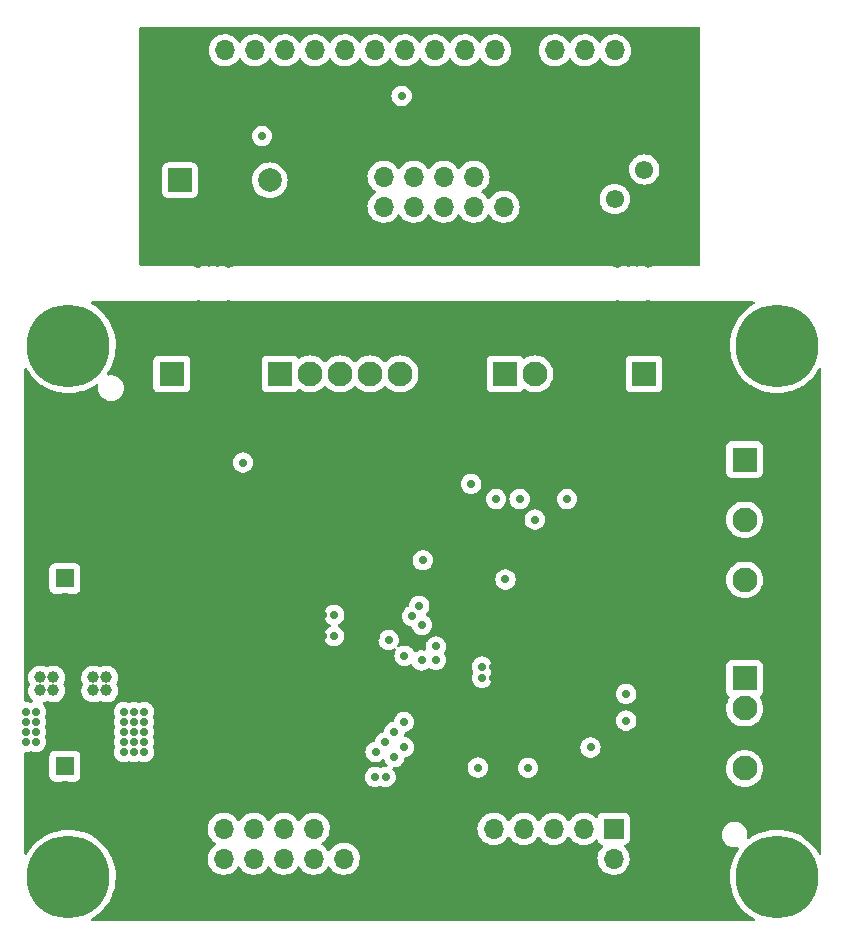
<source format=gbr>
%TF.GenerationSoftware,KiCad,Pcbnew,(6.0.6)*%
%TF.CreationDate,2022-12-21T22:14:54+09:00*%
%TF.ProjectId,SO2-GasSensor_DevelopmentKit_V1.0,534f322d-4761-4735-9365-6e736f725f44,rev?*%
%TF.SameCoordinates,Original*%
%TF.FileFunction,Copper,L3,Inr*%
%TF.FilePolarity,Positive*%
%FSLAX46Y46*%
G04 Gerber Fmt 4.6, Leading zero omitted, Abs format (unit mm)*
G04 Created by KiCad (PCBNEW (6.0.6)) date 2022-12-21 22:14:54*
%MOMM*%
%LPD*%
G01*
G04 APERTURE LIST*
%TA.AperFunction,ComponentPad*%
%ADD10R,2.100000X2.100000*%
%TD*%
%TA.AperFunction,ComponentPad*%
%ADD11C,2.100000*%
%TD*%
%TA.AperFunction,ComponentPad*%
%ADD12R,1.700000X1.700000*%
%TD*%
%TA.AperFunction,ComponentPad*%
%ADD13O,1.700000X1.700000*%
%TD*%
%TA.AperFunction,ComponentPad*%
%ADD14C,0.800000*%
%TD*%
%TA.AperFunction,ComponentPad*%
%ADD15C,7.000000*%
%TD*%
%TA.AperFunction,ComponentPad*%
%ADD16R,1.600000X1.600000*%
%TD*%
%TA.AperFunction,ComponentPad*%
%ADD17C,1.600000*%
%TD*%
%TA.AperFunction,ComponentPad*%
%ADD18R,1.550000X1.550000*%
%TD*%
%TA.AperFunction,ComponentPad*%
%ADD19C,1.550000*%
%TD*%
%TA.AperFunction,ComponentPad*%
%ADD20R,2.000000X2.000000*%
%TD*%
%TA.AperFunction,ComponentPad*%
%ADD21C,2.000000*%
%TD*%
%TA.AperFunction,ViaPad*%
%ADD22C,1.000000*%
%TD*%
%TA.AperFunction,ViaPad*%
%ADD23C,0.700000*%
%TD*%
G04 APERTURE END LIST*
D10*
%TO.N,VCC*%
%TO.C,J5*%
X67960000Y-124900000D03*
D11*
%TO.N,/EXT_SW*%
X70500000Y-124900000D03*
%TO.N,GND*%
X73040000Y-124900000D03*
%TD*%
D12*
%TO.N,GND*%
%TO.C,J1*%
X54300000Y-163400000D03*
D13*
%TO.N,VCC*%
X54300000Y-165940000D03*
%TO.N,/LCD_BU*%
X51760000Y-163400000D03*
%TO.N,unconnected-(J1-Pad4)*%
X51760000Y-165940000D03*
%TO.N,/LCD_RS*%
X49220000Y-163400000D03*
%TO.N,/LCD_EN*%
X49220000Y-165940000D03*
%TO.N,/LCD_D4*%
X46680000Y-163400000D03*
%TO.N,/LCD_D5*%
X46680000Y-165940000D03*
%TO.N,/LCD_D6*%
X44140000Y-163400000D03*
%TO.N,/LCD_D7*%
X44140000Y-165940000D03*
%TD*%
D14*
%TO.N,unconnected-(H4-Pad1)*%
%TO.C,H4*%
X89143845Y-120643845D03*
D15*
X91000000Y-122500000D03*
D14*
X92856155Y-120643845D03*
X88375000Y-122500000D03*
X93625000Y-122500000D03*
X92856155Y-124356155D03*
X89143845Y-124356155D03*
X91000000Y-125125000D03*
X91000000Y-119875000D03*
%TD*%
D10*
%TO.N,unconnected-(J4-Pad1)*%
%TO.C,J4*%
X48920000Y-124900000D03*
D11*
%TO.N,/RX*%
X51460000Y-124900000D03*
%TO.N,/TX*%
X54000000Y-124900000D03*
%TO.N,VCC*%
X56540000Y-124900000D03*
%TO.N,unconnected-(J4-Pad5)*%
X59080000Y-124900000D03*
%TO.N,GND*%
X61620000Y-124900000D03*
%TD*%
D12*
%TO.N,GND1*%
%TO.C,J9*%
X67840000Y-108200000D03*
D13*
%TO.N,VDD*%
X67840000Y-110740000D03*
%TO.N,/BU*%
X65300000Y-108200000D03*
%TO.N,unconnected-(J9-Pad4)*%
X65300000Y-110740000D03*
%TO.N,/RS*%
X62760000Y-108200000D03*
%TO.N,/EN*%
X62760000Y-110740000D03*
%TO.N,/D4*%
X60220000Y-108200000D03*
%TO.N,/D5*%
X60220000Y-110740000D03*
%TO.N,/D6*%
X57680000Y-108200000D03*
%TO.N,/D7*%
X57680000Y-110740000D03*
%TD*%
D14*
%TO.N,unconnected-(H1-Pad1)*%
%TO.C,H1*%
X31000000Y-119875000D03*
X33625000Y-122500000D03*
X29143845Y-120643845D03*
X32856155Y-120643845D03*
X32856155Y-124356155D03*
X31000000Y-125125000D03*
D15*
X31000000Y-122500000D03*
D14*
X28375000Y-122500000D03*
X29143845Y-124356155D03*
%TD*%
D16*
%TO.N,VCC*%
%TO.C,C3*%
X30700000Y-158100000D03*
D17*
%TO.N,GND*%
X30700000Y-160100000D03*
%TD*%
D10*
%TO.N,VBUS*%
%TO.C,J2*%
X39750000Y-124900000D03*
D11*
%TO.N,GND*%
X42290000Y-124900000D03*
%TD*%
D12*
%TO.N,/MOSI*%
%TO.C,J6*%
X77150000Y-163410000D03*
D13*
%TO.N,VCC*%
X77150000Y-165950000D03*
%TO.N,/CS*%
X74610000Y-163410000D03*
%TO.N,GND*%
X74610000Y-165950000D03*
%TO.N,/RST*%
X72070000Y-163410000D03*
%TO.N,GND*%
X72070000Y-165950000D03*
%TO.N,/SCK*%
X69530000Y-163410000D03*
%TO.N,GND*%
X69530000Y-165950000D03*
%TO.N,/MISO*%
X66990000Y-163410000D03*
%TO.N,GND*%
X66990000Y-165950000D03*
%TD*%
D10*
%TO.N,VCC*%
%TO.C,J7*%
X88250000Y-132150000D03*
D11*
%TO.N,GND*%
X88250000Y-134690000D03*
%TO.N,/OP1*%
X88250000Y-137230000D03*
%TO.N,GND*%
X88250000Y-139770000D03*
%TO.N,/OP2*%
X88250000Y-142310000D03*
%TO.N,GND*%
X88250000Y-144850000D03*
%TD*%
D18*
%TO.N,GND1*%
%TO.C,RV1*%
X82250000Y-110090000D03*
D19*
%TO.N,Net-(J10-Pad3)*%
X79750000Y-107590000D03*
%TO.N,VDD*%
X77250000Y-110090000D03*
%TD*%
D10*
%TO.N,/D_T*%
%TO.C,J8*%
X88250000Y-150685000D03*
D11*
%TO.N,/C_R*%
X88250000Y-153225000D03*
%TO.N,GND*%
X88250000Y-155765000D03*
%TO.N,VCC*%
X88250000Y-158305000D03*
%TD*%
D12*
%TO.N,GND1*%
%TO.C,J10*%
X79810000Y-97500000D03*
D13*
%TO.N,VDD*%
X77270000Y-97500000D03*
%TO.N,Net-(J10-Pad3)*%
X74730000Y-97500000D03*
%TO.N,/RS*%
X72190000Y-97500000D03*
%TO.N,GND1*%
X69650000Y-97500000D03*
%TO.N,/EN*%
X67110000Y-97500000D03*
%TO.N,unconnected-(J10-Pad7)*%
X64570000Y-97500000D03*
%TO.N,unconnected-(J10-Pad8)*%
X62030000Y-97500000D03*
%TO.N,unconnected-(J10-Pad9)*%
X59490000Y-97500000D03*
%TO.N,unconnected-(J10-Pad10)*%
X56950000Y-97500000D03*
%TO.N,/D4*%
X54410000Y-97500000D03*
%TO.N,/D5*%
X51870000Y-97500000D03*
%TO.N,/D6*%
X49330000Y-97500000D03*
%TO.N,/D7*%
X46790000Y-97500000D03*
%TO.N,Net-(J10-Pad15)*%
X44250000Y-97500000D03*
%TO.N,GND1*%
X41710000Y-97500000D03*
%TD*%
D16*
%TO.N,Net-(C1-Pad1)*%
%TO.C,C1*%
X30700000Y-142200000D03*
D17*
%TO.N,GND*%
X30700000Y-144200000D03*
%TD*%
D20*
%TO.N,VDD*%
%TO.C,BZ1*%
X40450000Y-108500000D03*
D21*
%TO.N,Net-(BZ1-Pad2)*%
X48050000Y-108500000D03*
%TD*%
D14*
%TO.N,unconnected-(H2-Pad1)*%
%TO.C,H2*%
X29143845Y-169356155D03*
X31000000Y-164875000D03*
X28375000Y-167500000D03*
X31000000Y-170125000D03*
X29143845Y-165643845D03*
X32856155Y-165643845D03*
X32856155Y-169356155D03*
X33625000Y-167500000D03*
D15*
X31000000Y-167500000D03*
%TD*%
%TO.N,unconnected-(H3-Pad1)*%
%TO.C,H3*%
X91000000Y-167500000D03*
D14*
X88375000Y-167500000D03*
X92856155Y-169356155D03*
X89143845Y-165643845D03*
X92856155Y-165643845D03*
X91000000Y-164875000D03*
X89143845Y-169356155D03*
X93625000Y-167500000D03*
X91000000Y-170125000D03*
%TD*%
D10*
%TO.N,Net-(C12-Pad1)*%
%TO.C,J3*%
X79730000Y-124900000D03*
D11*
%TO.N,GND*%
X82270000Y-124900000D03*
%TD*%
D22*
%TO.N,*%
X34200000Y-151700000D03*
X33100000Y-151700000D03*
X28600000Y-151700000D03*
X33100000Y-150600000D03*
X29700000Y-150600000D03*
X28600000Y-150600000D03*
X29700000Y-151700000D03*
X34200000Y-150600000D03*
D23*
%TO.N,Net-(BZ1-Pad2)*%
X59200000Y-101360000D03*
%TO.N,GND*%
X35200000Y-148700000D03*
X48850000Y-156850000D03*
X80800000Y-136000000D03*
X50500000Y-152050000D03*
X36000000Y-148700000D03*
X58000000Y-136900000D03*
X66975000Y-150625000D03*
X37600000Y-148700000D03*
X80800000Y-140990000D03*
X79900000Y-136000000D03*
X52550000Y-147100000D03*
X36000000Y-147100000D03*
X37200000Y-161250000D03*
X72150000Y-156625000D03*
X41000000Y-134200000D03*
X80800000Y-131100000D03*
X36800000Y-148700000D03*
X52300000Y-152450000D03*
X36000000Y-147900000D03*
X53100000Y-152450000D03*
X61600000Y-136900000D03*
X47150000Y-156450000D03*
X46350000Y-156450000D03*
X52550000Y-145300000D03*
X66975000Y-149675000D03*
X75200000Y-135500000D03*
X36800000Y-147100000D03*
X80800000Y-145900000D03*
X35200000Y-147900000D03*
X37600000Y-147100000D03*
X35200000Y-147100000D03*
X36750000Y-144150000D03*
X79900000Y-141000000D03*
X33925000Y-160150000D03*
X57075000Y-146150000D03*
X66975000Y-146225000D03*
X34100000Y-130300000D03*
X62525000Y-146350000D03*
X35200000Y-145450000D03*
X38475000Y-160125000D03*
X37600000Y-147900000D03*
X35200000Y-161250000D03*
X36800000Y-147900000D03*
X57075000Y-147150000D03*
%TO.N,VCC*%
X75200000Y-156525000D03*
X66025000Y-149675000D03*
X35700000Y-155200000D03*
X27400000Y-154350000D03*
X36550000Y-156900000D03*
X45775000Y-132400000D03*
X36550000Y-155200000D03*
X37400000Y-154350000D03*
X28250000Y-156050000D03*
X27400000Y-155200000D03*
X36550000Y-156050000D03*
X53500000Y-145300000D03*
X73200000Y-135500000D03*
X27400000Y-153500000D03*
X36550000Y-154350000D03*
X37400000Y-153500000D03*
X69200000Y-135500000D03*
X28250000Y-154350000D03*
X35700000Y-156900000D03*
X66025000Y-150625000D03*
X27400000Y-156050000D03*
X36550000Y-153500000D03*
X37400000Y-156050000D03*
X37400000Y-155200000D03*
X28250000Y-153500000D03*
X67200000Y-135500000D03*
X37400000Y-156900000D03*
X35700000Y-154350000D03*
X53500000Y-147100000D03*
X28250000Y-155200000D03*
X35700000Y-153500000D03*
X35700000Y-156050000D03*
%TO.N,/OP2*%
X68000000Y-142300000D03*
%TO.N,/OP1*%
X70480000Y-137230000D03*
%TO.N,/LCD_BU*%
X60925000Y-146150000D03*
%TO.N,/LCD_RS*%
X57000000Y-156900000D03*
X56950000Y-159000000D03*
%TO.N,/LCD_EN*%
X57850000Y-159000000D03*
X57830378Y-156080378D03*
%TO.N,/LCD_D4*%
X58600000Y-157325000D03*
X58600000Y-155200000D03*
%TO.N,/LCD_D5*%
X59400000Y-154350000D03*
X59400000Y-156500000D03*
%TO.N,/EXT_SW*%
X65100000Y-134200000D03*
%TO.N,/MOSI*%
X69900000Y-158240000D03*
X65650000Y-158225000D03*
%TO.N,/CS*%
X60900000Y-149150000D03*
%TO.N,/RST*%
X58100000Y-147400000D03*
X60100000Y-145400000D03*
X59450000Y-148750000D03*
%TO.N,GND1*%
X61300000Y-99900000D03*
%TO.N,/D5*%
X47375000Y-104765000D03*
%TO.N,/SRX*%
X62100000Y-149100000D03*
%TO.N,/SCL*%
X60700000Y-144525000D03*
X78225000Y-154250000D03*
X78225000Y-151975000D03*
%TO.N,/STX*%
X62100000Y-147975000D03*
%TO.N,/SDA*%
X61000000Y-140675000D03*
%TD*%
%TA.AperFunction,Conductor*%
%TO.N,GND1*%
G36*
X84433621Y-95528502D02*
G01*
X84480114Y-95582158D01*
X84491500Y-95634500D01*
X84491500Y-115615454D01*
X84471498Y-115683575D01*
X84417842Y-115730068D01*
X84365492Y-115741454D01*
X80803260Y-115741192D01*
X80782366Y-115739445D01*
X80767354Y-115736919D01*
X80767342Y-115736918D01*
X80762552Y-115736112D01*
X80756475Y-115736038D01*
X80754865Y-115736018D01*
X80754861Y-115736018D01*
X80750000Y-115735959D01*
X80745148Y-115736654D01*
X80745104Y-115736660D01*
X80737213Y-115737536D01*
X80516349Y-115755057D01*
X80516347Y-115755057D01*
X80511372Y-115755452D01*
X80506524Y-115756626D01*
X80506521Y-115756626D01*
X80495417Y-115759314D01*
X80278713Y-115811770D01*
X80274107Y-115813695D01*
X80274097Y-115813698D01*
X80077010Y-115896057D01*
X80006444Y-115903867D01*
X79946851Y-115875827D01*
X79933715Y-115864667D01*
X79835805Y-115814671D01*
X79782708Y-115787558D01*
X79782706Y-115787557D01*
X79776192Y-115784231D01*
X79769087Y-115782492D01*
X79769083Y-115782491D01*
X79674363Y-115759314D01*
X79604390Y-115742192D01*
X79598788Y-115741844D01*
X79598785Y-115741844D01*
X79595175Y-115741620D01*
X79595165Y-115741620D01*
X79593236Y-115741500D01*
X79465707Y-115741500D01*
X79395964Y-115749631D01*
X79341589Y-115755970D01*
X79341585Y-115755971D01*
X79334319Y-115756818D01*
X79327444Y-115759313D01*
X79327442Y-115759314D01*
X79174338Y-115814889D01*
X79103480Y-115819330D01*
X79074044Y-115808666D01*
X79032712Y-115787560D01*
X79032707Y-115787558D01*
X79026192Y-115784231D01*
X78854390Y-115742192D01*
X78848788Y-115741844D01*
X78848785Y-115741844D01*
X78845175Y-115741620D01*
X78845165Y-115741620D01*
X78843236Y-115741500D01*
X78715707Y-115741500D01*
X78645964Y-115749631D01*
X78591589Y-115755970D01*
X78591585Y-115755971D01*
X78584319Y-115756818D01*
X78577444Y-115759313D01*
X78577442Y-115759314D01*
X78424338Y-115814889D01*
X78353480Y-115819330D01*
X78324044Y-115808666D01*
X78282712Y-115787560D01*
X78282707Y-115787558D01*
X78276192Y-115784231D01*
X78104390Y-115742192D01*
X78098788Y-115741844D01*
X78098785Y-115741844D01*
X78095175Y-115741620D01*
X78095165Y-115741620D01*
X78093236Y-115741500D01*
X77965707Y-115741500D01*
X77895964Y-115749631D01*
X77841589Y-115755970D01*
X77841585Y-115755971D01*
X77834319Y-115756818D01*
X77827444Y-115759313D01*
X77827442Y-115759314D01*
X77674939Y-115814671D01*
X77668063Y-115817167D01*
X77555170Y-115891183D01*
X77554845Y-115891396D01*
X77486910Y-115912019D01*
X77437182Y-115902282D01*
X77238665Y-115819330D01*
X77225864Y-115813981D01*
X77225862Y-115813980D01*
X77221264Y-115812059D01*
X77095154Y-115781535D01*
X76993496Y-115756930D01*
X76993494Y-115756930D01*
X76988649Y-115755757D01*
X76924645Y-115750681D01*
X76783928Y-115739520D01*
X76772993Y-115738169D01*
X76767418Y-115737231D01*
X76767415Y-115737231D01*
X76762619Y-115736424D01*
X76756204Y-115736346D01*
X76754926Y-115736330D01*
X76754923Y-115736330D01*
X76750067Y-115736271D01*
X76745259Y-115736960D01*
X76745254Y-115736960D01*
X76722447Y-115740227D01*
X76704582Y-115741500D01*
X74477761Y-115741500D01*
X62978690Y-115741188D01*
X62978686Y-115741188D01*
X47589628Y-115739943D01*
X47589492Y-115739938D01*
X47589332Y-115739913D01*
X47588851Y-115739913D01*
X47550465Y-115739939D01*
X47549657Y-115739940D01*
X47544084Y-115739940D01*
X47514066Y-115739937D01*
X47513590Y-115739937D01*
X47513431Y-115739960D01*
X47513298Y-115739965D01*
X46879041Y-115740395D01*
X45303354Y-115741464D01*
X45282368Y-115739718D01*
X45262788Y-115736424D01*
X45256791Y-115736351D01*
X45255104Y-115736330D01*
X45255100Y-115736330D01*
X45250236Y-115736271D01*
X45245413Y-115736961D01*
X45245405Y-115736962D01*
X45237521Y-115737838D01*
X45016611Y-115755363D01*
X45011607Y-115755760D01*
X45006752Y-115756935D01*
X45006753Y-115756935D01*
X44785070Y-115810595D01*
X44778947Y-115812077D01*
X44577326Y-115896329D01*
X44506763Y-115904138D01*
X44447170Y-115876098D01*
X44433715Y-115864667D01*
X44335805Y-115814671D01*
X44282708Y-115787558D01*
X44282706Y-115787557D01*
X44276192Y-115784231D01*
X44269087Y-115782492D01*
X44269083Y-115782491D01*
X44174363Y-115759314D01*
X44104390Y-115742192D01*
X44098788Y-115741844D01*
X44098785Y-115741844D01*
X44095175Y-115741620D01*
X44095165Y-115741620D01*
X44093236Y-115741500D01*
X43965707Y-115741500D01*
X43895964Y-115749631D01*
X43841589Y-115755970D01*
X43841585Y-115755971D01*
X43834319Y-115756818D01*
X43827444Y-115759313D01*
X43827442Y-115759314D01*
X43674338Y-115814889D01*
X43603480Y-115819330D01*
X43574044Y-115808666D01*
X43532712Y-115787560D01*
X43532707Y-115787558D01*
X43526192Y-115784231D01*
X43354390Y-115742192D01*
X43348788Y-115741844D01*
X43348785Y-115741844D01*
X43345175Y-115741620D01*
X43345165Y-115741620D01*
X43343236Y-115741500D01*
X43215707Y-115741500D01*
X43145964Y-115749631D01*
X43091589Y-115755970D01*
X43091585Y-115755971D01*
X43084319Y-115756818D01*
X43077444Y-115759313D01*
X43077442Y-115759314D01*
X42924338Y-115814889D01*
X42853480Y-115819330D01*
X42824044Y-115808666D01*
X42782712Y-115787560D01*
X42782707Y-115787558D01*
X42776192Y-115784231D01*
X42604390Y-115742192D01*
X42598788Y-115741844D01*
X42598785Y-115741844D01*
X42595175Y-115741620D01*
X42595165Y-115741620D01*
X42593236Y-115741500D01*
X42465707Y-115741500D01*
X42395964Y-115749631D01*
X42341589Y-115755970D01*
X42341585Y-115755971D01*
X42334319Y-115756818D01*
X42327444Y-115759313D01*
X42327442Y-115759314D01*
X42174939Y-115814671D01*
X42168063Y-115817167D01*
X42161946Y-115821178D01*
X42161943Y-115821179D01*
X42055169Y-115891183D01*
X41987233Y-115911806D01*
X41937634Y-115900140D01*
X41936963Y-115901760D01*
X41722167Y-115812789D01*
X41722165Y-115812788D01*
X41717594Y-115810895D01*
X41620388Y-115787558D01*
X41491524Y-115756620D01*
X41491518Y-115756619D01*
X41486711Y-115755465D01*
X41283704Y-115739488D01*
X41272684Y-115738129D01*
X41267356Y-115737232D01*
X41267351Y-115737232D01*
X41262552Y-115736424D01*
X41256059Y-115736345D01*
X41254860Y-115736330D01*
X41254857Y-115736330D01*
X41250000Y-115736271D01*
X41227313Y-115739520D01*
X41222376Y-115740227D01*
X41204514Y-115741500D01*
X37134500Y-115741500D01*
X37066379Y-115721498D01*
X37019886Y-115667842D01*
X37008500Y-115615500D01*
X37008500Y-110706695D01*
X56317251Y-110706695D01*
X56317548Y-110711848D01*
X56317548Y-110711851D01*
X56323011Y-110806590D01*
X56330110Y-110929715D01*
X56331247Y-110934761D01*
X56331248Y-110934767D01*
X56351119Y-111022939D01*
X56379222Y-111147639D01*
X56463266Y-111354616D01*
X56514019Y-111437438D01*
X56577291Y-111540688D01*
X56579987Y-111545088D01*
X56726250Y-111713938D01*
X56898126Y-111856632D01*
X57091000Y-111969338D01*
X57299692Y-112049030D01*
X57304760Y-112050061D01*
X57304763Y-112050062D01*
X57412017Y-112071883D01*
X57518597Y-112093567D01*
X57523772Y-112093757D01*
X57523774Y-112093757D01*
X57736673Y-112101564D01*
X57736677Y-112101564D01*
X57741837Y-112101753D01*
X57746957Y-112101097D01*
X57746959Y-112101097D01*
X57958288Y-112074025D01*
X57958289Y-112074025D01*
X57963416Y-112073368D01*
X57968366Y-112071883D01*
X58172429Y-112010661D01*
X58172434Y-112010659D01*
X58177384Y-112009174D01*
X58377994Y-111910896D01*
X58559860Y-111781173D01*
X58718096Y-111623489D01*
X58777594Y-111540689D01*
X58848453Y-111442077D01*
X58849776Y-111443028D01*
X58896645Y-111399857D01*
X58966580Y-111387625D01*
X59032026Y-111415144D01*
X59059875Y-111446994D01*
X59119987Y-111545088D01*
X59266250Y-111713938D01*
X59438126Y-111856632D01*
X59631000Y-111969338D01*
X59839692Y-112049030D01*
X59844760Y-112050061D01*
X59844763Y-112050062D01*
X59952017Y-112071883D01*
X60058597Y-112093567D01*
X60063772Y-112093757D01*
X60063774Y-112093757D01*
X60276673Y-112101564D01*
X60276677Y-112101564D01*
X60281837Y-112101753D01*
X60286957Y-112101097D01*
X60286959Y-112101097D01*
X60498288Y-112074025D01*
X60498289Y-112074025D01*
X60503416Y-112073368D01*
X60508366Y-112071883D01*
X60712429Y-112010661D01*
X60712434Y-112010659D01*
X60717384Y-112009174D01*
X60917994Y-111910896D01*
X61099860Y-111781173D01*
X61258096Y-111623489D01*
X61317594Y-111540689D01*
X61388453Y-111442077D01*
X61389776Y-111443028D01*
X61436645Y-111399857D01*
X61506580Y-111387625D01*
X61572026Y-111415144D01*
X61599875Y-111446994D01*
X61659987Y-111545088D01*
X61806250Y-111713938D01*
X61978126Y-111856632D01*
X62171000Y-111969338D01*
X62379692Y-112049030D01*
X62384760Y-112050061D01*
X62384763Y-112050062D01*
X62492017Y-112071883D01*
X62598597Y-112093567D01*
X62603772Y-112093757D01*
X62603774Y-112093757D01*
X62816673Y-112101564D01*
X62816677Y-112101564D01*
X62821837Y-112101753D01*
X62826957Y-112101097D01*
X62826959Y-112101097D01*
X63038288Y-112074025D01*
X63038289Y-112074025D01*
X63043416Y-112073368D01*
X63048366Y-112071883D01*
X63252429Y-112010661D01*
X63252434Y-112010659D01*
X63257384Y-112009174D01*
X63457994Y-111910896D01*
X63639860Y-111781173D01*
X63798096Y-111623489D01*
X63857594Y-111540689D01*
X63928453Y-111442077D01*
X63929776Y-111443028D01*
X63976645Y-111399857D01*
X64046580Y-111387625D01*
X64112026Y-111415144D01*
X64139875Y-111446994D01*
X64199987Y-111545088D01*
X64346250Y-111713938D01*
X64518126Y-111856632D01*
X64711000Y-111969338D01*
X64919692Y-112049030D01*
X64924760Y-112050061D01*
X64924763Y-112050062D01*
X65032017Y-112071883D01*
X65138597Y-112093567D01*
X65143772Y-112093757D01*
X65143774Y-112093757D01*
X65356673Y-112101564D01*
X65356677Y-112101564D01*
X65361837Y-112101753D01*
X65366957Y-112101097D01*
X65366959Y-112101097D01*
X65578288Y-112074025D01*
X65578289Y-112074025D01*
X65583416Y-112073368D01*
X65588366Y-112071883D01*
X65792429Y-112010661D01*
X65792434Y-112010659D01*
X65797384Y-112009174D01*
X65997994Y-111910896D01*
X66179860Y-111781173D01*
X66338096Y-111623489D01*
X66397594Y-111540689D01*
X66468453Y-111442077D01*
X66469776Y-111443028D01*
X66516645Y-111399857D01*
X66586580Y-111387625D01*
X66652026Y-111415144D01*
X66679875Y-111446994D01*
X66739987Y-111545088D01*
X66886250Y-111713938D01*
X67058126Y-111856632D01*
X67251000Y-111969338D01*
X67459692Y-112049030D01*
X67464760Y-112050061D01*
X67464763Y-112050062D01*
X67572017Y-112071883D01*
X67678597Y-112093567D01*
X67683772Y-112093757D01*
X67683774Y-112093757D01*
X67896673Y-112101564D01*
X67896677Y-112101564D01*
X67901837Y-112101753D01*
X67906957Y-112101097D01*
X67906959Y-112101097D01*
X68118288Y-112074025D01*
X68118289Y-112074025D01*
X68123416Y-112073368D01*
X68128366Y-112071883D01*
X68332429Y-112010661D01*
X68332434Y-112010659D01*
X68337384Y-112009174D01*
X68537994Y-111910896D01*
X68719860Y-111781173D01*
X68878096Y-111623489D01*
X68937594Y-111540689D01*
X69005435Y-111446277D01*
X69008453Y-111442077D01*
X69029320Y-111399857D01*
X69105136Y-111246453D01*
X69105137Y-111246451D01*
X69107430Y-111241811D01*
X69156552Y-111080133D01*
X69170865Y-111033023D01*
X69170865Y-111033021D01*
X69172370Y-111028069D01*
X69201529Y-110806590D01*
X69203156Y-110740000D01*
X69184852Y-110517361D01*
X69130431Y-110300702D01*
X69041354Y-110095840D01*
X69037576Y-110090000D01*
X75961597Y-110090000D01*
X75981171Y-110313729D01*
X75982595Y-110319042D01*
X75982595Y-110319044D01*
X76035734Y-110517361D01*
X76039297Y-110530660D01*
X76041619Y-110535641D01*
X76041620Y-110535642D01*
X76131884Y-110729214D01*
X76131887Y-110729219D01*
X76134210Y-110734201D01*
X76137366Y-110738708D01*
X76137367Y-110738710D01*
X76187221Y-110809908D01*
X76263026Y-110918169D01*
X76421831Y-111076974D01*
X76605798Y-111205790D01*
X76610780Y-111208113D01*
X76610785Y-111208116D01*
X76804358Y-111298380D01*
X76809340Y-111300703D01*
X76814648Y-111302125D01*
X76814650Y-111302126D01*
X77020956Y-111357405D01*
X77020958Y-111357405D01*
X77026271Y-111358829D01*
X77250000Y-111378403D01*
X77473729Y-111358829D01*
X77479042Y-111357405D01*
X77479044Y-111357405D01*
X77685350Y-111302126D01*
X77685352Y-111302125D01*
X77690660Y-111300703D01*
X77695642Y-111298380D01*
X77889215Y-111208116D01*
X77889220Y-111208113D01*
X77894202Y-111205790D01*
X78078169Y-111076974D01*
X78236974Y-110918169D01*
X78312780Y-110809908D01*
X78362633Y-110738710D01*
X78362634Y-110738708D01*
X78365790Y-110734201D01*
X78368113Y-110729219D01*
X78368116Y-110729214D01*
X78458380Y-110535642D01*
X78458381Y-110535641D01*
X78460703Y-110530660D01*
X78464267Y-110517361D01*
X78517405Y-110319044D01*
X78517405Y-110319042D01*
X78518829Y-110313729D01*
X78538403Y-110090000D01*
X78518829Y-109866271D01*
X78516099Y-109856081D01*
X78462126Y-109654650D01*
X78462125Y-109654648D01*
X78460703Y-109649340D01*
X78441333Y-109607800D01*
X78368116Y-109450786D01*
X78368113Y-109450781D01*
X78365790Y-109445799D01*
X78349174Y-109422069D01*
X78240133Y-109266342D01*
X78240131Y-109266339D01*
X78236974Y-109261831D01*
X78078169Y-109103026D01*
X78055478Y-109087137D01*
X77997425Y-109046488D01*
X77894202Y-108974210D01*
X77889220Y-108971887D01*
X77889215Y-108971884D01*
X77695642Y-108881620D01*
X77695641Y-108881620D01*
X77690660Y-108879297D01*
X77685352Y-108877875D01*
X77685350Y-108877874D01*
X77479044Y-108822595D01*
X77479042Y-108822595D01*
X77473729Y-108821171D01*
X77250000Y-108801597D01*
X77026271Y-108821171D01*
X77020958Y-108822595D01*
X77020956Y-108822595D01*
X76814650Y-108877874D01*
X76814648Y-108877875D01*
X76809340Y-108879297D01*
X76804359Y-108881619D01*
X76804358Y-108881620D01*
X76610786Y-108971884D01*
X76610781Y-108971887D01*
X76605799Y-108974210D01*
X76601292Y-108977366D01*
X76601290Y-108977367D01*
X76426342Y-109099867D01*
X76426339Y-109099869D01*
X76421831Y-109103026D01*
X76263026Y-109261831D01*
X76259869Y-109266339D01*
X76259867Y-109266342D01*
X76150826Y-109422069D01*
X76134210Y-109445799D01*
X76131887Y-109450781D01*
X76131884Y-109450786D01*
X76058667Y-109607800D01*
X76039297Y-109649340D01*
X76037875Y-109654648D01*
X76037874Y-109654650D01*
X75983901Y-109856081D01*
X75981171Y-109866271D01*
X75961597Y-110090000D01*
X69037576Y-110090000D01*
X68984851Y-110008500D01*
X68922822Y-109912617D01*
X68922820Y-109912614D01*
X68920014Y-109908277D01*
X68769670Y-109743051D01*
X68765619Y-109739852D01*
X68765615Y-109739848D01*
X68598414Y-109607800D01*
X68598410Y-109607798D01*
X68594359Y-109604598D01*
X68398789Y-109496638D01*
X68393920Y-109494914D01*
X68393916Y-109494912D01*
X68193087Y-109423795D01*
X68193083Y-109423794D01*
X68188212Y-109422069D01*
X68183119Y-109421162D01*
X68183116Y-109421161D01*
X67973373Y-109383800D01*
X67973367Y-109383799D01*
X67968284Y-109382894D01*
X67894452Y-109381992D01*
X67750081Y-109380228D01*
X67750079Y-109380228D01*
X67744911Y-109380165D01*
X67524091Y-109413955D01*
X67311756Y-109483357D01*
X67281443Y-109499137D01*
X67139214Y-109573177D01*
X67113607Y-109586507D01*
X67109474Y-109589610D01*
X67109471Y-109589612D01*
X66939100Y-109717530D01*
X66934965Y-109720635D01*
X66780629Y-109882138D01*
X66673201Y-110039621D01*
X66618293Y-110084621D01*
X66547768Y-110092792D01*
X66484021Y-110061538D01*
X66463324Y-110037054D01*
X66382822Y-109912617D01*
X66382820Y-109912614D01*
X66380014Y-109908277D01*
X66229670Y-109743051D01*
X66225619Y-109739852D01*
X66225615Y-109739848D01*
X66058414Y-109607800D01*
X66058410Y-109607798D01*
X66054359Y-109604598D01*
X66013053Y-109581796D01*
X65963084Y-109531364D01*
X65948312Y-109461921D01*
X65973428Y-109395516D01*
X66000780Y-109368909D01*
X66044603Y-109337650D01*
X66179860Y-109241173D01*
X66338096Y-109083489D01*
X66397594Y-109000689D01*
X66465435Y-108906277D01*
X66468453Y-108902077D01*
X66478564Y-108881620D01*
X66565136Y-108706453D01*
X66565137Y-108706451D01*
X66567430Y-108701811D01*
X66632370Y-108488069D01*
X66661529Y-108266590D01*
X66662210Y-108238710D01*
X66663074Y-108203365D01*
X66663074Y-108203361D01*
X66663156Y-108200000D01*
X66644852Y-107977361D01*
X66590431Y-107760702D01*
X66516207Y-107590000D01*
X78461597Y-107590000D01*
X78481171Y-107813729D01*
X78482595Y-107819042D01*
X78482595Y-107819044D01*
X78526399Y-107982522D01*
X78539297Y-108030660D01*
X78541619Y-108035641D01*
X78541620Y-108035642D01*
X78631884Y-108229214D01*
X78631887Y-108229219D01*
X78634210Y-108234201D01*
X78637366Y-108238708D01*
X78637367Y-108238710D01*
X78746640Y-108394767D01*
X78763026Y-108418169D01*
X78921831Y-108576974D01*
X78926340Y-108580131D01*
X78926342Y-108580133D01*
X78965625Y-108607639D01*
X79105798Y-108705790D01*
X79110780Y-108708113D01*
X79110785Y-108708116D01*
X79304358Y-108798380D01*
X79309340Y-108800703D01*
X79314648Y-108802125D01*
X79314650Y-108802126D01*
X79520956Y-108857405D01*
X79520958Y-108857405D01*
X79526271Y-108858829D01*
X79750000Y-108878403D01*
X79973729Y-108858829D01*
X79979042Y-108857405D01*
X79979044Y-108857405D01*
X80185350Y-108802126D01*
X80185352Y-108802125D01*
X80190660Y-108800703D01*
X80195642Y-108798380D01*
X80389215Y-108708116D01*
X80389220Y-108708113D01*
X80394202Y-108705790D01*
X80534375Y-108607639D01*
X80573658Y-108580133D01*
X80573660Y-108580131D01*
X80578169Y-108576974D01*
X80736974Y-108418169D01*
X80753361Y-108394767D01*
X80862633Y-108238710D01*
X80862634Y-108238708D01*
X80865790Y-108234201D01*
X80868113Y-108229219D01*
X80868116Y-108229214D01*
X80958380Y-108035642D01*
X80958381Y-108035641D01*
X80960703Y-108030660D01*
X80973602Y-107982522D01*
X81017405Y-107819044D01*
X81017405Y-107819042D01*
X81018829Y-107813729D01*
X81038403Y-107590000D01*
X81018829Y-107366271D01*
X81013508Y-107346411D01*
X80962126Y-107154650D01*
X80962125Y-107154648D01*
X80960703Y-107149340D01*
X80921187Y-107064598D01*
X80868116Y-106950786D01*
X80868113Y-106950781D01*
X80865790Y-106945799D01*
X80862633Y-106941290D01*
X80740133Y-106766342D01*
X80740131Y-106766339D01*
X80736974Y-106761831D01*
X80578169Y-106603026D01*
X80394202Y-106474210D01*
X80389220Y-106471887D01*
X80389215Y-106471884D01*
X80195642Y-106381620D01*
X80195641Y-106381620D01*
X80190660Y-106379297D01*
X80185352Y-106377875D01*
X80185350Y-106377874D01*
X79979044Y-106322595D01*
X79979042Y-106322595D01*
X79973729Y-106321171D01*
X79750000Y-106301597D01*
X79526271Y-106321171D01*
X79520958Y-106322595D01*
X79520956Y-106322595D01*
X79314650Y-106377874D01*
X79314648Y-106377875D01*
X79309340Y-106379297D01*
X79304359Y-106381619D01*
X79304358Y-106381620D01*
X79110786Y-106471884D01*
X79110781Y-106471887D01*
X79105799Y-106474210D01*
X79101292Y-106477366D01*
X79101290Y-106477367D01*
X78926342Y-106599867D01*
X78926339Y-106599869D01*
X78921831Y-106603026D01*
X78763026Y-106761831D01*
X78759869Y-106766339D01*
X78759867Y-106766342D01*
X78637367Y-106941290D01*
X78634210Y-106945799D01*
X78631887Y-106950781D01*
X78631884Y-106950786D01*
X78578813Y-107064598D01*
X78539297Y-107149340D01*
X78537875Y-107154648D01*
X78537874Y-107154650D01*
X78486492Y-107346411D01*
X78481171Y-107366271D01*
X78461597Y-107590000D01*
X66516207Y-107590000D01*
X66501354Y-107555840D01*
X66431893Y-107448469D01*
X66382822Y-107372617D01*
X66382820Y-107372614D01*
X66380014Y-107368277D01*
X66229670Y-107203051D01*
X66225619Y-107199852D01*
X66225615Y-107199848D01*
X66058414Y-107067800D01*
X66058410Y-107067798D01*
X66054359Y-107064598D01*
X66036558Y-107054771D01*
X66002136Y-107035769D01*
X65858789Y-106956638D01*
X65853920Y-106954914D01*
X65853916Y-106954912D01*
X65653087Y-106883795D01*
X65653083Y-106883794D01*
X65648212Y-106882069D01*
X65643119Y-106881162D01*
X65643116Y-106881161D01*
X65433373Y-106843800D01*
X65433367Y-106843799D01*
X65428284Y-106842894D01*
X65354452Y-106841992D01*
X65210081Y-106840228D01*
X65210079Y-106840228D01*
X65204911Y-106840165D01*
X64984091Y-106873955D01*
X64771756Y-106943357D01*
X64573607Y-107046507D01*
X64569474Y-107049610D01*
X64569471Y-107049612D01*
X64399100Y-107177530D01*
X64394965Y-107180635D01*
X64240629Y-107342138D01*
X64133201Y-107499621D01*
X64078293Y-107544621D01*
X64007768Y-107552792D01*
X63944021Y-107521538D01*
X63923324Y-107497054D01*
X63842822Y-107372617D01*
X63842820Y-107372614D01*
X63840014Y-107368277D01*
X63689670Y-107203051D01*
X63685619Y-107199852D01*
X63685615Y-107199848D01*
X63518414Y-107067800D01*
X63518410Y-107067798D01*
X63514359Y-107064598D01*
X63496558Y-107054771D01*
X63462136Y-107035769D01*
X63318789Y-106956638D01*
X63313920Y-106954914D01*
X63313916Y-106954912D01*
X63113087Y-106883795D01*
X63113083Y-106883794D01*
X63108212Y-106882069D01*
X63103119Y-106881162D01*
X63103116Y-106881161D01*
X62893373Y-106843800D01*
X62893367Y-106843799D01*
X62888284Y-106842894D01*
X62814452Y-106841992D01*
X62670081Y-106840228D01*
X62670079Y-106840228D01*
X62664911Y-106840165D01*
X62444091Y-106873955D01*
X62231756Y-106943357D01*
X62033607Y-107046507D01*
X62029474Y-107049610D01*
X62029471Y-107049612D01*
X61859100Y-107177530D01*
X61854965Y-107180635D01*
X61700629Y-107342138D01*
X61593201Y-107499621D01*
X61538293Y-107544621D01*
X61467768Y-107552792D01*
X61404021Y-107521538D01*
X61383324Y-107497054D01*
X61302822Y-107372617D01*
X61302820Y-107372614D01*
X61300014Y-107368277D01*
X61149670Y-107203051D01*
X61145619Y-107199852D01*
X61145615Y-107199848D01*
X60978414Y-107067800D01*
X60978410Y-107067798D01*
X60974359Y-107064598D01*
X60956558Y-107054771D01*
X60922136Y-107035769D01*
X60778789Y-106956638D01*
X60773920Y-106954914D01*
X60773916Y-106954912D01*
X60573087Y-106883795D01*
X60573083Y-106883794D01*
X60568212Y-106882069D01*
X60563119Y-106881162D01*
X60563116Y-106881161D01*
X60353373Y-106843800D01*
X60353367Y-106843799D01*
X60348284Y-106842894D01*
X60274452Y-106841992D01*
X60130081Y-106840228D01*
X60130079Y-106840228D01*
X60124911Y-106840165D01*
X59904091Y-106873955D01*
X59691756Y-106943357D01*
X59493607Y-107046507D01*
X59489474Y-107049610D01*
X59489471Y-107049612D01*
X59319100Y-107177530D01*
X59314965Y-107180635D01*
X59160629Y-107342138D01*
X59053201Y-107499621D01*
X58998293Y-107544621D01*
X58927768Y-107552792D01*
X58864021Y-107521538D01*
X58843324Y-107497054D01*
X58762822Y-107372617D01*
X58762820Y-107372614D01*
X58760014Y-107368277D01*
X58609670Y-107203051D01*
X58605619Y-107199852D01*
X58605615Y-107199848D01*
X58438414Y-107067800D01*
X58438410Y-107067798D01*
X58434359Y-107064598D01*
X58416558Y-107054771D01*
X58382136Y-107035769D01*
X58238789Y-106956638D01*
X58233920Y-106954914D01*
X58233916Y-106954912D01*
X58033087Y-106883795D01*
X58033083Y-106883794D01*
X58028212Y-106882069D01*
X58023119Y-106881162D01*
X58023116Y-106881161D01*
X57813373Y-106843800D01*
X57813367Y-106843799D01*
X57808284Y-106842894D01*
X57734452Y-106841992D01*
X57590081Y-106840228D01*
X57590079Y-106840228D01*
X57584911Y-106840165D01*
X57364091Y-106873955D01*
X57151756Y-106943357D01*
X56953607Y-107046507D01*
X56949474Y-107049610D01*
X56949471Y-107049612D01*
X56779100Y-107177530D01*
X56774965Y-107180635D01*
X56620629Y-107342138D01*
X56617720Y-107346403D01*
X56617714Y-107346411D01*
X56588195Y-107389684D01*
X56494743Y-107526680D01*
X56400688Y-107729305D01*
X56340989Y-107944570D01*
X56317251Y-108166695D01*
X56317548Y-108171848D01*
X56317548Y-108171851D01*
X56322820Y-108263289D01*
X56330110Y-108389715D01*
X56331247Y-108394761D01*
X56331248Y-108394767D01*
X56351119Y-108482939D01*
X56379222Y-108607639D01*
X56417461Y-108701811D01*
X56457980Y-108801597D01*
X56463266Y-108814616D01*
X56502030Y-108877874D01*
X56577291Y-109000688D01*
X56579987Y-109005088D01*
X56726250Y-109173938D01*
X56898126Y-109316632D01*
X56968595Y-109357811D01*
X56971445Y-109359476D01*
X57020169Y-109411114D01*
X57033240Y-109480897D01*
X57006509Y-109546669D01*
X56966055Y-109580027D01*
X56953607Y-109586507D01*
X56949474Y-109589610D01*
X56949471Y-109589612D01*
X56779100Y-109717530D01*
X56774965Y-109720635D01*
X56620629Y-109882138D01*
X56494743Y-110066680D01*
X56400688Y-110269305D01*
X56340989Y-110484570D01*
X56317251Y-110706695D01*
X37008500Y-110706695D01*
X37008500Y-109548134D01*
X38941500Y-109548134D01*
X38948255Y-109610316D01*
X38999385Y-109746705D01*
X39086739Y-109863261D01*
X39203295Y-109950615D01*
X39339684Y-110001745D01*
X39401866Y-110008500D01*
X41498134Y-110008500D01*
X41560316Y-110001745D01*
X41696705Y-109950615D01*
X41813261Y-109863261D01*
X41900615Y-109746705D01*
X41951745Y-109610316D01*
X41958500Y-109548134D01*
X41958500Y-108500000D01*
X46536835Y-108500000D01*
X46555465Y-108736711D01*
X46556619Y-108741518D01*
X46556620Y-108741524D01*
X46591640Y-108887391D01*
X46610895Y-108967594D01*
X46612788Y-108972165D01*
X46612789Y-108972167D01*
X46697733Y-109177240D01*
X46701760Y-109186963D01*
X46704346Y-109191183D01*
X46823241Y-109385202D01*
X46823245Y-109385208D01*
X46825824Y-109389416D01*
X46980031Y-109569969D01*
X47160584Y-109724176D01*
X47164792Y-109726755D01*
X47164798Y-109726759D01*
X47358817Y-109845654D01*
X47363037Y-109848240D01*
X47367607Y-109850133D01*
X47367611Y-109850135D01*
X47577833Y-109937211D01*
X47582406Y-109939105D01*
X47630349Y-109950615D01*
X47808476Y-109993380D01*
X47808482Y-109993381D01*
X47813289Y-109994535D01*
X48050000Y-110013165D01*
X48286711Y-109994535D01*
X48291518Y-109993381D01*
X48291524Y-109993380D01*
X48469651Y-109950615D01*
X48517594Y-109939105D01*
X48522167Y-109937211D01*
X48732389Y-109850135D01*
X48732393Y-109850133D01*
X48736963Y-109848240D01*
X48741183Y-109845654D01*
X48935202Y-109726759D01*
X48935208Y-109726755D01*
X48939416Y-109724176D01*
X49119969Y-109569969D01*
X49274176Y-109389416D01*
X49276755Y-109385208D01*
X49276759Y-109385202D01*
X49395654Y-109191183D01*
X49398240Y-109186963D01*
X49402268Y-109177240D01*
X49487211Y-108972167D01*
X49487212Y-108972165D01*
X49489105Y-108967594D01*
X49508360Y-108887391D01*
X49543380Y-108741524D01*
X49543381Y-108741518D01*
X49544535Y-108736711D01*
X49563165Y-108500000D01*
X49544535Y-108263289D01*
X49538635Y-108238710D01*
X49490260Y-108037218D01*
X49489105Y-108032406D01*
X49487211Y-108027833D01*
X49400135Y-107817611D01*
X49400133Y-107817607D01*
X49398240Y-107813037D01*
X49366169Y-107760702D01*
X49276759Y-107614798D01*
X49276755Y-107614792D01*
X49274176Y-107610584D01*
X49119969Y-107430031D01*
X48939416Y-107275824D01*
X48935208Y-107273245D01*
X48935202Y-107273241D01*
X48741183Y-107154346D01*
X48736963Y-107151760D01*
X48732393Y-107149867D01*
X48732389Y-107149865D01*
X48522167Y-107062789D01*
X48522165Y-107062788D01*
X48517594Y-107060895D01*
X48437391Y-107041640D01*
X48291524Y-107006620D01*
X48291518Y-107006619D01*
X48286711Y-107005465D01*
X48050000Y-106986835D01*
X47813289Y-107005465D01*
X47808482Y-107006619D01*
X47808476Y-107006620D01*
X47662609Y-107041640D01*
X47582406Y-107060895D01*
X47577835Y-107062788D01*
X47577833Y-107062789D01*
X47367611Y-107149865D01*
X47367607Y-107149867D01*
X47363037Y-107151760D01*
X47358817Y-107154346D01*
X47164798Y-107273241D01*
X47164792Y-107273245D01*
X47160584Y-107275824D01*
X46980031Y-107430031D01*
X46825824Y-107610584D01*
X46823245Y-107614792D01*
X46823241Y-107614798D01*
X46733831Y-107760702D01*
X46701760Y-107813037D01*
X46699867Y-107817607D01*
X46699865Y-107817611D01*
X46612789Y-108027833D01*
X46610895Y-108032406D01*
X46609740Y-108037218D01*
X46561366Y-108238710D01*
X46555465Y-108263289D01*
X46536835Y-108500000D01*
X41958500Y-108500000D01*
X41958500Y-107451866D01*
X41951745Y-107389684D01*
X41900615Y-107253295D01*
X41813261Y-107136739D01*
X41696705Y-107049385D01*
X41560316Y-106998255D01*
X41498134Y-106991500D01*
X39401866Y-106991500D01*
X39339684Y-106998255D01*
X39203295Y-107049385D01*
X39086739Y-107136739D01*
X38999385Y-107253295D01*
X38948255Y-107389684D01*
X38941500Y-107451866D01*
X38941500Y-109548134D01*
X37008500Y-109548134D01*
X37008500Y-104765000D01*
X46511771Y-104765000D01*
X46530635Y-104944475D01*
X46586401Y-105116107D01*
X46676633Y-105272393D01*
X46797387Y-105406504D01*
X46943385Y-105512578D01*
X46949413Y-105515262D01*
X46949415Y-105515263D01*
X47102217Y-105583295D01*
X47108248Y-105585980D01*
X47196508Y-105604740D01*
X47278311Y-105622128D01*
X47278315Y-105622128D01*
X47284768Y-105623500D01*
X47465232Y-105623500D01*
X47471685Y-105622128D01*
X47471689Y-105622128D01*
X47553492Y-105604740D01*
X47641752Y-105585980D01*
X47647783Y-105583295D01*
X47800585Y-105515263D01*
X47800587Y-105515262D01*
X47806615Y-105512578D01*
X47952613Y-105406504D01*
X48073367Y-105272393D01*
X48163599Y-105116107D01*
X48219365Y-104944475D01*
X48238229Y-104765000D01*
X48219365Y-104585525D01*
X48163599Y-104413893D01*
X48073367Y-104257607D01*
X47952613Y-104123496D01*
X47806615Y-104017422D01*
X47800587Y-104014738D01*
X47800585Y-104014737D01*
X47647783Y-103946705D01*
X47647781Y-103946705D01*
X47641752Y-103944020D01*
X47553492Y-103925260D01*
X47471689Y-103907872D01*
X47471685Y-103907872D01*
X47465232Y-103906500D01*
X47284768Y-103906500D01*
X47278315Y-103907872D01*
X47278311Y-103907872D01*
X47196508Y-103925260D01*
X47108248Y-103944020D01*
X47102219Y-103946704D01*
X47102217Y-103946705D01*
X46949416Y-104014737D01*
X46949414Y-104014738D01*
X46943386Y-104017422D01*
X46938045Y-104021302D01*
X46938044Y-104021303D01*
X46802731Y-104119613D01*
X46802729Y-104119615D01*
X46797387Y-104123496D01*
X46676633Y-104257607D01*
X46586401Y-104413893D01*
X46530635Y-104585525D01*
X46511771Y-104765000D01*
X37008500Y-104765000D01*
X37008500Y-101360000D01*
X58336771Y-101360000D01*
X58355635Y-101539475D01*
X58411401Y-101711107D01*
X58501633Y-101867393D01*
X58622387Y-102001504D01*
X58768385Y-102107578D01*
X58774413Y-102110262D01*
X58774415Y-102110263D01*
X58927217Y-102178295D01*
X58933248Y-102180980D01*
X59021508Y-102199740D01*
X59103311Y-102217128D01*
X59103315Y-102217128D01*
X59109768Y-102218500D01*
X59290232Y-102218500D01*
X59296685Y-102217128D01*
X59296689Y-102217128D01*
X59378492Y-102199740D01*
X59466752Y-102180980D01*
X59472783Y-102178295D01*
X59625585Y-102110263D01*
X59625587Y-102110262D01*
X59631615Y-102107578D01*
X59777613Y-102001504D01*
X59898367Y-101867393D01*
X59988599Y-101711107D01*
X60044365Y-101539475D01*
X60063229Y-101360000D01*
X60044365Y-101180525D01*
X59988599Y-101008893D01*
X59898367Y-100852607D01*
X59777613Y-100718496D01*
X59631615Y-100612422D01*
X59625587Y-100609738D01*
X59625585Y-100609737D01*
X59472783Y-100541705D01*
X59472781Y-100541705D01*
X59466752Y-100539020D01*
X59378492Y-100520260D01*
X59296689Y-100502872D01*
X59296685Y-100502872D01*
X59290232Y-100501500D01*
X59109768Y-100501500D01*
X59103315Y-100502872D01*
X59103311Y-100502872D01*
X59021508Y-100520260D01*
X58933248Y-100539020D01*
X58927219Y-100541704D01*
X58927217Y-100541705D01*
X58774416Y-100609737D01*
X58774414Y-100609738D01*
X58768386Y-100612422D01*
X58763045Y-100616302D01*
X58763044Y-100616303D01*
X58627731Y-100714613D01*
X58627729Y-100714615D01*
X58622387Y-100718496D01*
X58501633Y-100852607D01*
X58411401Y-101008893D01*
X58355635Y-101180525D01*
X58336771Y-101360000D01*
X37008500Y-101360000D01*
X37008500Y-97466695D01*
X42887251Y-97466695D01*
X42887548Y-97471848D01*
X42887548Y-97471851D01*
X42893011Y-97566590D01*
X42900110Y-97689715D01*
X42901247Y-97694761D01*
X42901248Y-97694767D01*
X42921119Y-97782939D01*
X42949222Y-97907639D01*
X43033266Y-98114616D01*
X43084019Y-98197438D01*
X43147291Y-98300688D01*
X43149987Y-98305088D01*
X43296250Y-98473938D01*
X43468126Y-98616632D01*
X43661000Y-98729338D01*
X43869692Y-98809030D01*
X43874760Y-98810061D01*
X43874763Y-98810062D01*
X43982017Y-98831883D01*
X44088597Y-98853567D01*
X44093772Y-98853757D01*
X44093774Y-98853757D01*
X44306673Y-98861564D01*
X44306677Y-98861564D01*
X44311837Y-98861753D01*
X44316957Y-98861097D01*
X44316959Y-98861097D01*
X44528288Y-98834025D01*
X44528289Y-98834025D01*
X44533416Y-98833368D01*
X44538366Y-98831883D01*
X44742429Y-98770661D01*
X44742434Y-98770659D01*
X44747384Y-98769174D01*
X44947994Y-98670896D01*
X45129860Y-98541173D01*
X45288096Y-98383489D01*
X45347594Y-98300689D01*
X45418453Y-98202077D01*
X45419776Y-98203028D01*
X45466645Y-98159857D01*
X45536580Y-98147625D01*
X45602026Y-98175144D01*
X45629875Y-98206994D01*
X45689987Y-98305088D01*
X45836250Y-98473938D01*
X46008126Y-98616632D01*
X46201000Y-98729338D01*
X46409692Y-98809030D01*
X46414760Y-98810061D01*
X46414763Y-98810062D01*
X46522017Y-98831883D01*
X46628597Y-98853567D01*
X46633772Y-98853757D01*
X46633774Y-98853757D01*
X46846673Y-98861564D01*
X46846677Y-98861564D01*
X46851837Y-98861753D01*
X46856957Y-98861097D01*
X46856959Y-98861097D01*
X47068288Y-98834025D01*
X47068289Y-98834025D01*
X47073416Y-98833368D01*
X47078366Y-98831883D01*
X47282429Y-98770661D01*
X47282434Y-98770659D01*
X47287384Y-98769174D01*
X47487994Y-98670896D01*
X47669860Y-98541173D01*
X47828096Y-98383489D01*
X47887594Y-98300689D01*
X47958453Y-98202077D01*
X47959776Y-98203028D01*
X48006645Y-98159857D01*
X48076580Y-98147625D01*
X48142026Y-98175144D01*
X48169875Y-98206994D01*
X48229987Y-98305088D01*
X48376250Y-98473938D01*
X48548126Y-98616632D01*
X48741000Y-98729338D01*
X48949692Y-98809030D01*
X48954760Y-98810061D01*
X48954763Y-98810062D01*
X49062017Y-98831883D01*
X49168597Y-98853567D01*
X49173772Y-98853757D01*
X49173774Y-98853757D01*
X49386673Y-98861564D01*
X49386677Y-98861564D01*
X49391837Y-98861753D01*
X49396957Y-98861097D01*
X49396959Y-98861097D01*
X49608288Y-98834025D01*
X49608289Y-98834025D01*
X49613416Y-98833368D01*
X49618366Y-98831883D01*
X49822429Y-98770661D01*
X49822434Y-98770659D01*
X49827384Y-98769174D01*
X50027994Y-98670896D01*
X50209860Y-98541173D01*
X50368096Y-98383489D01*
X50427594Y-98300689D01*
X50498453Y-98202077D01*
X50499776Y-98203028D01*
X50546645Y-98159857D01*
X50616580Y-98147625D01*
X50682026Y-98175144D01*
X50709875Y-98206994D01*
X50769987Y-98305088D01*
X50916250Y-98473938D01*
X51088126Y-98616632D01*
X51281000Y-98729338D01*
X51489692Y-98809030D01*
X51494760Y-98810061D01*
X51494763Y-98810062D01*
X51602017Y-98831883D01*
X51708597Y-98853567D01*
X51713772Y-98853757D01*
X51713774Y-98853757D01*
X51926673Y-98861564D01*
X51926677Y-98861564D01*
X51931837Y-98861753D01*
X51936957Y-98861097D01*
X51936959Y-98861097D01*
X52148288Y-98834025D01*
X52148289Y-98834025D01*
X52153416Y-98833368D01*
X52158366Y-98831883D01*
X52362429Y-98770661D01*
X52362434Y-98770659D01*
X52367384Y-98769174D01*
X52567994Y-98670896D01*
X52749860Y-98541173D01*
X52908096Y-98383489D01*
X52967594Y-98300689D01*
X53038453Y-98202077D01*
X53039776Y-98203028D01*
X53086645Y-98159857D01*
X53156580Y-98147625D01*
X53222026Y-98175144D01*
X53249875Y-98206994D01*
X53309987Y-98305088D01*
X53456250Y-98473938D01*
X53628126Y-98616632D01*
X53821000Y-98729338D01*
X54029692Y-98809030D01*
X54034760Y-98810061D01*
X54034763Y-98810062D01*
X54142017Y-98831883D01*
X54248597Y-98853567D01*
X54253772Y-98853757D01*
X54253774Y-98853757D01*
X54466673Y-98861564D01*
X54466677Y-98861564D01*
X54471837Y-98861753D01*
X54476957Y-98861097D01*
X54476959Y-98861097D01*
X54688288Y-98834025D01*
X54688289Y-98834025D01*
X54693416Y-98833368D01*
X54698366Y-98831883D01*
X54902429Y-98770661D01*
X54902434Y-98770659D01*
X54907384Y-98769174D01*
X55107994Y-98670896D01*
X55289860Y-98541173D01*
X55448096Y-98383489D01*
X55507594Y-98300689D01*
X55578453Y-98202077D01*
X55579776Y-98203028D01*
X55626645Y-98159857D01*
X55696580Y-98147625D01*
X55762026Y-98175144D01*
X55789875Y-98206994D01*
X55849987Y-98305088D01*
X55996250Y-98473938D01*
X56168126Y-98616632D01*
X56361000Y-98729338D01*
X56569692Y-98809030D01*
X56574760Y-98810061D01*
X56574763Y-98810062D01*
X56682017Y-98831883D01*
X56788597Y-98853567D01*
X56793772Y-98853757D01*
X56793774Y-98853757D01*
X57006673Y-98861564D01*
X57006677Y-98861564D01*
X57011837Y-98861753D01*
X57016957Y-98861097D01*
X57016959Y-98861097D01*
X57228288Y-98834025D01*
X57228289Y-98834025D01*
X57233416Y-98833368D01*
X57238366Y-98831883D01*
X57442429Y-98770661D01*
X57442434Y-98770659D01*
X57447384Y-98769174D01*
X57647994Y-98670896D01*
X57829860Y-98541173D01*
X57988096Y-98383489D01*
X58047594Y-98300689D01*
X58118453Y-98202077D01*
X58119776Y-98203028D01*
X58166645Y-98159857D01*
X58236580Y-98147625D01*
X58302026Y-98175144D01*
X58329875Y-98206994D01*
X58389987Y-98305088D01*
X58536250Y-98473938D01*
X58708126Y-98616632D01*
X58901000Y-98729338D01*
X59109692Y-98809030D01*
X59114760Y-98810061D01*
X59114763Y-98810062D01*
X59222017Y-98831883D01*
X59328597Y-98853567D01*
X59333772Y-98853757D01*
X59333774Y-98853757D01*
X59546673Y-98861564D01*
X59546677Y-98861564D01*
X59551837Y-98861753D01*
X59556957Y-98861097D01*
X59556959Y-98861097D01*
X59768288Y-98834025D01*
X59768289Y-98834025D01*
X59773416Y-98833368D01*
X59778366Y-98831883D01*
X59982429Y-98770661D01*
X59982434Y-98770659D01*
X59987384Y-98769174D01*
X60187994Y-98670896D01*
X60369860Y-98541173D01*
X60528096Y-98383489D01*
X60587594Y-98300689D01*
X60658453Y-98202077D01*
X60659776Y-98203028D01*
X60706645Y-98159857D01*
X60776580Y-98147625D01*
X60842026Y-98175144D01*
X60869875Y-98206994D01*
X60929987Y-98305088D01*
X61076250Y-98473938D01*
X61248126Y-98616632D01*
X61441000Y-98729338D01*
X61649692Y-98809030D01*
X61654760Y-98810061D01*
X61654763Y-98810062D01*
X61762017Y-98831883D01*
X61868597Y-98853567D01*
X61873772Y-98853757D01*
X61873774Y-98853757D01*
X62086673Y-98861564D01*
X62086677Y-98861564D01*
X62091837Y-98861753D01*
X62096957Y-98861097D01*
X62096959Y-98861097D01*
X62308288Y-98834025D01*
X62308289Y-98834025D01*
X62313416Y-98833368D01*
X62318366Y-98831883D01*
X62522429Y-98770661D01*
X62522434Y-98770659D01*
X62527384Y-98769174D01*
X62727994Y-98670896D01*
X62909860Y-98541173D01*
X63068096Y-98383489D01*
X63127594Y-98300689D01*
X63198453Y-98202077D01*
X63199776Y-98203028D01*
X63246645Y-98159857D01*
X63316580Y-98147625D01*
X63382026Y-98175144D01*
X63409875Y-98206994D01*
X63469987Y-98305088D01*
X63616250Y-98473938D01*
X63788126Y-98616632D01*
X63981000Y-98729338D01*
X64189692Y-98809030D01*
X64194760Y-98810061D01*
X64194763Y-98810062D01*
X64302017Y-98831883D01*
X64408597Y-98853567D01*
X64413772Y-98853757D01*
X64413774Y-98853757D01*
X64626673Y-98861564D01*
X64626677Y-98861564D01*
X64631837Y-98861753D01*
X64636957Y-98861097D01*
X64636959Y-98861097D01*
X64848288Y-98834025D01*
X64848289Y-98834025D01*
X64853416Y-98833368D01*
X64858366Y-98831883D01*
X65062429Y-98770661D01*
X65062434Y-98770659D01*
X65067384Y-98769174D01*
X65267994Y-98670896D01*
X65449860Y-98541173D01*
X65608096Y-98383489D01*
X65667594Y-98300689D01*
X65738453Y-98202077D01*
X65739776Y-98203028D01*
X65786645Y-98159857D01*
X65856580Y-98147625D01*
X65922026Y-98175144D01*
X65949875Y-98206994D01*
X66009987Y-98305088D01*
X66156250Y-98473938D01*
X66328126Y-98616632D01*
X66521000Y-98729338D01*
X66729692Y-98809030D01*
X66734760Y-98810061D01*
X66734763Y-98810062D01*
X66842017Y-98831883D01*
X66948597Y-98853567D01*
X66953772Y-98853757D01*
X66953774Y-98853757D01*
X67166673Y-98861564D01*
X67166677Y-98861564D01*
X67171837Y-98861753D01*
X67176957Y-98861097D01*
X67176959Y-98861097D01*
X67388288Y-98834025D01*
X67388289Y-98834025D01*
X67393416Y-98833368D01*
X67398366Y-98831883D01*
X67602429Y-98770661D01*
X67602434Y-98770659D01*
X67607384Y-98769174D01*
X67807994Y-98670896D01*
X67989860Y-98541173D01*
X68148096Y-98383489D01*
X68207594Y-98300689D01*
X68275435Y-98206277D01*
X68278453Y-98202077D01*
X68299320Y-98159857D01*
X68375136Y-98006453D01*
X68375137Y-98006451D01*
X68377430Y-98001811D01*
X68442370Y-97788069D01*
X68471529Y-97566590D01*
X68473156Y-97500000D01*
X68470418Y-97466695D01*
X70827251Y-97466695D01*
X70827548Y-97471848D01*
X70827548Y-97471851D01*
X70833011Y-97566590D01*
X70840110Y-97689715D01*
X70841247Y-97694761D01*
X70841248Y-97694767D01*
X70861119Y-97782939D01*
X70889222Y-97907639D01*
X70973266Y-98114616D01*
X71024019Y-98197438D01*
X71087291Y-98300688D01*
X71089987Y-98305088D01*
X71236250Y-98473938D01*
X71408126Y-98616632D01*
X71601000Y-98729338D01*
X71809692Y-98809030D01*
X71814760Y-98810061D01*
X71814763Y-98810062D01*
X71922017Y-98831883D01*
X72028597Y-98853567D01*
X72033772Y-98853757D01*
X72033774Y-98853757D01*
X72246673Y-98861564D01*
X72246677Y-98861564D01*
X72251837Y-98861753D01*
X72256957Y-98861097D01*
X72256959Y-98861097D01*
X72468288Y-98834025D01*
X72468289Y-98834025D01*
X72473416Y-98833368D01*
X72478366Y-98831883D01*
X72682429Y-98770661D01*
X72682434Y-98770659D01*
X72687384Y-98769174D01*
X72887994Y-98670896D01*
X73069860Y-98541173D01*
X73228096Y-98383489D01*
X73287594Y-98300689D01*
X73358453Y-98202077D01*
X73359776Y-98203028D01*
X73406645Y-98159857D01*
X73476580Y-98147625D01*
X73542026Y-98175144D01*
X73569875Y-98206994D01*
X73629987Y-98305088D01*
X73776250Y-98473938D01*
X73948126Y-98616632D01*
X74141000Y-98729338D01*
X74349692Y-98809030D01*
X74354760Y-98810061D01*
X74354763Y-98810062D01*
X74462017Y-98831883D01*
X74568597Y-98853567D01*
X74573772Y-98853757D01*
X74573774Y-98853757D01*
X74786673Y-98861564D01*
X74786677Y-98861564D01*
X74791837Y-98861753D01*
X74796957Y-98861097D01*
X74796959Y-98861097D01*
X75008288Y-98834025D01*
X75008289Y-98834025D01*
X75013416Y-98833368D01*
X75018366Y-98831883D01*
X75222429Y-98770661D01*
X75222434Y-98770659D01*
X75227384Y-98769174D01*
X75427994Y-98670896D01*
X75609860Y-98541173D01*
X75768096Y-98383489D01*
X75827594Y-98300689D01*
X75898453Y-98202077D01*
X75899776Y-98203028D01*
X75946645Y-98159857D01*
X76016580Y-98147625D01*
X76082026Y-98175144D01*
X76109875Y-98206994D01*
X76169987Y-98305088D01*
X76316250Y-98473938D01*
X76488126Y-98616632D01*
X76681000Y-98729338D01*
X76889692Y-98809030D01*
X76894760Y-98810061D01*
X76894763Y-98810062D01*
X77002017Y-98831883D01*
X77108597Y-98853567D01*
X77113772Y-98853757D01*
X77113774Y-98853757D01*
X77326673Y-98861564D01*
X77326677Y-98861564D01*
X77331837Y-98861753D01*
X77336957Y-98861097D01*
X77336959Y-98861097D01*
X77548288Y-98834025D01*
X77548289Y-98834025D01*
X77553416Y-98833368D01*
X77558366Y-98831883D01*
X77762429Y-98770661D01*
X77762434Y-98770659D01*
X77767384Y-98769174D01*
X77967994Y-98670896D01*
X78149860Y-98541173D01*
X78308096Y-98383489D01*
X78367594Y-98300689D01*
X78435435Y-98206277D01*
X78438453Y-98202077D01*
X78459320Y-98159857D01*
X78535136Y-98006453D01*
X78535137Y-98006451D01*
X78537430Y-98001811D01*
X78602370Y-97788069D01*
X78631529Y-97566590D01*
X78633156Y-97500000D01*
X78614852Y-97277361D01*
X78560431Y-97060702D01*
X78471354Y-96855840D01*
X78350014Y-96668277D01*
X78199670Y-96503051D01*
X78195619Y-96499852D01*
X78195615Y-96499848D01*
X78028414Y-96367800D01*
X78028410Y-96367798D01*
X78024359Y-96364598D01*
X77828789Y-96256638D01*
X77823920Y-96254914D01*
X77823916Y-96254912D01*
X77623087Y-96183795D01*
X77623083Y-96183794D01*
X77618212Y-96182069D01*
X77613119Y-96181162D01*
X77613116Y-96181161D01*
X77403373Y-96143800D01*
X77403367Y-96143799D01*
X77398284Y-96142894D01*
X77324452Y-96141992D01*
X77180081Y-96140228D01*
X77180079Y-96140228D01*
X77174911Y-96140165D01*
X76954091Y-96173955D01*
X76741756Y-96243357D01*
X76543607Y-96346507D01*
X76539474Y-96349610D01*
X76539471Y-96349612D01*
X76515247Y-96367800D01*
X76364965Y-96480635D01*
X76210629Y-96642138D01*
X76103201Y-96799621D01*
X76048293Y-96844621D01*
X75977768Y-96852792D01*
X75914021Y-96821538D01*
X75893324Y-96797054D01*
X75812822Y-96672617D01*
X75812820Y-96672614D01*
X75810014Y-96668277D01*
X75659670Y-96503051D01*
X75655619Y-96499852D01*
X75655615Y-96499848D01*
X75488414Y-96367800D01*
X75488410Y-96367798D01*
X75484359Y-96364598D01*
X75288789Y-96256638D01*
X75283920Y-96254914D01*
X75283916Y-96254912D01*
X75083087Y-96183795D01*
X75083083Y-96183794D01*
X75078212Y-96182069D01*
X75073119Y-96181162D01*
X75073116Y-96181161D01*
X74863373Y-96143800D01*
X74863367Y-96143799D01*
X74858284Y-96142894D01*
X74784452Y-96141992D01*
X74640081Y-96140228D01*
X74640079Y-96140228D01*
X74634911Y-96140165D01*
X74414091Y-96173955D01*
X74201756Y-96243357D01*
X74003607Y-96346507D01*
X73999474Y-96349610D01*
X73999471Y-96349612D01*
X73975247Y-96367800D01*
X73824965Y-96480635D01*
X73670629Y-96642138D01*
X73563201Y-96799621D01*
X73508293Y-96844621D01*
X73437768Y-96852792D01*
X73374021Y-96821538D01*
X73353324Y-96797054D01*
X73272822Y-96672617D01*
X73272820Y-96672614D01*
X73270014Y-96668277D01*
X73119670Y-96503051D01*
X73115619Y-96499852D01*
X73115615Y-96499848D01*
X72948414Y-96367800D01*
X72948410Y-96367798D01*
X72944359Y-96364598D01*
X72748789Y-96256638D01*
X72743920Y-96254914D01*
X72743916Y-96254912D01*
X72543087Y-96183795D01*
X72543083Y-96183794D01*
X72538212Y-96182069D01*
X72533119Y-96181162D01*
X72533116Y-96181161D01*
X72323373Y-96143800D01*
X72323367Y-96143799D01*
X72318284Y-96142894D01*
X72244452Y-96141992D01*
X72100081Y-96140228D01*
X72100079Y-96140228D01*
X72094911Y-96140165D01*
X71874091Y-96173955D01*
X71661756Y-96243357D01*
X71463607Y-96346507D01*
X71459474Y-96349610D01*
X71459471Y-96349612D01*
X71435247Y-96367800D01*
X71284965Y-96480635D01*
X71130629Y-96642138D01*
X71004743Y-96826680D01*
X70910688Y-97029305D01*
X70850989Y-97244570D01*
X70827251Y-97466695D01*
X68470418Y-97466695D01*
X68454852Y-97277361D01*
X68400431Y-97060702D01*
X68311354Y-96855840D01*
X68190014Y-96668277D01*
X68039670Y-96503051D01*
X68035619Y-96499852D01*
X68035615Y-96499848D01*
X67868414Y-96367800D01*
X67868410Y-96367798D01*
X67864359Y-96364598D01*
X67668789Y-96256638D01*
X67663920Y-96254914D01*
X67663916Y-96254912D01*
X67463087Y-96183795D01*
X67463083Y-96183794D01*
X67458212Y-96182069D01*
X67453119Y-96181162D01*
X67453116Y-96181161D01*
X67243373Y-96143800D01*
X67243367Y-96143799D01*
X67238284Y-96142894D01*
X67164452Y-96141992D01*
X67020081Y-96140228D01*
X67020079Y-96140228D01*
X67014911Y-96140165D01*
X66794091Y-96173955D01*
X66581756Y-96243357D01*
X66383607Y-96346507D01*
X66379474Y-96349610D01*
X66379471Y-96349612D01*
X66355247Y-96367800D01*
X66204965Y-96480635D01*
X66050629Y-96642138D01*
X65943201Y-96799621D01*
X65888293Y-96844621D01*
X65817768Y-96852792D01*
X65754021Y-96821538D01*
X65733324Y-96797054D01*
X65652822Y-96672617D01*
X65652820Y-96672614D01*
X65650014Y-96668277D01*
X65499670Y-96503051D01*
X65495619Y-96499852D01*
X65495615Y-96499848D01*
X65328414Y-96367800D01*
X65328410Y-96367798D01*
X65324359Y-96364598D01*
X65128789Y-96256638D01*
X65123920Y-96254914D01*
X65123916Y-96254912D01*
X64923087Y-96183795D01*
X64923083Y-96183794D01*
X64918212Y-96182069D01*
X64913119Y-96181162D01*
X64913116Y-96181161D01*
X64703373Y-96143800D01*
X64703367Y-96143799D01*
X64698284Y-96142894D01*
X64624452Y-96141992D01*
X64480081Y-96140228D01*
X64480079Y-96140228D01*
X64474911Y-96140165D01*
X64254091Y-96173955D01*
X64041756Y-96243357D01*
X63843607Y-96346507D01*
X63839474Y-96349610D01*
X63839471Y-96349612D01*
X63815247Y-96367800D01*
X63664965Y-96480635D01*
X63510629Y-96642138D01*
X63403201Y-96799621D01*
X63348293Y-96844621D01*
X63277768Y-96852792D01*
X63214021Y-96821538D01*
X63193324Y-96797054D01*
X63112822Y-96672617D01*
X63112820Y-96672614D01*
X63110014Y-96668277D01*
X62959670Y-96503051D01*
X62955619Y-96499852D01*
X62955615Y-96499848D01*
X62788414Y-96367800D01*
X62788410Y-96367798D01*
X62784359Y-96364598D01*
X62588789Y-96256638D01*
X62583920Y-96254914D01*
X62583916Y-96254912D01*
X62383087Y-96183795D01*
X62383083Y-96183794D01*
X62378212Y-96182069D01*
X62373119Y-96181162D01*
X62373116Y-96181161D01*
X62163373Y-96143800D01*
X62163367Y-96143799D01*
X62158284Y-96142894D01*
X62084452Y-96141992D01*
X61940081Y-96140228D01*
X61940079Y-96140228D01*
X61934911Y-96140165D01*
X61714091Y-96173955D01*
X61501756Y-96243357D01*
X61303607Y-96346507D01*
X61299474Y-96349610D01*
X61299471Y-96349612D01*
X61275247Y-96367800D01*
X61124965Y-96480635D01*
X60970629Y-96642138D01*
X60863201Y-96799621D01*
X60808293Y-96844621D01*
X60737768Y-96852792D01*
X60674021Y-96821538D01*
X60653324Y-96797054D01*
X60572822Y-96672617D01*
X60572820Y-96672614D01*
X60570014Y-96668277D01*
X60419670Y-96503051D01*
X60415619Y-96499852D01*
X60415615Y-96499848D01*
X60248414Y-96367800D01*
X60248410Y-96367798D01*
X60244359Y-96364598D01*
X60048789Y-96256638D01*
X60043920Y-96254914D01*
X60043916Y-96254912D01*
X59843087Y-96183795D01*
X59843083Y-96183794D01*
X59838212Y-96182069D01*
X59833119Y-96181162D01*
X59833116Y-96181161D01*
X59623373Y-96143800D01*
X59623367Y-96143799D01*
X59618284Y-96142894D01*
X59544452Y-96141992D01*
X59400081Y-96140228D01*
X59400079Y-96140228D01*
X59394911Y-96140165D01*
X59174091Y-96173955D01*
X58961756Y-96243357D01*
X58763607Y-96346507D01*
X58759474Y-96349610D01*
X58759471Y-96349612D01*
X58735247Y-96367800D01*
X58584965Y-96480635D01*
X58430629Y-96642138D01*
X58323201Y-96799621D01*
X58268293Y-96844621D01*
X58197768Y-96852792D01*
X58134021Y-96821538D01*
X58113324Y-96797054D01*
X58032822Y-96672617D01*
X58032820Y-96672614D01*
X58030014Y-96668277D01*
X57879670Y-96503051D01*
X57875619Y-96499852D01*
X57875615Y-96499848D01*
X57708414Y-96367800D01*
X57708410Y-96367798D01*
X57704359Y-96364598D01*
X57508789Y-96256638D01*
X57503920Y-96254914D01*
X57503916Y-96254912D01*
X57303087Y-96183795D01*
X57303083Y-96183794D01*
X57298212Y-96182069D01*
X57293119Y-96181162D01*
X57293116Y-96181161D01*
X57083373Y-96143800D01*
X57083367Y-96143799D01*
X57078284Y-96142894D01*
X57004452Y-96141992D01*
X56860081Y-96140228D01*
X56860079Y-96140228D01*
X56854911Y-96140165D01*
X56634091Y-96173955D01*
X56421756Y-96243357D01*
X56223607Y-96346507D01*
X56219474Y-96349610D01*
X56219471Y-96349612D01*
X56195247Y-96367800D01*
X56044965Y-96480635D01*
X55890629Y-96642138D01*
X55783201Y-96799621D01*
X55728293Y-96844621D01*
X55657768Y-96852792D01*
X55594021Y-96821538D01*
X55573324Y-96797054D01*
X55492822Y-96672617D01*
X55492820Y-96672614D01*
X55490014Y-96668277D01*
X55339670Y-96503051D01*
X55335619Y-96499852D01*
X55335615Y-96499848D01*
X55168414Y-96367800D01*
X55168410Y-96367798D01*
X55164359Y-96364598D01*
X54968789Y-96256638D01*
X54963920Y-96254914D01*
X54963916Y-96254912D01*
X54763087Y-96183795D01*
X54763083Y-96183794D01*
X54758212Y-96182069D01*
X54753119Y-96181162D01*
X54753116Y-96181161D01*
X54543373Y-96143800D01*
X54543367Y-96143799D01*
X54538284Y-96142894D01*
X54464452Y-96141992D01*
X54320081Y-96140228D01*
X54320079Y-96140228D01*
X54314911Y-96140165D01*
X54094091Y-96173955D01*
X53881756Y-96243357D01*
X53683607Y-96346507D01*
X53679474Y-96349610D01*
X53679471Y-96349612D01*
X53655247Y-96367800D01*
X53504965Y-96480635D01*
X53350629Y-96642138D01*
X53243201Y-96799621D01*
X53188293Y-96844621D01*
X53117768Y-96852792D01*
X53054021Y-96821538D01*
X53033324Y-96797054D01*
X52952822Y-96672617D01*
X52952820Y-96672614D01*
X52950014Y-96668277D01*
X52799670Y-96503051D01*
X52795619Y-96499852D01*
X52795615Y-96499848D01*
X52628414Y-96367800D01*
X52628410Y-96367798D01*
X52624359Y-96364598D01*
X52428789Y-96256638D01*
X52423920Y-96254914D01*
X52423916Y-96254912D01*
X52223087Y-96183795D01*
X52223083Y-96183794D01*
X52218212Y-96182069D01*
X52213119Y-96181162D01*
X52213116Y-96181161D01*
X52003373Y-96143800D01*
X52003367Y-96143799D01*
X51998284Y-96142894D01*
X51924452Y-96141992D01*
X51780081Y-96140228D01*
X51780079Y-96140228D01*
X51774911Y-96140165D01*
X51554091Y-96173955D01*
X51341756Y-96243357D01*
X51143607Y-96346507D01*
X51139474Y-96349610D01*
X51139471Y-96349612D01*
X51115247Y-96367800D01*
X50964965Y-96480635D01*
X50810629Y-96642138D01*
X50703201Y-96799621D01*
X50648293Y-96844621D01*
X50577768Y-96852792D01*
X50514021Y-96821538D01*
X50493324Y-96797054D01*
X50412822Y-96672617D01*
X50412820Y-96672614D01*
X50410014Y-96668277D01*
X50259670Y-96503051D01*
X50255619Y-96499852D01*
X50255615Y-96499848D01*
X50088414Y-96367800D01*
X50088410Y-96367798D01*
X50084359Y-96364598D01*
X49888789Y-96256638D01*
X49883920Y-96254914D01*
X49883916Y-96254912D01*
X49683087Y-96183795D01*
X49683083Y-96183794D01*
X49678212Y-96182069D01*
X49673119Y-96181162D01*
X49673116Y-96181161D01*
X49463373Y-96143800D01*
X49463367Y-96143799D01*
X49458284Y-96142894D01*
X49384452Y-96141992D01*
X49240081Y-96140228D01*
X49240079Y-96140228D01*
X49234911Y-96140165D01*
X49014091Y-96173955D01*
X48801756Y-96243357D01*
X48603607Y-96346507D01*
X48599474Y-96349610D01*
X48599471Y-96349612D01*
X48575247Y-96367800D01*
X48424965Y-96480635D01*
X48270629Y-96642138D01*
X48163201Y-96799621D01*
X48108293Y-96844621D01*
X48037768Y-96852792D01*
X47974021Y-96821538D01*
X47953324Y-96797054D01*
X47872822Y-96672617D01*
X47872820Y-96672614D01*
X47870014Y-96668277D01*
X47719670Y-96503051D01*
X47715619Y-96499852D01*
X47715615Y-96499848D01*
X47548414Y-96367800D01*
X47548410Y-96367798D01*
X47544359Y-96364598D01*
X47348789Y-96256638D01*
X47343920Y-96254914D01*
X47343916Y-96254912D01*
X47143087Y-96183795D01*
X47143083Y-96183794D01*
X47138212Y-96182069D01*
X47133119Y-96181162D01*
X47133116Y-96181161D01*
X46923373Y-96143800D01*
X46923367Y-96143799D01*
X46918284Y-96142894D01*
X46844452Y-96141992D01*
X46700081Y-96140228D01*
X46700079Y-96140228D01*
X46694911Y-96140165D01*
X46474091Y-96173955D01*
X46261756Y-96243357D01*
X46063607Y-96346507D01*
X46059474Y-96349610D01*
X46059471Y-96349612D01*
X46035247Y-96367800D01*
X45884965Y-96480635D01*
X45730629Y-96642138D01*
X45623201Y-96799621D01*
X45568293Y-96844621D01*
X45497768Y-96852792D01*
X45434021Y-96821538D01*
X45413324Y-96797054D01*
X45332822Y-96672617D01*
X45332820Y-96672614D01*
X45330014Y-96668277D01*
X45179670Y-96503051D01*
X45175619Y-96499852D01*
X45175615Y-96499848D01*
X45008414Y-96367800D01*
X45008410Y-96367798D01*
X45004359Y-96364598D01*
X44808789Y-96256638D01*
X44803920Y-96254914D01*
X44803916Y-96254912D01*
X44603087Y-96183795D01*
X44603083Y-96183794D01*
X44598212Y-96182069D01*
X44593119Y-96181162D01*
X44593116Y-96181161D01*
X44383373Y-96143800D01*
X44383367Y-96143799D01*
X44378284Y-96142894D01*
X44304452Y-96141992D01*
X44160081Y-96140228D01*
X44160079Y-96140228D01*
X44154911Y-96140165D01*
X43934091Y-96173955D01*
X43721756Y-96243357D01*
X43523607Y-96346507D01*
X43519474Y-96349610D01*
X43519471Y-96349612D01*
X43495247Y-96367800D01*
X43344965Y-96480635D01*
X43190629Y-96642138D01*
X43064743Y-96826680D01*
X42970688Y-97029305D01*
X42910989Y-97244570D01*
X42887251Y-97466695D01*
X37008500Y-97466695D01*
X37008500Y-95634500D01*
X37028502Y-95566379D01*
X37082158Y-95519886D01*
X37134500Y-95508500D01*
X84365500Y-95508500D01*
X84433621Y-95528502D01*
G37*
%TD.AperFunction*%
%TD*%
%TA.AperFunction,Conductor*%
%TO.N,GND*%
G36*
X77556818Y-118610982D02*
G01*
X77565878Y-118617996D01*
X77586285Y-118635333D01*
X77635812Y-118660623D01*
X77737292Y-118712442D01*
X77737294Y-118712443D01*
X77743808Y-118715769D01*
X77750913Y-118717508D01*
X77750917Y-118717509D01*
X77833238Y-118737652D01*
X77915610Y-118757808D01*
X77921212Y-118758156D01*
X77921215Y-118758156D01*
X77924825Y-118758380D01*
X77924835Y-118758380D01*
X77926764Y-118758500D01*
X78054293Y-118758500D01*
X78129448Y-118749738D01*
X78178411Y-118744030D01*
X78178415Y-118744029D01*
X78185681Y-118743182D01*
X78192556Y-118740687D01*
X78192558Y-118740686D01*
X78345662Y-118685111D01*
X78416520Y-118680670D01*
X78445956Y-118691334D01*
X78487288Y-118712440D01*
X78487290Y-118712441D01*
X78493808Y-118715769D01*
X78665610Y-118757808D01*
X78671212Y-118758156D01*
X78671215Y-118758156D01*
X78674825Y-118758380D01*
X78674835Y-118758380D01*
X78676764Y-118758500D01*
X78804293Y-118758500D01*
X78879448Y-118749738D01*
X78928411Y-118744030D01*
X78928415Y-118744029D01*
X78935681Y-118743182D01*
X78942556Y-118740687D01*
X78942558Y-118740686D01*
X79095662Y-118685111D01*
X79166520Y-118680670D01*
X79195956Y-118691334D01*
X79237288Y-118712440D01*
X79237290Y-118712441D01*
X79243808Y-118715769D01*
X79415610Y-118757808D01*
X79421212Y-118758156D01*
X79421215Y-118758156D01*
X79424825Y-118758380D01*
X79424835Y-118758380D01*
X79426764Y-118758500D01*
X79554293Y-118758500D01*
X79629448Y-118749738D01*
X79678411Y-118744030D01*
X79678415Y-118744029D01*
X79685681Y-118743182D01*
X79692556Y-118740687D01*
X79692558Y-118740686D01*
X79845061Y-118685329D01*
X79845062Y-118685329D01*
X79851937Y-118682833D01*
X79858054Y-118678822D01*
X79858057Y-118678821D01*
X79956128Y-118614523D01*
X80024064Y-118593900D01*
X80082282Y-118609388D01*
X80082894Y-118608120D01*
X80087389Y-118610291D01*
X80091698Y-118612811D01*
X80096352Y-118614621D01*
X80096355Y-118614622D01*
X80261469Y-118678821D01*
X80314805Y-118699559D01*
X80505421Y-118740686D01*
X80525059Y-118744923D01*
X80548798Y-118750045D01*
X80753899Y-118761165D01*
X80764867Y-118762243D01*
X80767058Y-118762555D01*
X80769967Y-118762970D01*
X80775287Y-118763729D01*
X80780152Y-118763667D01*
X80781122Y-118763655D01*
X80787839Y-118763569D01*
X80792632Y-118762760D01*
X80792641Y-118762759D01*
X80807453Y-118760258D01*
X80828427Y-118758500D01*
X88991982Y-118758500D01*
X89060103Y-118778502D01*
X89106596Y-118832158D01*
X89116700Y-118902432D01*
X89087206Y-118967012D01*
X89055742Y-118993177D01*
X88802446Y-119141785D01*
X88642444Y-119258033D01*
X88487711Y-119370453D01*
X88487705Y-119370458D01*
X88485230Y-119372256D01*
X88482944Y-119374285D01*
X88482941Y-119374288D01*
X88403123Y-119445154D01*
X88192017Y-119632583D01*
X88189938Y-119634828D01*
X88189931Y-119634835D01*
X87927694Y-119918026D01*
X87925608Y-119920279D01*
X87688544Y-120232599D01*
X87659964Y-120279055D01*
X87488003Y-120558575D01*
X87483089Y-120566562D01*
X87311203Y-120918980D01*
X87174527Y-121286489D01*
X87074367Y-121665581D01*
X87011677Y-122052638D01*
X87011483Y-122055718D01*
X87011483Y-122055720D01*
X87007978Y-122111440D01*
X86987057Y-122443965D01*
X87000741Y-122835827D01*
X87052599Y-123224484D01*
X87053299Y-123227468D01*
X87053300Y-123227474D01*
X87136915Y-123583965D01*
X87142136Y-123606225D01*
X87268496Y-123977407D01*
X87430475Y-124334487D01*
X87626525Y-124674056D01*
X87628314Y-124676554D01*
X87628316Y-124676558D01*
X87728047Y-124815860D01*
X87854776Y-124992874D01*
X87856802Y-124995189D01*
X87856805Y-124995192D01*
X87983245Y-125139623D01*
X88113049Y-125287896D01*
X88398878Y-125556308D01*
X88709536Y-125795546D01*
X88712139Y-125797173D01*
X88712144Y-125797176D01*
X88752932Y-125822663D01*
X89042056Y-126003328D01*
X89393266Y-126177670D01*
X89759812Y-126316907D01*
X90138195Y-126419712D01*
X90428463Y-126468807D01*
X90521783Y-126484591D01*
X90521786Y-126484591D01*
X90524805Y-126485102D01*
X90679444Y-126495916D01*
X90912885Y-126512240D01*
X90912893Y-126512240D01*
X90915951Y-126512454D01*
X91168037Y-126505413D01*
X91304825Y-126501592D01*
X91304828Y-126501592D01*
X91307899Y-126501506D01*
X91310952Y-126501120D01*
X91310956Y-126501120D01*
X91452576Y-126483229D01*
X91696908Y-126452362D01*
X91699912Y-126451680D01*
X91699915Y-126451679D01*
X92076269Y-126366174D01*
X92076275Y-126366172D01*
X92079265Y-126365493D01*
X92220105Y-126318642D01*
X92448396Y-126242700D01*
X92448402Y-126242698D01*
X92451320Y-126241727D01*
X92571326Y-126188297D01*
X92806722Y-126083492D01*
X92806728Y-126083489D01*
X92809522Y-126082245D01*
X92828456Y-126071489D01*
X93147784Y-125890086D01*
X93147790Y-125890083D01*
X93150452Y-125888570D01*
X93336733Y-125757163D01*
X93468342Y-125664323D01*
X93468346Y-125664320D01*
X93470855Y-125662550D01*
X93651284Y-125506809D01*
X93765347Y-125408353D01*
X93765351Y-125408349D01*
X93767674Y-125406344D01*
X93877292Y-125291234D01*
X94035957Y-125124618D01*
X94038074Y-125122395D01*
X94088505Y-125057847D01*
X94277565Y-124815860D01*
X94277576Y-124815845D01*
X94279475Y-124813415D01*
X94489574Y-124482354D01*
X94503035Y-124455706D01*
X94551602Y-124403922D01*
X94620457Y-124386616D01*
X94687738Y-124409282D01*
X94732084Y-124464725D01*
X94741500Y-124512518D01*
X94741500Y-165490454D01*
X94721498Y-165558575D01*
X94667842Y-165605068D01*
X94597568Y-165615172D01*
X94532988Y-165585678D01*
X94507271Y-165554972D01*
X94344361Y-165281689D01*
X94342791Y-165279055D01*
X94340977Y-165276595D01*
X94340972Y-165276587D01*
X94111933Y-164965926D01*
X94111931Y-164965923D01*
X94110111Y-164963455D01*
X93847744Y-164672068D01*
X93558195Y-164407673D01*
X93244228Y-164172795D01*
X93196015Y-164143596D01*
X92911467Y-163971267D01*
X92911458Y-163971262D01*
X92908839Y-163969676D01*
X92555229Y-163800255D01*
X92552339Y-163799203D01*
X92552334Y-163799201D01*
X92189674Y-163667204D01*
X92189671Y-163667203D01*
X92186775Y-163666149D01*
X91868958Y-163584547D01*
X91809977Y-163569403D01*
X91809974Y-163569402D01*
X91806993Y-163568637D01*
X91419508Y-163508651D01*
X91028018Y-163486764D01*
X91024939Y-163486893D01*
X91024936Y-163486893D01*
X90769188Y-163497612D01*
X90636261Y-163503183D01*
X90633217Y-163503611D01*
X90633215Y-163503611D01*
X90422778Y-163533186D01*
X90247976Y-163557753D01*
X89866869Y-163649953D01*
X89496579Y-163778902D01*
X89140638Y-163943369D01*
X88802446Y-164141785D01*
X88662251Y-164243643D01*
X88595383Y-164267501D01*
X88526232Y-164251421D01*
X88476752Y-164200507D01*
X88462652Y-164130925D01*
X88463494Y-164123627D01*
X88472740Y-164059857D01*
X88487653Y-163957001D01*
X88489146Y-163900000D01*
X88470908Y-163701519D01*
X88460717Y-163665382D01*
X88418373Y-163515244D01*
X88418372Y-163515242D01*
X88416805Y-163509685D01*
X88405566Y-163486893D01*
X88331205Y-163336104D01*
X88328650Y-163330923D01*
X88209393Y-163171219D01*
X88063030Y-163035922D01*
X88058147Y-163032841D01*
X88058143Y-163032838D01*
X87899346Y-162932645D01*
X87899341Y-162932643D01*
X87894462Y-162929564D01*
X87709334Y-162855705D01*
X87513847Y-162816820D01*
X87508072Y-162816744D01*
X87508068Y-162816744D01*
X87408588Y-162815442D01*
X87314547Y-162814211D01*
X87308850Y-162815190D01*
X87308849Y-162815190D01*
X87292805Y-162817947D01*
X87118108Y-162847966D01*
X86931111Y-162916953D01*
X86926149Y-162919905D01*
X86885150Y-162944297D01*
X86759816Y-163018862D01*
X86609961Y-163150281D01*
X86486565Y-163306809D01*
X86393760Y-163483202D01*
X86370611Y-163557753D01*
X86336626Y-163667204D01*
X86334654Y-163673554D01*
X86311227Y-163871489D01*
X86313096Y-163900000D01*
X86324263Y-164070380D01*
X86325684Y-164075976D01*
X86325685Y-164075981D01*
X86368267Y-164243643D01*
X86373326Y-164263564D01*
X86375743Y-164268807D01*
X86424209Y-164373938D01*
X86456772Y-164444573D01*
X86460105Y-164449289D01*
X86554725Y-164583173D01*
X86571807Y-164607344D01*
X86575949Y-164611379D01*
X86595626Y-164630547D01*
X86714578Y-164746425D01*
X86880304Y-164857160D01*
X86885607Y-164859438D01*
X86885610Y-164859440D01*
X87058128Y-164933559D01*
X87063435Y-164935839D01*
X87112185Y-164946870D01*
X87252201Y-164978553D01*
X87252207Y-164978554D01*
X87257838Y-164979828D01*
X87263609Y-164980055D01*
X87263611Y-164980055D01*
X87324556Y-164982449D01*
X87457001Y-164987653D01*
X87606853Y-164965926D01*
X87621675Y-164963777D01*
X87691961Y-164973797D01*
X87745672Y-165020227D01*
X87765755Y-165088324D01*
X87745834Y-165156468D01*
X87740120Y-165164651D01*
X87688544Y-165232599D01*
X87661425Y-165276680D01*
X87488003Y-165558575D01*
X87483089Y-165566562D01*
X87311203Y-165918980D01*
X87174527Y-166286489D01*
X87074367Y-166665581D01*
X87059870Y-166755088D01*
X87021147Y-166994171D01*
X87011677Y-167052638D01*
X87011483Y-167055718D01*
X87011483Y-167055720D01*
X86997749Y-167274025D01*
X86987057Y-167443965D01*
X87000741Y-167835827D01*
X87052599Y-168224484D01*
X87142136Y-168606225D01*
X87268496Y-168977407D01*
X87430475Y-169334487D01*
X87626525Y-169674056D01*
X87628314Y-169676554D01*
X87628316Y-169676558D01*
X87728047Y-169815860D01*
X87854776Y-169992874D01*
X88113049Y-170287896D01*
X88398878Y-170556308D01*
X88709536Y-170795546D01*
X88712139Y-170797173D01*
X88712144Y-170797176D01*
X88831576Y-170871805D01*
X89042056Y-171003328D01*
X89044808Y-171004694D01*
X89046273Y-171005513D01*
X89095978Y-171056208D01*
X89110385Y-171125727D01*
X89084920Y-171192000D01*
X89027668Y-171233984D01*
X88984801Y-171241500D01*
X33006073Y-171241500D01*
X32937952Y-171221498D01*
X32891459Y-171167842D01*
X32881355Y-171097568D01*
X32910849Y-171032988D01*
X32943836Y-171005944D01*
X33147784Y-170890086D01*
X33147790Y-170890083D01*
X33150452Y-170888570D01*
X33470855Y-170662550D01*
X33767674Y-170406344D01*
X34038074Y-170122395D01*
X34279475Y-169813415D01*
X34489574Y-169482354D01*
X34503035Y-169455707D01*
X34664977Y-169135113D01*
X34666363Y-169132370D01*
X34726469Y-168977407D01*
X34807041Y-168769681D01*
X34807044Y-168769672D01*
X34808156Y-168766805D01*
X34913600Y-168389148D01*
X34981688Y-168003004D01*
X35011769Y-167612059D01*
X35013334Y-167500000D01*
X35010594Y-167443965D01*
X35001110Y-167250062D01*
X34994180Y-167108367D01*
X34936901Y-166720473D01*
X34910640Y-166615144D01*
X34869916Y-166451811D01*
X34842043Y-166340019D01*
X34803944Y-166233023D01*
X34741500Y-166057661D01*
X34710512Y-165970637D01*
X34680423Y-165906695D01*
X42777251Y-165906695D01*
X42777548Y-165911848D01*
X42777548Y-165911851D01*
X42783011Y-166006590D01*
X42790110Y-166129715D01*
X42791247Y-166134761D01*
X42791248Y-166134767D01*
X42793502Y-166144767D01*
X42839222Y-166347639D01*
X42923266Y-166554616D01*
X42974019Y-166637438D01*
X43037291Y-166740688D01*
X43039987Y-166745088D01*
X43186250Y-166913938D01*
X43358126Y-167056632D01*
X43551000Y-167169338D01*
X43555825Y-167171180D01*
X43555826Y-167171181D01*
X43628612Y-167198975D01*
X43759692Y-167249030D01*
X43764760Y-167250061D01*
X43764763Y-167250062D01*
X43872017Y-167271883D01*
X43978597Y-167293567D01*
X43983772Y-167293757D01*
X43983774Y-167293757D01*
X44196673Y-167301564D01*
X44196677Y-167301564D01*
X44201837Y-167301753D01*
X44206957Y-167301097D01*
X44206959Y-167301097D01*
X44418288Y-167274025D01*
X44418289Y-167274025D01*
X44423416Y-167273368D01*
X44471207Y-167259030D01*
X44632429Y-167210661D01*
X44632434Y-167210659D01*
X44637384Y-167209174D01*
X44837994Y-167110896D01*
X45019860Y-166981173D01*
X45178096Y-166823489D01*
X45237594Y-166740689D01*
X45308453Y-166642077D01*
X45309776Y-166643028D01*
X45356645Y-166599857D01*
X45426580Y-166587625D01*
X45492026Y-166615144D01*
X45519875Y-166646994D01*
X45579987Y-166745088D01*
X45726250Y-166913938D01*
X45898126Y-167056632D01*
X46091000Y-167169338D01*
X46095825Y-167171180D01*
X46095826Y-167171181D01*
X46168612Y-167198975D01*
X46299692Y-167249030D01*
X46304760Y-167250061D01*
X46304763Y-167250062D01*
X46412017Y-167271883D01*
X46518597Y-167293567D01*
X46523772Y-167293757D01*
X46523774Y-167293757D01*
X46736673Y-167301564D01*
X46736677Y-167301564D01*
X46741837Y-167301753D01*
X46746957Y-167301097D01*
X46746959Y-167301097D01*
X46958288Y-167274025D01*
X46958289Y-167274025D01*
X46963416Y-167273368D01*
X47011207Y-167259030D01*
X47172429Y-167210661D01*
X47172434Y-167210659D01*
X47177384Y-167209174D01*
X47377994Y-167110896D01*
X47559860Y-166981173D01*
X47718096Y-166823489D01*
X47777594Y-166740689D01*
X47848453Y-166642077D01*
X47849776Y-166643028D01*
X47896645Y-166599857D01*
X47966580Y-166587625D01*
X48032026Y-166615144D01*
X48059875Y-166646994D01*
X48119987Y-166745088D01*
X48266250Y-166913938D01*
X48438126Y-167056632D01*
X48631000Y-167169338D01*
X48635825Y-167171180D01*
X48635826Y-167171181D01*
X48708612Y-167198975D01*
X48839692Y-167249030D01*
X48844760Y-167250061D01*
X48844763Y-167250062D01*
X48952017Y-167271883D01*
X49058597Y-167293567D01*
X49063772Y-167293757D01*
X49063774Y-167293757D01*
X49276673Y-167301564D01*
X49276677Y-167301564D01*
X49281837Y-167301753D01*
X49286957Y-167301097D01*
X49286959Y-167301097D01*
X49498288Y-167274025D01*
X49498289Y-167274025D01*
X49503416Y-167273368D01*
X49551207Y-167259030D01*
X49712429Y-167210661D01*
X49712434Y-167210659D01*
X49717384Y-167209174D01*
X49917994Y-167110896D01*
X50099860Y-166981173D01*
X50258096Y-166823489D01*
X50317594Y-166740689D01*
X50388453Y-166642077D01*
X50389776Y-166643028D01*
X50436645Y-166599857D01*
X50506580Y-166587625D01*
X50572026Y-166615144D01*
X50599875Y-166646994D01*
X50659987Y-166745088D01*
X50806250Y-166913938D01*
X50978126Y-167056632D01*
X51171000Y-167169338D01*
X51175825Y-167171180D01*
X51175826Y-167171181D01*
X51248612Y-167198975D01*
X51379692Y-167249030D01*
X51384760Y-167250061D01*
X51384763Y-167250062D01*
X51492017Y-167271883D01*
X51598597Y-167293567D01*
X51603772Y-167293757D01*
X51603774Y-167293757D01*
X51816673Y-167301564D01*
X51816677Y-167301564D01*
X51821837Y-167301753D01*
X51826957Y-167301097D01*
X51826959Y-167301097D01*
X52038288Y-167274025D01*
X52038289Y-167274025D01*
X52043416Y-167273368D01*
X52091207Y-167259030D01*
X52252429Y-167210661D01*
X52252434Y-167210659D01*
X52257384Y-167209174D01*
X52457994Y-167110896D01*
X52639860Y-166981173D01*
X52798096Y-166823489D01*
X52857594Y-166740689D01*
X52928453Y-166642077D01*
X52929776Y-166643028D01*
X52976645Y-166599857D01*
X53046580Y-166587625D01*
X53112026Y-166615144D01*
X53139875Y-166646994D01*
X53199987Y-166745088D01*
X53346250Y-166913938D01*
X53518126Y-167056632D01*
X53711000Y-167169338D01*
X53715825Y-167171180D01*
X53715826Y-167171181D01*
X53788612Y-167198975D01*
X53919692Y-167249030D01*
X53924760Y-167250061D01*
X53924763Y-167250062D01*
X54032017Y-167271883D01*
X54138597Y-167293567D01*
X54143772Y-167293757D01*
X54143774Y-167293757D01*
X54356673Y-167301564D01*
X54356677Y-167301564D01*
X54361837Y-167301753D01*
X54366957Y-167301097D01*
X54366959Y-167301097D01*
X54578288Y-167274025D01*
X54578289Y-167274025D01*
X54583416Y-167273368D01*
X54631207Y-167259030D01*
X54792429Y-167210661D01*
X54792434Y-167210659D01*
X54797384Y-167209174D01*
X54997994Y-167110896D01*
X55179860Y-166981173D01*
X55338096Y-166823489D01*
X55397594Y-166740689D01*
X55465435Y-166646277D01*
X55468453Y-166642077D01*
X55489320Y-166599857D01*
X55565136Y-166446453D01*
X55565137Y-166446451D01*
X55567430Y-166441811D01*
X55632370Y-166228069D01*
X55661529Y-166006590D01*
X55662337Y-165973536D01*
X55663074Y-165943365D01*
X55663074Y-165943361D01*
X55663156Y-165940000D01*
X55644852Y-165717361D01*
X55590431Y-165500702D01*
X55501354Y-165295840D01*
X55389291Y-165122617D01*
X55382822Y-165112617D01*
X55382820Y-165112614D01*
X55380014Y-165108277D01*
X55229670Y-164943051D01*
X55225619Y-164939852D01*
X55225615Y-164939848D01*
X55058414Y-164807800D01*
X55058410Y-164807798D01*
X55054359Y-164804598D01*
X54858789Y-164696638D01*
X54853920Y-164694914D01*
X54853916Y-164694912D01*
X54653087Y-164623795D01*
X54653083Y-164623794D01*
X54648212Y-164622069D01*
X54643119Y-164621162D01*
X54643116Y-164621161D01*
X54433373Y-164583800D01*
X54433367Y-164583799D01*
X54428284Y-164582894D01*
X54354452Y-164581992D01*
X54210081Y-164580228D01*
X54210079Y-164580228D01*
X54204911Y-164580165D01*
X53984091Y-164613955D01*
X53771756Y-164683357D01*
X53741443Y-164699137D01*
X53619659Y-164762534D01*
X53573607Y-164786507D01*
X53569474Y-164789610D01*
X53569471Y-164789612D01*
X53399100Y-164917530D01*
X53394965Y-164920635D01*
X53240629Y-165082138D01*
X53133201Y-165239621D01*
X53078293Y-165284621D01*
X53007768Y-165292792D01*
X52944021Y-165261538D01*
X52923324Y-165237054D01*
X52842822Y-165112617D01*
X52842820Y-165112614D01*
X52840014Y-165108277D01*
X52689670Y-164943051D01*
X52685619Y-164939852D01*
X52685615Y-164939848D01*
X52518414Y-164807800D01*
X52518410Y-164807798D01*
X52514359Y-164804598D01*
X52473053Y-164781796D01*
X52423084Y-164731364D01*
X52408312Y-164661921D01*
X52433428Y-164595516D01*
X52460780Y-164568909D01*
X52524684Y-164523327D01*
X52639860Y-164441173D01*
X52798096Y-164283489D01*
X52809585Y-164267501D01*
X52925435Y-164106277D01*
X52928453Y-164102077D01*
X52941351Y-164075981D01*
X53025136Y-163906453D01*
X53025137Y-163906451D01*
X53027430Y-163901811D01*
X53092370Y-163688069D01*
X53121529Y-163466590D01*
X53123156Y-163400000D01*
X53121240Y-163376695D01*
X65627251Y-163376695D01*
X65627548Y-163381848D01*
X65627548Y-163381851D01*
X65637732Y-163558479D01*
X65640110Y-163599715D01*
X65641247Y-163604761D01*
X65641248Y-163604767D01*
X65660022Y-163688069D01*
X65689222Y-163817639D01*
X65727461Y-163911811D01*
X65767262Y-164009829D01*
X65773266Y-164024616D01*
X65810685Y-164085678D01*
X65887291Y-164210688D01*
X65889987Y-164215088D01*
X66036250Y-164383938D01*
X66112846Y-164447529D01*
X66196403Y-164516899D01*
X66208126Y-164526632D01*
X66401000Y-164639338D01*
X66609692Y-164719030D01*
X66614760Y-164720061D01*
X66614763Y-164720062D01*
X66722017Y-164741883D01*
X66828597Y-164763567D01*
X66833772Y-164763757D01*
X66833774Y-164763757D01*
X67046673Y-164771564D01*
X67046677Y-164771564D01*
X67051837Y-164771753D01*
X67056957Y-164771097D01*
X67056959Y-164771097D01*
X67268288Y-164744025D01*
X67268289Y-164744025D01*
X67273416Y-164743368D01*
X67278366Y-164741883D01*
X67482429Y-164680661D01*
X67482434Y-164680659D01*
X67487384Y-164679174D01*
X67687994Y-164580896D01*
X67869860Y-164451173D01*
X67881747Y-164439328D01*
X67964124Y-164357238D01*
X68028096Y-164293489D01*
X68032661Y-164287137D01*
X68158453Y-164112077D01*
X68159776Y-164113028D01*
X68206645Y-164069857D01*
X68276580Y-164057625D01*
X68342026Y-164085144D01*
X68369875Y-164116994D01*
X68429987Y-164215088D01*
X68576250Y-164383938D01*
X68652846Y-164447529D01*
X68736403Y-164516899D01*
X68748126Y-164526632D01*
X68941000Y-164639338D01*
X69149692Y-164719030D01*
X69154760Y-164720061D01*
X69154763Y-164720062D01*
X69262017Y-164741883D01*
X69368597Y-164763567D01*
X69373772Y-164763757D01*
X69373774Y-164763757D01*
X69586673Y-164771564D01*
X69586677Y-164771564D01*
X69591837Y-164771753D01*
X69596957Y-164771097D01*
X69596959Y-164771097D01*
X69808288Y-164744025D01*
X69808289Y-164744025D01*
X69813416Y-164743368D01*
X69818366Y-164741883D01*
X70022429Y-164680661D01*
X70022434Y-164680659D01*
X70027384Y-164679174D01*
X70227994Y-164580896D01*
X70409860Y-164451173D01*
X70421747Y-164439328D01*
X70504124Y-164357238D01*
X70568096Y-164293489D01*
X70572661Y-164287137D01*
X70698453Y-164112077D01*
X70699776Y-164113028D01*
X70746645Y-164069857D01*
X70816580Y-164057625D01*
X70882026Y-164085144D01*
X70909875Y-164116994D01*
X70969987Y-164215088D01*
X71116250Y-164383938D01*
X71192846Y-164447529D01*
X71276403Y-164516899D01*
X71288126Y-164526632D01*
X71481000Y-164639338D01*
X71689692Y-164719030D01*
X71694760Y-164720061D01*
X71694763Y-164720062D01*
X71802017Y-164741883D01*
X71908597Y-164763567D01*
X71913772Y-164763757D01*
X71913774Y-164763757D01*
X72126673Y-164771564D01*
X72126677Y-164771564D01*
X72131837Y-164771753D01*
X72136957Y-164771097D01*
X72136959Y-164771097D01*
X72348288Y-164744025D01*
X72348289Y-164744025D01*
X72353416Y-164743368D01*
X72358366Y-164741883D01*
X72562429Y-164680661D01*
X72562434Y-164680659D01*
X72567384Y-164679174D01*
X72767994Y-164580896D01*
X72949860Y-164451173D01*
X72961747Y-164439328D01*
X73044124Y-164357238D01*
X73108096Y-164293489D01*
X73112661Y-164287137D01*
X73238453Y-164112077D01*
X73239776Y-164113028D01*
X73286645Y-164069857D01*
X73356580Y-164057625D01*
X73422026Y-164085144D01*
X73449875Y-164116994D01*
X73509987Y-164215088D01*
X73656250Y-164383938D01*
X73732846Y-164447529D01*
X73816403Y-164516899D01*
X73828126Y-164526632D01*
X74021000Y-164639338D01*
X74229692Y-164719030D01*
X74234760Y-164720061D01*
X74234763Y-164720062D01*
X74342017Y-164741883D01*
X74448597Y-164763567D01*
X74453772Y-164763757D01*
X74453774Y-164763757D01*
X74666673Y-164771564D01*
X74666677Y-164771564D01*
X74671837Y-164771753D01*
X74676957Y-164771097D01*
X74676959Y-164771097D01*
X74888288Y-164744025D01*
X74888289Y-164744025D01*
X74893416Y-164743368D01*
X74898366Y-164741883D01*
X75102429Y-164680661D01*
X75102434Y-164680659D01*
X75107384Y-164679174D01*
X75307994Y-164580896D01*
X75489860Y-164451173D01*
X75598091Y-164343319D01*
X75660462Y-164309404D01*
X75731268Y-164314592D01*
X75788030Y-164357238D01*
X75805012Y-164388341D01*
X75813038Y-164409750D01*
X75849385Y-164506705D01*
X75936739Y-164623261D01*
X76053295Y-164710615D01*
X76061704Y-164713767D01*
X76061705Y-164713768D01*
X76170451Y-164754535D01*
X76227216Y-164797176D01*
X76251916Y-164863738D01*
X76236709Y-164933087D01*
X76217316Y-164959568D01*
X76090629Y-165092138D01*
X76087715Y-165096410D01*
X76087714Y-165096411D01*
X76079620Y-165108277D01*
X75964743Y-165276680D01*
X75949003Y-165310590D01*
X75873013Y-165474297D01*
X75870688Y-165479305D01*
X75810989Y-165694570D01*
X75787251Y-165916695D01*
X75787548Y-165921848D01*
X75787548Y-165921851D01*
X75793011Y-166016590D01*
X75800110Y-166139715D01*
X75801247Y-166144761D01*
X75801248Y-166144767D01*
X75820022Y-166228069D01*
X75849222Y-166357639D01*
X75887461Y-166451811D01*
X75927262Y-166549829D01*
X75933266Y-166564616D01*
X75977891Y-166637438D01*
X76041163Y-166740688D01*
X76049987Y-166755088D01*
X76196250Y-166923938D01*
X76368126Y-167066632D01*
X76561000Y-167179338D01*
X76769692Y-167259030D01*
X76774760Y-167260061D01*
X76774763Y-167260062D01*
X76840165Y-167273368D01*
X76988597Y-167303567D01*
X76993772Y-167303757D01*
X76993774Y-167303757D01*
X77206673Y-167311564D01*
X77206677Y-167311564D01*
X77211837Y-167311753D01*
X77216957Y-167311097D01*
X77216959Y-167311097D01*
X77428288Y-167284025D01*
X77428289Y-167284025D01*
X77433416Y-167283368D01*
X77464558Y-167274025D01*
X77642429Y-167220661D01*
X77642434Y-167220659D01*
X77647384Y-167219174D01*
X77847994Y-167120896D01*
X78029860Y-166991173D01*
X78188096Y-166833489D01*
X78192661Y-166827137D01*
X78315435Y-166656277D01*
X78318453Y-166652077D01*
X78322926Y-166643028D01*
X78415136Y-166456453D01*
X78415137Y-166456451D01*
X78417430Y-166451811D01*
X78482370Y-166238069D01*
X78511529Y-166016590D01*
X78513156Y-165950000D01*
X78494852Y-165727361D01*
X78440431Y-165510702D01*
X78351354Y-165305840D01*
X78230014Y-165118277D01*
X78217439Y-165104457D01*
X78082798Y-164956488D01*
X78051746Y-164892642D01*
X78060141Y-164822143D01*
X78105317Y-164767375D01*
X78131761Y-164753706D01*
X78238297Y-164713767D01*
X78246705Y-164710615D01*
X78363261Y-164623261D01*
X78450615Y-164506705D01*
X78501745Y-164370316D01*
X78508500Y-164308134D01*
X78508500Y-162511866D01*
X78501745Y-162449684D01*
X78450615Y-162313295D01*
X78363261Y-162196739D01*
X78246705Y-162109385D01*
X78110316Y-162058255D01*
X78048134Y-162051500D01*
X76251866Y-162051500D01*
X76189684Y-162058255D01*
X76053295Y-162109385D01*
X75936739Y-162196739D01*
X75849385Y-162313295D01*
X75846233Y-162321703D01*
X75804919Y-162431907D01*
X75762277Y-162488671D01*
X75695716Y-162513371D01*
X75626367Y-162498163D01*
X75593743Y-162472476D01*
X75543151Y-162416875D01*
X75543142Y-162416866D01*
X75539670Y-162413051D01*
X75535619Y-162409852D01*
X75535615Y-162409848D01*
X75368414Y-162277800D01*
X75368410Y-162277798D01*
X75364359Y-162274598D01*
X75352045Y-162267800D01*
X75309144Y-162244118D01*
X75168789Y-162166638D01*
X75163920Y-162164914D01*
X75163916Y-162164912D01*
X74963087Y-162093795D01*
X74963083Y-162093794D01*
X74958212Y-162092069D01*
X74953119Y-162091162D01*
X74953116Y-162091161D01*
X74743373Y-162053800D01*
X74743367Y-162053799D01*
X74738284Y-162052894D01*
X74664452Y-162051992D01*
X74520081Y-162050228D01*
X74520079Y-162050228D01*
X74514911Y-162050165D01*
X74294091Y-162083955D01*
X74081756Y-162153357D01*
X73883607Y-162256507D01*
X73879474Y-162259610D01*
X73879471Y-162259612D01*
X73713305Y-162384373D01*
X73704965Y-162390635D01*
X73665525Y-162431907D01*
X73611280Y-162488671D01*
X73550629Y-162552138D01*
X73443201Y-162709621D01*
X73388293Y-162754621D01*
X73317768Y-162762792D01*
X73254021Y-162731538D01*
X73233324Y-162707054D01*
X73152822Y-162582617D01*
X73152820Y-162582614D01*
X73150014Y-162578277D01*
X72999670Y-162413051D01*
X72995619Y-162409852D01*
X72995615Y-162409848D01*
X72828414Y-162277800D01*
X72828410Y-162277798D01*
X72824359Y-162274598D01*
X72812045Y-162267800D01*
X72769144Y-162244118D01*
X72628789Y-162166638D01*
X72623920Y-162164914D01*
X72623916Y-162164912D01*
X72423087Y-162093795D01*
X72423083Y-162093794D01*
X72418212Y-162092069D01*
X72413119Y-162091162D01*
X72413116Y-162091161D01*
X72203373Y-162053800D01*
X72203367Y-162053799D01*
X72198284Y-162052894D01*
X72124452Y-162051992D01*
X71980081Y-162050228D01*
X71980079Y-162050228D01*
X71974911Y-162050165D01*
X71754091Y-162083955D01*
X71541756Y-162153357D01*
X71343607Y-162256507D01*
X71339474Y-162259610D01*
X71339471Y-162259612D01*
X71173305Y-162384373D01*
X71164965Y-162390635D01*
X71125525Y-162431907D01*
X71071280Y-162488671D01*
X71010629Y-162552138D01*
X70903201Y-162709621D01*
X70848293Y-162754621D01*
X70777768Y-162762792D01*
X70714021Y-162731538D01*
X70693324Y-162707054D01*
X70612822Y-162582617D01*
X70612820Y-162582614D01*
X70610014Y-162578277D01*
X70459670Y-162413051D01*
X70455619Y-162409852D01*
X70455615Y-162409848D01*
X70288414Y-162277800D01*
X70288410Y-162277798D01*
X70284359Y-162274598D01*
X70272045Y-162267800D01*
X70229144Y-162244118D01*
X70088789Y-162166638D01*
X70083920Y-162164914D01*
X70083916Y-162164912D01*
X69883087Y-162093795D01*
X69883083Y-162093794D01*
X69878212Y-162092069D01*
X69873119Y-162091162D01*
X69873116Y-162091161D01*
X69663373Y-162053800D01*
X69663367Y-162053799D01*
X69658284Y-162052894D01*
X69584452Y-162051992D01*
X69440081Y-162050228D01*
X69440079Y-162050228D01*
X69434911Y-162050165D01*
X69214091Y-162083955D01*
X69001756Y-162153357D01*
X68803607Y-162256507D01*
X68799474Y-162259610D01*
X68799471Y-162259612D01*
X68633305Y-162384373D01*
X68624965Y-162390635D01*
X68585525Y-162431907D01*
X68531280Y-162488671D01*
X68470629Y-162552138D01*
X68363201Y-162709621D01*
X68308293Y-162754621D01*
X68237768Y-162762792D01*
X68174021Y-162731538D01*
X68153324Y-162707054D01*
X68072822Y-162582617D01*
X68072820Y-162582614D01*
X68070014Y-162578277D01*
X67919670Y-162413051D01*
X67915619Y-162409852D01*
X67915615Y-162409848D01*
X67748414Y-162277800D01*
X67748410Y-162277798D01*
X67744359Y-162274598D01*
X67732045Y-162267800D01*
X67689144Y-162244118D01*
X67548789Y-162166638D01*
X67543920Y-162164914D01*
X67543916Y-162164912D01*
X67343087Y-162093795D01*
X67343083Y-162093794D01*
X67338212Y-162092069D01*
X67333119Y-162091162D01*
X67333116Y-162091161D01*
X67123373Y-162053800D01*
X67123367Y-162053799D01*
X67118284Y-162052894D01*
X67044452Y-162051992D01*
X66900081Y-162050228D01*
X66900079Y-162050228D01*
X66894911Y-162050165D01*
X66674091Y-162083955D01*
X66461756Y-162153357D01*
X66263607Y-162256507D01*
X66259474Y-162259610D01*
X66259471Y-162259612D01*
X66093305Y-162384373D01*
X66084965Y-162390635D01*
X66045525Y-162431907D01*
X65991280Y-162488671D01*
X65930629Y-162552138D01*
X65927720Y-162556403D01*
X65927714Y-162556411D01*
X65919620Y-162568277D01*
X65804743Y-162736680D01*
X65768719Y-162814287D01*
X65713013Y-162934297D01*
X65710688Y-162939305D01*
X65650989Y-163154570D01*
X65627251Y-163376695D01*
X53121240Y-163376695D01*
X53104852Y-163177361D01*
X53050431Y-162960702D01*
X52961354Y-162755840D01*
X52849291Y-162582617D01*
X52842822Y-162572617D01*
X52842820Y-162572614D01*
X52840014Y-162568277D01*
X52689670Y-162403051D01*
X52685619Y-162399852D01*
X52685615Y-162399848D01*
X52518414Y-162267800D01*
X52518410Y-162267798D01*
X52514359Y-162264598D01*
X52495375Y-162254118D01*
X52462135Y-162235769D01*
X52318789Y-162156638D01*
X52313920Y-162154914D01*
X52313916Y-162154912D01*
X52113087Y-162083795D01*
X52113083Y-162083794D01*
X52108212Y-162082069D01*
X52103119Y-162081162D01*
X52103116Y-162081161D01*
X51893373Y-162043800D01*
X51893367Y-162043799D01*
X51888284Y-162042894D01*
X51814452Y-162041992D01*
X51670081Y-162040228D01*
X51670079Y-162040228D01*
X51664911Y-162040165D01*
X51444091Y-162073955D01*
X51231756Y-162143357D01*
X51033607Y-162246507D01*
X51029474Y-162249610D01*
X51029471Y-162249612D01*
X50933455Y-162321703D01*
X50854965Y-162380635D01*
X50851393Y-162384373D01*
X50742653Y-162498163D01*
X50700629Y-162542138D01*
X50593201Y-162699621D01*
X50538293Y-162744621D01*
X50467768Y-162752792D01*
X50404021Y-162721538D01*
X50383324Y-162697054D01*
X50302822Y-162572617D01*
X50302820Y-162572614D01*
X50300014Y-162568277D01*
X50149670Y-162403051D01*
X50145619Y-162399852D01*
X50145615Y-162399848D01*
X49978414Y-162267800D01*
X49978410Y-162267798D01*
X49974359Y-162264598D01*
X49955375Y-162254118D01*
X49922135Y-162235769D01*
X49778789Y-162156638D01*
X49773920Y-162154914D01*
X49773916Y-162154912D01*
X49573087Y-162083795D01*
X49573083Y-162083794D01*
X49568212Y-162082069D01*
X49563119Y-162081162D01*
X49563116Y-162081161D01*
X49353373Y-162043800D01*
X49353367Y-162043799D01*
X49348284Y-162042894D01*
X49274452Y-162041992D01*
X49130081Y-162040228D01*
X49130079Y-162040228D01*
X49124911Y-162040165D01*
X48904091Y-162073955D01*
X48691756Y-162143357D01*
X48493607Y-162246507D01*
X48489474Y-162249610D01*
X48489471Y-162249612D01*
X48393455Y-162321703D01*
X48314965Y-162380635D01*
X48311393Y-162384373D01*
X48202653Y-162498163D01*
X48160629Y-162542138D01*
X48053201Y-162699621D01*
X47998293Y-162744621D01*
X47927768Y-162752792D01*
X47864021Y-162721538D01*
X47843324Y-162697054D01*
X47762822Y-162572617D01*
X47762820Y-162572614D01*
X47760014Y-162568277D01*
X47609670Y-162403051D01*
X47605619Y-162399852D01*
X47605615Y-162399848D01*
X47438414Y-162267800D01*
X47438410Y-162267798D01*
X47434359Y-162264598D01*
X47415375Y-162254118D01*
X47382135Y-162235769D01*
X47238789Y-162156638D01*
X47233920Y-162154914D01*
X47233916Y-162154912D01*
X47033087Y-162083795D01*
X47033083Y-162083794D01*
X47028212Y-162082069D01*
X47023119Y-162081162D01*
X47023116Y-162081161D01*
X46813373Y-162043800D01*
X46813367Y-162043799D01*
X46808284Y-162042894D01*
X46734452Y-162041992D01*
X46590081Y-162040228D01*
X46590079Y-162040228D01*
X46584911Y-162040165D01*
X46364091Y-162073955D01*
X46151756Y-162143357D01*
X45953607Y-162246507D01*
X45949474Y-162249610D01*
X45949471Y-162249612D01*
X45853455Y-162321703D01*
X45774965Y-162380635D01*
X45771393Y-162384373D01*
X45662653Y-162498163D01*
X45620629Y-162542138D01*
X45513201Y-162699621D01*
X45458293Y-162744621D01*
X45387768Y-162752792D01*
X45324021Y-162721538D01*
X45303324Y-162697054D01*
X45222822Y-162572617D01*
X45222820Y-162572614D01*
X45220014Y-162568277D01*
X45069670Y-162403051D01*
X45065619Y-162399852D01*
X45065615Y-162399848D01*
X44898414Y-162267800D01*
X44898410Y-162267798D01*
X44894359Y-162264598D01*
X44875375Y-162254118D01*
X44842135Y-162235769D01*
X44698789Y-162156638D01*
X44693920Y-162154914D01*
X44693916Y-162154912D01*
X44493087Y-162083795D01*
X44493083Y-162083794D01*
X44488212Y-162082069D01*
X44483119Y-162081162D01*
X44483116Y-162081161D01*
X44273373Y-162043800D01*
X44273367Y-162043799D01*
X44268284Y-162042894D01*
X44194452Y-162041992D01*
X44050081Y-162040228D01*
X44050079Y-162040228D01*
X44044911Y-162040165D01*
X43824091Y-162073955D01*
X43611756Y-162143357D01*
X43413607Y-162246507D01*
X43409474Y-162249610D01*
X43409471Y-162249612D01*
X43313455Y-162321703D01*
X43234965Y-162380635D01*
X43231393Y-162384373D01*
X43122653Y-162498163D01*
X43080629Y-162542138D01*
X43077720Y-162546403D01*
X43077714Y-162546411D01*
X43065404Y-162564457D01*
X42954743Y-162726680D01*
X42936566Y-162765840D01*
X42864355Y-162921406D01*
X42860688Y-162929305D01*
X42800989Y-163144570D01*
X42777251Y-163366695D01*
X42777548Y-163371848D01*
X42777548Y-163371851D01*
X42785816Y-163515244D01*
X42790110Y-163589715D01*
X42791247Y-163594761D01*
X42791248Y-163594767D01*
X42807335Y-163666149D01*
X42839222Y-163807639D01*
X42923266Y-164014616D01*
X42966813Y-164085678D01*
X43037291Y-164200688D01*
X43039987Y-164205088D01*
X43186250Y-164373938D01*
X43358126Y-164516632D01*
X43375239Y-164526632D01*
X43431445Y-164559476D01*
X43480169Y-164611114D01*
X43493240Y-164680897D01*
X43466509Y-164746669D01*
X43426055Y-164780027D01*
X43413607Y-164786507D01*
X43409474Y-164789610D01*
X43409471Y-164789612D01*
X43239100Y-164917530D01*
X43234965Y-164920635D01*
X43080629Y-165082138D01*
X43077720Y-165086403D01*
X43077714Y-165086411D01*
X43024341Y-165164653D01*
X42954743Y-165266680D01*
X42860688Y-165469305D01*
X42800989Y-165684570D01*
X42777251Y-165906695D01*
X34680423Y-165906695D01*
X34543564Y-165615854D01*
X34541997Y-165613225D01*
X34541992Y-165613216D01*
X34344361Y-165281689D01*
X34342791Y-165279055D01*
X34340977Y-165276595D01*
X34340972Y-165276587D01*
X34111933Y-164965926D01*
X34111931Y-164965923D01*
X34110111Y-164963455D01*
X33847744Y-164672068D01*
X33558195Y-164407673D01*
X33244228Y-164172795D01*
X33196015Y-164143596D01*
X32911467Y-163971267D01*
X32911458Y-163971262D01*
X32908839Y-163969676D01*
X32555229Y-163800255D01*
X32552339Y-163799203D01*
X32552334Y-163799201D01*
X32189674Y-163667204D01*
X32189671Y-163667203D01*
X32186775Y-163666149D01*
X31868958Y-163584547D01*
X31809977Y-163569403D01*
X31809974Y-163569402D01*
X31806993Y-163568637D01*
X31419508Y-163508651D01*
X31028018Y-163486764D01*
X31024939Y-163486893D01*
X31024936Y-163486893D01*
X30769188Y-163497612D01*
X30636261Y-163503183D01*
X30633217Y-163503611D01*
X30633215Y-163503611D01*
X30422778Y-163533186D01*
X30247976Y-163557753D01*
X29866869Y-163649953D01*
X29496579Y-163778902D01*
X29140638Y-163943369D01*
X28802446Y-164141785D01*
X28662251Y-164243643D01*
X28487711Y-164370453D01*
X28487705Y-164370458D01*
X28485230Y-164372256D01*
X28482944Y-164374285D01*
X28482941Y-164374288D01*
X28403123Y-164445154D01*
X28192017Y-164632583D01*
X28189938Y-164634828D01*
X28189931Y-164634835D01*
X27927694Y-164918026D01*
X27925608Y-164920279D01*
X27688544Y-165232599D01*
X27661425Y-165276680D01*
X27491818Y-165552373D01*
X27439087Y-165599913D01*
X27369025Y-165611397D01*
X27303877Y-165583180D01*
X27264326Y-165524221D01*
X27258500Y-165486351D01*
X27258500Y-158948134D01*
X29391500Y-158948134D01*
X29398255Y-159010316D01*
X29449385Y-159146705D01*
X29536739Y-159263261D01*
X29653295Y-159350615D01*
X29789684Y-159401745D01*
X29851866Y-159408500D01*
X31548134Y-159408500D01*
X31610316Y-159401745D01*
X31746705Y-159350615D01*
X31863261Y-159263261D01*
X31950615Y-159146705D01*
X32001745Y-159010316D01*
X32002866Y-159000000D01*
X56086771Y-159000000D01*
X56105635Y-159179475D01*
X56107675Y-159185753D01*
X56107675Y-159185754D01*
X56132858Y-159263261D01*
X56161401Y-159351107D01*
X56251633Y-159507393D01*
X56372387Y-159641504D01*
X56518385Y-159747578D01*
X56524413Y-159750262D01*
X56524415Y-159750263D01*
X56613466Y-159789911D01*
X56683248Y-159820980D01*
X56771508Y-159839740D01*
X56853311Y-159857128D01*
X56853315Y-159857128D01*
X56859768Y-159858500D01*
X57040232Y-159858500D01*
X57046685Y-159857128D01*
X57046689Y-159857128D01*
X57128492Y-159839740D01*
X57216752Y-159820980D01*
X57348751Y-159762210D01*
X57419118Y-159752776D01*
X57451249Y-159762210D01*
X57583248Y-159820980D01*
X57671508Y-159839740D01*
X57753311Y-159857128D01*
X57753315Y-159857128D01*
X57759768Y-159858500D01*
X57940232Y-159858500D01*
X57946685Y-159857128D01*
X57946689Y-159857128D01*
X58028492Y-159839740D01*
X58116752Y-159820980D01*
X58186534Y-159789911D01*
X58275585Y-159750263D01*
X58275587Y-159750262D01*
X58281615Y-159747578D01*
X58427613Y-159641504D01*
X58548367Y-159507393D01*
X58638599Y-159351107D01*
X58667142Y-159263261D01*
X58692325Y-159185754D01*
X58692325Y-159185753D01*
X58694365Y-159179475D01*
X58713229Y-159000000D01*
X58694365Y-158820525D01*
X58682264Y-158783280D01*
X58640641Y-158655178D01*
X58638599Y-158648893D01*
X58548367Y-158492607D01*
X58476609Y-158412911D01*
X58459410Y-158393810D01*
X58428692Y-158329803D01*
X58437457Y-158259349D01*
X58466094Y-158225000D01*
X64786771Y-158225000D01*
X64787461Y-158231565D01*
X64795180Y-158305000D01*
X64805635Y-158404475D01*
X64807675Y-158410753D01*
X64807675Y-158410754D01*
X64836128Y-158498325D01*
X64861401Y-158576107D01*
X64864704Y-158581829D01*
X64864705Y-158581830D01*
X64870061Y-158591107D01*
X64951633Y-158732393D01*
X64956051Y-158737300D01*
X64956052Y-158737301D01*
X65067965Y-158861593D01*
X65072387Y-158866504D01*
X65077729Y-158870385D01*
X65077731Y-158870387D01*
X65189416Y-158951531D01*
X65218385Y-158972578D01*
X65224413Y-158975262D01*
X65224415Y-158975263D01*
X65313064Y-159014732D01*
X65383248Y-159045980D01*
X65460273Y-159062352D01*
X65553311Y-159082128D01*
X65553315Y-159082128D01*
X65559768Y-159083500D01*
X65740232Y-159083500D01*
X65746685Y-159082128D01*
X65746689Y-159082128D01*
X65839727Y-159062352D01*
X65916752Y-159045980D01*
X65986936Y-159014732D01*
X66075585Y-158975263D01*
X66075587Y-158975262D01*
X66081615Y-158972578D01*
X66110584Y-158951531D01*
X66222269Y-158870387D01*
X66222271Y-158870385D01*
X66227613Y-158866504D01*
X66232035Y-158861593D01*
X66343948Y-158737301D01*
X66343949Y-158737300D01*
X66348367Y-158732393D01*
X66429939Y-158591107D01*
X66435295Y-158581830D01*
X66435296Y-158581829D01*
X66438599Y-158576107D01*
X66463872Y-158498325D01*
X66492325Y-158410754D01*
X66492325Y-158410753D01*
X66494365Y-158404475D01*
X66504821Y-158305000D01*
X66511652Y-158240000D01*
X69036771Y-158240000D01*
X69055635Y-158419475D01*
X69111401Y-158591107D01*
X69201633Y-158747393D01*
X69206051Y-158752300D01*
X69206052Y-158752301D01*
X69304459Y-158861593D01*
X69322387Y-158881504D01*
X69327729Y-158885385D01*
X69327731Y-158885387D01*
X69447739Y-158972578D01*
X69468385Y-158987578D01*
X69474413Y-158990262D01*
X69474415Y-158990263D01*
X69602639Y-159047352D01*
X69633248Y-159060980D01*
X69721508Y-159079740D01*
X69803311Y-159097128D01*
X69803315Y-159097128D01*
X69809768Y-159098500D01*
X69990232Y-159098500D01*
X69996685Y-159097128D01*
X69996689Y-159097128D01*
X70078492Y-159079740D01*
X70166752Y-159060980D01*
X70197361Y-159047352D01*
X70325585Y-158990263D01*
X70325587Y-158990262D01*
X70331615Y-158987578D01*
X70352261Y-158972578D01*
X70472269Y-158885387D01*
X70472271Y-158885385D01*
X70477613Y-158881504D01*
X70495541Y-158861593D01*
X70593948Y-158752301D01*
X70593949Y-158752300D01*
X70598367Y-158747393D01*
X70688599Y-158591107D01*
X70744365Y-158419475D01*
X70756397Y-158305000D01*
X86686681Y-158305000D01*
X86705928Y-158549557D01*
X86763195Y-158788092D01*
X86857073Y-159014732D01*
X86898373Y-159082128D01*
X86954005Y-159172911D01*
X86985248Y-159223896D01*
X87144567Y-159410433D01*
X87148323Y-159413641D01*
X87258092Y-159507393D01*
X87331104Y-159569752D01*
X87335327Y-159572340D01*
X87335330Y-159572342D01*
X87404515Y-159614738D01*
X87540268Y-159697927D01*
X87672684Y-159752776D01*
X87762335Y-159789911D01*
X87762337Y-159789912D01*
X87766908Y-159791805D01*
X87849563Y-159811649D01*
X88000630Y-159847917D01*
X88000636Y-159847918D01*
X88005443Y-159849072D01*
X88250000Y-159868319D01*
X88494557Y-159849072D01*
X88499364Y-159847918D01*
X88499370Y-159847917D01*
X88650437Y-159811649D01*
X88733092Y-159791805D01*
X88737663Y-159789912D01*
X88737665Y-159789911D01*
X88827316Y-159752776D01*
X88959732Y-159697927D01*
X89095485Y-159614738D01*
X89164670Y-159572342D01*
X89164673Y-159572340D01*
X89168896Y-159569752D01*
X89241909Y-159507393D01*
X89351677Y-159413641D01*
X89355433Y-159410433D01*
X89514752Y-159223896D01*
X89545996Y-159172911D01*
X89601627Y-159082128D01*
X89642927Y-159014732D01*
X89736805Y-158788092D01*
X89794072Y-158549557D01*
X89813319Y-158305000D01*
X89794072Y-158060443D01*
X89792585Y-158054246D01*
X89756649Y-157904563D01*
X89736805Y-157821908D01*
X89642927Y-157595268D01*
X89534082Y-157417648D01*
X89517342Y-157390330D01*
X89517340Y-157390327D01*
X89514752Y-157386104D01*
X89499181Y-157367872D01*
X89358641Y-157203323D01*
X89355433Y-157199567D01*
X89281701Y-157136593D01*
X89172663Y-157043465D01*
X89172660Y-157043463D01*
X89168896Y-157040248D01*
X89164673Y-157037660D01*
X89164670Y-157037658D01*
X89011700Y-156943919D01*
X88959732Y-156912073D01*
X88797375Y-156844822D01*
X88737665Y-156820089D01*
X88737663Y-156820088D01*
X88733092Y-156818195D01*
X88621899Y-156791500D01*
X88499370Y-156762083D01*
X88499364Y-156762082D01*
X88494557Y-156760928D01*
X88250000Y-156741681D01*
X88005443Y-156760928D01*
X88000636Y-156762082D01*
X88000630Y-156762083D01*
X87878101Y-156791500D01*
X87766908Y-156818195D01*
X87762337Y-156820088D01*
X87762335Y-156820089D01*
X87702625Y-156844822D01*
X87540268Y-156912073D01*
X87488300Y-156943919D01*
X87335330Y-157037658D01*
X87335327Y-157037660D01*
X87331104Y-157040248D01*
X87327340Y-157043463D01*
X87327337Y-157043465D01*
X87218299Y-157136593D01*
X87144567Y-157199567D01*
X87141359Y-157203323D01*
X87000820Y-157367872D01*
X86985248Y-157386104D01*
X86982660Y-157390327D01*
X86982658Y-157390330D01*
X86965918Y-157417648D01*
X86857073Y-157595268D01*
X86763195Y-157821908D01*
X86743351Y-157904563D01*
X86707416Y-158054246D01*
X86705928Y-158060443D01*
X86686681Y-158305000D01*
X70756397Y-158305000D01*
X70763229Y-158240000D01*
X70759531Y-158204818D01*
X70745055Y-158067089D01*
X70745055Y-158067088D01*
X70744365Y-158060525D01*
X70688599Y-157888893D01*
X70683568Y-157880178D01*
X70601668Y-157738325D01*
X70598367Y-157732607D01*
X70590010Y-157723325D01*
X70482035Y-157603407D01*
X70482034Y-157603406D01*
X70477613Y-157598496D01*
X70469939Y-157592920D01*
X70336957Y-157496303D01*
X70336956Y-157496302D01*
X70331615Y-157492422D01*
X70325587Y-157489738D01*
X70325585Y-157489737D01*
X70172783Y-157421705D01*
X70172781Y-157421705D01*
X70166752Y-157419020D01*
X70078492Y-157400260D01*
X69996689Y-157382872D01*
X69996685Y-157382872D01*
X69990232Y-157381500D01*
X69809768Y-157381500D01*
X69803315Y-157382872D01*
X69803311Y-157382872D01*
X69721508Y-157400260D01*
X69633248Y-157419020D01*
X69627219Y-157421704D01*
X69627217Y-157421705D01*
X69474416Y-157489737D01*
X69474414Y-157489738D01*
X69468386Y-157492422D01*
X69463045Y-157496302D01*
X69463044Y-157496303D01*
X69327731Y-157594613D01*
X69327729Y-157594615D01*
X69322387Y-157598496D01*
X69317966Y-157603406D01*
X69317965Y-157603407D01*
X69209991Y-157723325D01*
X69201633Y-157732607D01*
X69198332Y-157738325D01*
X69116433Y-157880178D01*
X69111401Y-157888893D01*
X69055635Y-158060525D01*
X69054945Y-158067088D01*
X69054945Y-158067089D01*
X69040469Y-158204818D01*
X69036771Y-158240000D01*
X66511652Y-158240000D01*
X66512539Y-158231565D01*
X66513229Y-158225000D01*
X66505068Y-158147352D01*
X66495055Y-158052089D01*
X66495055Y-158052088D01*
X66494365Y-158045525D01*
X66438599Y-157873893D01*
X66348367Y-157717607D01*
X66236099Y-157592920D01*
X66232035Y-157588407D01*
X66232034Y-157588406D01*
X66227613Y-157583496D01*
X66169817Y-157541504D01*
X66086957Y-157481303D01*
X66086956Y-157481302D01*
X66081615Y-157477422D01*
X66075587Y-157474738D01*
X66075585Y-157474737D01*
X65922783Y-157406705D01*
X65922781Y-157406705D01*
X65916752Y-157404020D01*
X65817257Y-157382872D01*
X65746689Y-157367872D01*
X65746685Y-157367872D01*
X65740232Y-157366500D01*
X65559768Y-157366500D01*
X65553315Y-157367872D01*
X65553311Y-157367872D01*
X65482743Y-157382872D01*
X65383248Y-157404020D01*
X65377219Y-157406704D01*
X65377217Y-157406705D01*
X65224416Y-157474737D01*
X65224414Y-157474738D01*
X65218386Y-157477422D01*
X65213045Y-157481302D01*
X65213044Y-157481303D01*
X65077731Y-157579613D01*
X65077729Y-157579615D01*
X65072387Y-157583496D01*
X65067966Y-157588406D01*
X65067965Y-157588407D01*
X65063902Y-157592920D01*
X64951633Y-157717607D01*
X64861401Y-157873893D01*
X64805635Y-158045525D01*
X64804945Y-158052088D01*
X64804945Y-158052089D01*
X64794932Y-158147352D01*
X64786771Y-158225000D01*
X58466094Y-158225000D01*
X58482920Y-158204818D01*
X58553046Y-158183500D01*
X58690232Y-158183500D01*
X58696685Y-158182128D01*
X58696689Y-158182128D01*
X58778492Y-158164740D01*
X58866752Y-158145980D01*
X58873733Y-158142872D01*
X59025585Y-158075263D01*
X59025587Y-158075262D01*
X59031615Y-158072578D01*
X59041149Y-158065651D01*
X59172269Y-157970387D01*
X59172271Y-157970385D01*
X59177613Y-157966504D01*
X59298367Y-157832393D01*
X59361899Y-157722352D01*
X59385295Y-157681830D01*
X59385296Y-157681829D01*
X59388599Y-157676107D01*
X59444365Y-157504475D01*
X59449441Y-157456180D01*
X59476454Y-157390523D01*
X59534676Y-157349893D01*
X59548551Y-157346104D01*
X59593903Y-157336464D01*
X59660294Y-157322353D01*
X59660297Y-157322352D01*
X59666752Y-157320980D01*
X59769434Y-157275263D01*
X59825585Y-157250263D01*
X59825587Y-157250262D01*
X59831615Y-157247578D01*
X59892527Y-157203323D01*
X59972269Y-157145387D01*
X59972271Y-157145385D01*
X59977613Y-157141504D01*
X59982035Y-157136593D01*
X60093948Y-157012301D01*
X60093949Y-157012300D01*
X60098367Y-157007393D01*
X60160371Y-156900000D01*
X60185295Y-156856830D01*
X60185296Y-156856829D01*
X60188599Y-156851107D01*
X60224153Y-156741681D01*
X60242325Y-156685754D01*
X60242325Y-156685753D01*
X60244365Y-156679475D01*
X60260601Y-156525000D01*
X74336771Y-156525000D01*
X74355635Y-156704475D01*
X74411401Y-156876107D01*
X74501633Y-157032393D01*
X74506051Y-157037300D01*
X74506052Y-157037301D01*
X74544026Y-157079475D01*
X74622387Y-157166504D01*
X74627729Y-157170385D01*
X74627731Y-157170387D01*
X74763043Y-157268697D01*
X74768385Y-157272578D01*
X74774413Y-157275262D01*
X74774415Y-157275263D01*
X74877097Y-157320980D01*
X74933248Y-157345980D01*
X75021508Y-157364740D01*
X75103311Y-157382128D01*
X75103315Y-157382128D01*
X75109768Y-157383500D01*
X75290232Y-157383500D01*
X75296685Y-157382128D01*
X75296689Y-157382128D01*
X75378492Y-157364740D01*
X75466752Y-157345980D01*
X75522903Y-157320980D01*
X75625585Y-157275263D01*
X75625587Y-157275262D01*
X75631615Y-157272578D01*
X75636957Y-157268697D01*
X75772269Y-157170387D01*
X75772271Y-157170385D01*
X75777613Y-157166504D01*
X75855974Y-157079475D01*
X75893948Y-157037301D01*
X75893949Y-157037300D01*
X75898367Y-157032393D01*
X75988599Y-156876107D01*
X76044365Y-156704475D01*
X76063229Y-156525000D01*
X76049915Y-156398325D01*
X76045055Y-156352089D01*
X76045055Y-156352088D01*
X76044365Y-156345525D01*
X75988599Y-156173893D01*
X75978444Y-156156303D01*
X75917069Y-156050000D01*
X75898367Y-156017607D01*
X75881006Y-155998325D01*
X75782035Y-155888407D01*
X75782034Y-155888406D01*
X75777613Y-155883496D01*
X75631615Y-155777422D01*
X75625587Y-155774738D01*
X75625585Y-155774737D01*
X75472783Y-155706705D01*
X75472781Y-155706705D01*
X75466752Y-155704020D01*
X75361767Y-155681705D01*
X75296689Y-155667872D01*
X75296685Y-155667872D01*
X75290232Y-155666500D01*
X75109768Y-155666500D01*
X75103315Y-155667872D01*
X75103311Y-155667872D01*
X75038233Y-155681705D01*
X74933248Y-155704020D01*
X74927219Y-155706704D01*
X74927217Y-155706705D01*
X74774416Y-155774737D01*
X74774414Y-155774738D01*
X74768386Y-155777422D01*
X74763045Y-155781302D01*
X74763044Y-155781303D01*
X74627731Y-155879613D01*
X74627729Y-155879615D01*
X74622387Y-155883496D01*
X74617966Y-155888406D01*
X74617965Y-155888407D01*
X74518995Y-155998325D01*
X74501633Y-156017607D01*
X74482931Y-156050000D01*
X74421557Y-156156303D01*
X74411401Y-156173893D01*
X74355635Y-156345525D01*
X74354945Y-156352088D01*
X74354945Y-156352089D01*
X74350085Y-156398325D01*
X74336771Y-156525000D01*
X60260601Y-156525000D01*
X60263229Y-156500000D01*
X60244365Y-156320525D01*
X60225807Y-156263407D01*
X60190641Y-156155178D01*
X60188599Y-156148893D01*
X60098367Y-155992607D01*
X60015797Y-155900903D01*
X59982035Y-155863407D01*
X59982034Y-155863406D01*
X59977613Y-155858496D01*
X59871367Y-155781303D01*
X59836957Y-155756303D01*
X59836956Y-155756302D01*
X59831615Y-155752422D01*
X59825587Y-155749738D01*
X59825585Y-155749737D01*
X59672783Y-155681705D01*
X59672781Y-155681705D01*
X59666752Y-155679020D01*
X59660297Y-155677648D01*
X59660294Y-155677647D01*
X59561903Y-155656734D01*
X59504570Y-155644548D01*
X59442097Y-155610820D01*
X59407776Y-155548671D01*
X59410934Y-155482365D01*
X59423470Y-155443785D01*
X59444365Y-155379475D01*
X59452129Y-155305608D01*
X59479143Y-155239951D01*
X59537364Y-155199322D01*
X59551243Y-155195532D01*
X59660294Y-155172353D01*
X59660297Y-155172352D01*
X59666752Y-155170980D01*
X59672783Y-155168295D01*
X59825585Y-155100263D01*
X59825587Y-155100262D01*
X59831615Y-155097578D01*
X59868224Y-155070980D01*
X59972269Y-154995387D01*
X59972271Y-154995385D01*
X59977613Y-154991504D01*
X60064157Y-154895387D01*
X60093948Y-154862301D01*
X60093949Y-154862300D01*
X60098367Y-154857393D01*
X60156102Y-154757393D01*
X60185295Y-154706830D01*
X60185296Y-154706829D01*
X60188599Y-154701107D01*
X60244365Y-154529475D01*
X60263229Y-154350000D01*
X60252718Y-154250000D01*
X77361771Y-154250000D01*
X77362461Y-154256565D01*
X77375188Y-154377647D01*
X77380635Y-154429475D01*
X77382675Y-154435753D01*
X77382675Y-154435754D01*
X77410994Y-154522911D01*
X77436401Y-154601107D01*
X77526633Y-154757393D01*
X77531051Y-154762300D01*
X77531052Y-154762301D01*
X77642965Y-154886593D01*
X77647387Y-154891504D01*
X77793385Y-154997578D01*
X77799413Y-155000262D01*
X77799415Y-155000263D01*
X77952217Y-155068295D01*
X77958248Y-155070980D01*
X78046508Y-155089740D01*
X78128311Y-155107128D01*
X78128315Y-155107128D01*
X78134768Y-155108500D01*
X78315232Y-155108500D01*
X78321685Y-155107128D01*
X78321689Y-155107128D01*
X78403492Y-155089740D01*
X78491752Y-155070980D01*
X78497783Y-155068295D01*
X78650585Y-155000263D01*
X78650587Y-155000262D01*
X78656615Y-154997578D01*
X78802613Y-154891504D01*
X78807035Y-154886593D01*
X78918948Y-154762301D01*
X78918949Y-154762300D01*
X78923367Y-154757393D01*
X79013599Y-154601107D01*
X79039006Y-154522911D01*
X79067325Y-154435754D01*
X79067325Y-154435753D01*
X79069365Y-154429475D01*
X79074813Y-154377647D01*
X79087539Y-154256565D01*
X79088229Y-154250000D01*
X79069365Y-154070525D01*
X79013599Y-153898893D01*
X78984404Y-153848325D01*
X78926668Y-153748325D01*
X78923367Y-153742607D01*
X78892654Y-153708496D01*
X78807035Y-153613407D01*
X78807034Y-153613406D01*
X78802613Y-153608496D01*
X78790558Y-153599737D01*
X78661957Y-153506303D01*
X78661956Y-153506302D01*
X78656615Y-153502422D01*
X78650587Y-153499738D01*
X78650585Y-153499737D01*
X78497783Y-153431705D01*
X78497781Y-153431705D01*
X78491752Y-153429020D01*
X78403492Y-153410260D01*
X78321689Y-153392872D01*
X78321685Y-153392872D01*
X78315232Y-153391500D01*
X78134768Y-153391500D01*
X78128315Y-153392872D01*
X78128311Y-153392872D01*
X78046508Y-153410260D01*
X77958248Y-153429020D01*
X77952219Y-153431704D01*
X77952217Y-153431705D01*
X77799416Y-153499737D01*
X77799414Y-153499738D01*
X77793386Y-153502422D01*
X77788045Y-153506302D01*
X77788044Y-153506303D01*
X77652731Y-153604613D01*
X77652729Y-153604615D01*
X77647387Y-153608496D01*
X77642966Y-153613406D01*
X77642965Y-153613407D01*
X77557347Y-153708496D01*
X77526633Y-153742607D01*
X77523332Y-153748325D01*
X77465597Y-153848325D01*
X77436401Y-153898893D01*
X77380635Y-154070525D01*
X77361771Y-154250000D01*
X60252718Y-154250000D01*
X60244365Y-154170525D01*
X60188599Y-153998893D01*
X60098367Y-153842607D01*
X60003908Y-153737699D01*
X59982035Y-153713407D01*
X59982034Y-153713406D01*
X59977613Y-153708496D01*
X59946312Y-153685754D01*
X59836957Y-153606303D01*
X59836956Y-153606302D01*
X59831615Y-153602422D01*
X59825587Y-153599738D01*
X59825585Y-153599737D01*
X59672783Y-153531705D01*
X59672781Y-153531705D01*
X59666752Y-153529020D01*
X59578492Y-153510260D01*
X59496689Y-153492872D01*
X59496685Y-153492872D01*
X59490232Y-153491500D01*
X59309768Y-153491500D01*
X59303315Y-153492872D01*
X59303311Y-153492872D01*
X59221508Y-153510260D01*
X59133248Y-153529020D01*
X59127219Y-153531704D01*
X59127217Y-153531705D01*
X58974416Y-153599737D01*
X58974414Y-153599738D01*
X58968386Y-153602422D01*
X58963045Y-153606302D01*
X58963044Y-153606303D01*
X58827731Y-153704613D01*
X58827729Y-153704615D01*
X58822387Y-153708496D01*
X58817966Y-153713406D01*
X58817965Y-153713407D01*
X58796093Y-153737699D01*
X58701633Y-153842607D01*
X58611401Y-153998893D01*
X58555635Y-154170525D01*
X58554945Y-154177088D01*
X58554945Y-154177089D01*
X58547871Y-154244392D01*
X58520857Y-154310049D01*
X58462636Y-154350678D01*
X58448757Y-154354468D01*
X58339706Y-154377647D01*
X58339703Y-154377648D01*
X58333248Y-154379020D01*
X58327219Y-154381704D01*
X58327217Y-154381705D01*
X58174416Y-154449737D01*
X58174414Y-154449738D01*
X58168386Y-154452422D01*
X58163045Y-154456302D01*
X58163044Y-154456303D01*
X58027731Y-154554613D01*
X58027729Y-154554615D01*
X58022387Y-154558496D01*
X58017966Y-154563406D01*
X58017965Y-154563407D01*
X57971204Y-154615341D01*
X57901633Y-154692607D01*
X57811401Y-154848893D01*
X57755635Y-155020525D01*
X57754945Y-155027088D01*
X57754945Y-155027089D01*
X57743911Y-155132069D01*
X57716898Y-155197726D01*
X57658676Y-155238355D01*
X57644797Y-155242145D01*
X57570079Y-155258026D01*
X57570075Y-155258027D01*
X57563626Y-155259398D01*
X57557600Y-155262081D01*
X57404794Y-155330115D01*
X57404792Y-155330116D01*
X57398764Y-155332800D01*
X57393423Y-155336680D01*
X57393422Y-155336681D01*
X57258109Y-155434991D01*
X57258107Y-155434993D01*
X57252765Y-155438874D01*
X57248344Y-155443784D01*
X57248343Y-155443785D01*
X57213606Y-155482365D01*
X57132011Y-155572985D01*
X57128710Y-155578703D01*
X57054808Y-155706705D01*
X57041779Y-155729271D01*
X57039737Y-155735556D01*
X56993751Y-155877089D01*
X56986013Y-155900903D01*
X56985323Y-155907464D01*
X56985323Y-155907466D01*
X56982209Y-155937094D01*
X56955195Y-156002750D01*
X56896973Y-156043379D01*
X56883096Y-156047169D01*
X56838892Y-156056565D01*
X56733248Y-156079020D01*
X56727219Y-156081704D01*
X56727217Y-156081705D01*
X56574416Y-156149737D01*
X56574414Y-156149738D01*
X56568386Y-156152422D01*
X56563045Y-156156302D01*
X56563044Y-156156303D01*
X56427731Y-156254613D01*
X56427729Y-156254615D01*
X56422387Y-156258496D01*
X56417966Y-156263406D01*
X56417965Y-156263407D01*
X56338116Y-156352089D01*
X56301633Y-156392607D01*
X56211401Y-156548893D01*
X56209359Y-156555178D01*
X56171106Y-156672911D01*
X56155635Y-156720525D01*
X56154945Y-156727088D01*
X56154945Y-156727089D01*
X56145820Y-156813907D01*
X56136771Y-156900000D01*
X56137461Y-156906565D01*
X56140633Y-156936739D01*
X56155635Y-157079475D01*
X56157675Y-157085753D01*
X56157675Y-157085754D01*
X56175789Y-157141504D01*
X56211401Y-157251107D01*
X56214704Y-157256829D01*
X56214705Y-157256830D01*
X56246689Y-157312227D01*
X56301633Y-157407393D01*
X56306051Y-157412300D01*
X56306052Y-157412301D01*
X56417965Y-157536593D01*
X56422387Y-157541504D01*
X56427729Y-157545385D01*
X56427731Y-157545387D01*
X56502678Y-157599839D01*
X56568385Y-157647578D01*
X56574413Y-157650262D01*
X56574415Y-157650263D01*
X56725672Y-157717607D01*
X56733248Y-157720980D01*
X56814851Y-157738325D01*
X56903311Y-157757128D01*
X56903315Y-157757128D01*
X56909768Y-157758500D01*
X57090232Y-157758500D01*
X57096685Y-157757128D01*
X57096689Y-157757128D01*
X57185149Y-157738325D01*
X57266752Y-157720980D01*
X57274328Y-157717607D01*
X57425585Y-157650263D01*
X57425587Y-157650262D01*
X57431615Y-157647578D01*
X57497322Y-157599839D01*
X57572269Y-157545387D01*
X57572271Y-157545385D01*
X57577613Y-157541504D01*
X57580829Y-157537932D01*
X57644234Y-157507503D01*
X57714688Y-157516266D01*
X57769220Y-157561728D01*
X57784372Y-157592920D01*
X57800870Y-157643697D01*
X57811401Y-157676107D01*
X57814704Y-157681829D01*
X57814705Y-157681830D01*
X57838101Y-157722352D01*
X57901633Y-157832393D01*
X57906051Y-157837300D01*
X57906052Y-157837301D01*
X57990590Y-157931190D01*
X58021308Y-157995197D01*
X58012543Y-158065651D01*
X57967080Y-158120182D01*
X57896954Y-158141500D01*
X57759768Y-158141500D01*
X57753315Y-158142872D01*
X57753311Y-158142872D01*
X57671508Y-158160260D01*
X57583248Y-158179020D01*
X57577219Y-158181704D01*
X57577217Y-158181705D01*
X57451249Y-158237790D01*
X57380882Y-158247224D01*
X57348751Y-158237790D01*
X57222783Y-158181705D01*
X57222781Y-158181705D01*
X57216752Y-158179020D01*
X57128492Y-158160260D01*
X57046689Y-158142872D01*
X57046685Y-158142872D01*
X57040232Y-158141500D01*
X56859768Y-158141500D01*
X56853315Y-158142872D01*
X56853311Y-158142872D01*
X56771508Y-158160260D01*
X56683248Y-158179020D01*
X56677219Y-158181704D01*
X56677217Y-158181705D01*
X56524416Y-158249737D01*
X56524414Y-158249738D01*
X56518386Y-158252422D01*
X56513045Y-158256302D01*
X56513044Y-158256303D01*
X56377731Y-158354613D01*
X56377729Y-158354615D01*
X56372387Y-158358496D01*
X56367966Y-158363406D01*
X56367965Y-158363407D01*
X56323392Y-158412911D01*
X56251633Y-158492607D01*
X56161401Y-158648893D01*
X56159359Y-158655178D01*
X56117737Y-158783280D01*
X56105635Y-158820525D01*
X56086771Y-159000000D01*
X32002866Y-159000000D01*
X32008500Y-158948134D01*
X32008500Y-157251866D01*
X32001745Y-157189684D01*
X31950615Y-157053295D01*
X31863261Y-156936739D01*
X31814240Y-156900000D01*
X34836771Y-156900000D01*
X34837461Y-156906565D01*
X34840633Y-156936739D01*
X34855635Y-157079475D01*
X34857675Y-157085753D01*
X34857675Y-157085754D01*
X34875789Y-157141504D01*
X34911401Y-157251107D01*
X34914704Y-157256829D01*
X34914705Y-157256830D01*
X34946689Y-157312227D01*
X35001633Y-157407393D01*
X35006051Y-157412300D01*
X35006052Y-157412301D01*
X35117965Y-157536593D01*
X35122387Y-157541504D01*
X35127729Y-157545385D01*
X35127731Y-157545387D01*
X35202678Y-157599839D01*
X35268385Y-157647578D01*
X35274413Y-157650262D01*
X35274415Y-157650263D01*
X35425672Y-157717607D01*
X35433248Y-157720980D01*
X35514851Y-157738325D01*
X35603311Y-157757128D01*
X35603315Y-157757128D01*
X35609768Y-157758500D01*
X35790232Y-157758500D01*
X35796685Y-157757128D01*
X35796689Y-157757128D01*
X35885149Y-157738325D01*
X35966752Y-157720980D01*
X35974328Y-157717607D01*
X36073751Y-157673341D01*
X36144118Y-157663907D01*
X36176249Y-157673341D01*
X36275672Y-157717607D01*
X36283248Y-157720980D01*
X36364851Y-157738325D01*
X36453311Y-157757128D01*
X36453315Y-157757128D01*
X36459768Y-157758500D01*
X36640232Y-157758500D01*
X36646685Y-157757128D01*
X36646689Y-157757128D01*
X36735149Y-157738325D01*
X36816752Y-157720980D01*
X36824328Y-157717607D01*
X36923751Y-157673341D01*
X36994118Y-157663907D01*
X37026249Y-157673341D01*
X37125672Y-157717607D01*
X37133248Y-157720980D01*
X37214851Y-157738325D01*
X37303311Y-157757128D01*
X37303315Y-157757128D01*
X37309768Y-157758500D01*
X37490232Y-157758500D01*
X37496685Y-157757128D01*
X37496689Y-157757128D01*
X37585149Y-157738325D01*
X37666752Y-157720980D01*
X37674328Y-157717607D01*
X37825585Y-157650263D01*
X37825587Y-157650262D01*
X37831615Y-157647578D01*
X37897322Y-157599839D01*
X37972269Y-157545387D01*
X37972271Y-157545385D01*
X37977613Y-157541504D01*
X37982035Y-157536593D01*
X38093948Y-157412301D01*
X38093949Y-157412300D01*
X38098367Y-157407393D01*
X38153311Y-157312227D01*
X38185295Y-157256830D01*
X38185296Y-157256829D01*
X38188599Y-157251107D01*
X38224211Y-157141504D01*
X38242325Y-157085754D01*
X38242325Y-157085753D01*
X38244365Y-157079475D01*
X38259368Y-156936739D01*
X38262539Y-156906565D01*
X38263229Y-156900000D01*
X38254180Y-156813907D01*
X38245055Y-156727089D01*
X38245055Y-156727088D01*
X38244365Y-156720525D01*
X38228895Y-156672911D01*
X38190641Y-156555178D01*
X38188599Y-156548893D01*
X38182309Y-156537998D01*
X38165572Y-156469004D01*
X38182309Y-156412001D01*
X38188599Y-156401107D01*
X38244365Y-156229475D01*
X38249547Y-156180178D01*
X38262539Y-156056565D01*
X38263229Y-156050000D01*
X38244365Y-155870525D01*
X38188599Y-155698893D01*
X38182309Y-155687998D01*
X38165572Y-155619004D01*
X38182309Y-155562001D01*
X38188599Y-155551107D01*
X38244365Y-155379475D01*
X38263229Y-155200000D01*
X38244365Y-155020525D01*
X38188599Y-154848893D01*
X38182309Y-154837998D01*
X38165572Y-154769004D01*
X38182309Y-154712001D01*
X38188599Y-154701107D01*
X38244365Y-154529475D01*
X38263229Y-154350000D01*
X38244365Y-154170525D01*
X38188599Y-153998893D01*
X38182309Y-153987998D01*
X38165572Y-153919004D01*
X38182309Y-153862001D01*
X38188599Y-153851107D01*
X38244365Y-153679475D01*
X38252234Y-153604613D01*
X38262539Y-153506565D01*
X38263229Y-153500000D01*
X38244365Y-153320525D01*
X38213327Y-153225000D01*
X86686681Y-153225000D01*
X86705928Y-153469557D01*
X86707082Y-153474364D01*
X86707083Y-153474370D01*
X86720848Y-153531705D01*
X86763195Y-153708092D01*
X86765088Y-153712663D01*
X86765089Y-153712665D01*
X86775459Y-153737699D01*
X86857073Y-153934732D01*
X86985248Y-154143896D01*
X86988463Y-154147660D01*
X86988465Y-154147663D01*
X87070263Y-154243435D01*
X87144567Y-154330433D01*
X87148323Y-154333641D01*
X87291941Y-154456303D01*
X87331104Y-154489752D01*
X87335327Y-154492340D01*
X87335330Y-154492342D01*
X87385215Y-154522911D01*
X87540268Y-154617927D01*
X87684967Y-154677864D01*
X87762335Y-154709911D01*
X87762337Y-154709912D01*
X87766908Y-154711805D01*
X87849563Y-154731649D01*
X88000630Y-154767917D01*
X88000636Y-154767918D01*
X88005443Y-154769072D01*
X88250000Y-154788319D01*
X88494557Y-154769072D01*
X88499364Y-154767918D01*
X88499370Y-154767917D01*
X88650437Y-154731649D01*
X88733092Y-154711805D01*
X88737663Y-154709912D01*
X88737665Y-154709911D01*
X88815033Y-154677864D01*
X88959732Y-154617927D01*
X89114785Y-154522911D01*
X89164670Y-154492342D01*
X89164673Y-154492340D01*
X89168896Y-154489752D01*
X89208060Y-154456303D01*
X89351677Y-154333641D01*
X89355433Y-154330433D01*
X89429737Y-154243435D01*
X89511535Y-154147663D01*
X89511537Y-154147660D01*
X89514752Y-154143896D01*
X89642927Y-153934732D01*
X89724541Y-153737699D01*
X89734911Y-153712665D01*
X89734912Y-153712663D01*
X89736805Y-153708092D01*
X89779152Y-153531705D01*
X89792917Y-153474370D01*
X89792918Y-153474364D01*
X89794072Y-153469557D01*
X89813319Y-153225000D01*
X89794072Y-152980443D01*
X89736805Y-152741908D01*
X89734397Y-152736093D01*
X89695783Y-152642872D01*
X89642927Y-152515268D01*
X89534168Y-152337788D01*
X89515630Y-152269255D01*
X89537087Y-152201578D01*
X89566035Y-152171128D01*
X89644690Y-152112179D01*
X89663261Y-152098261D01*
X89750615Y-151981705D01*
X89801745Y-151845316D01*
X89808500Y-151783134D01*
X89808500Y-149586866D01*
X89801745Y-149524684D01*
X89750615Y-149388295D01*
X89663261Y-149271739D01*
X89546705Y-149184385D01*
X89410316Y-149133255D01*
X89348134Y-149126500D01*
X87151866Y-149126500D01*
X87089684Y-149133255D01*
X86953295Y-149184385D01*
X86836739Y-149271739D01*
X86749385Y-149388295D01*
X86698255Y-149524684D01*
X86691500Y-149586866D01*
X86691500Y-151783134D01*
X86698255Y-151845316D01*
X86749385Y-151981705D01*
X86836739Y-152098261D01*
X86855310Y-152112179D01*
X86933965Y-152171128D01*
X86976479Y-152227988D01*
X86981504Y-152298806D01*
X86965832Y-152337788D01*
X86857073Y-152515268D01*
X86804217Y-152642872D01*
X86765604Y-152736093D01*
X86763195Y-152741908D01*
X86705928Y-152980443D01*
X86686681Y-153225000D01*
X38213327Y-153225000D01*
X38188599Y-153148893D01*
X38098367Y-152992607D01*
X38087415Y-152980443D01*
X37982035Y-152863407D01*
X37982034Y-152863406D01*
X37977613Y-152858496D01*
X37904974Y-152805720D01*
X37836957Y-152756303D01*
X37836956Y-152756302D01*
X37831615Y-152752422D01*
X37825587Y-152749738D01*
X37825585Y-152749737D01*
X37672783Y-152681705D01*
X37672781Y-152681705D01*
X37666752Y-152679020D01*
X37578492Y-152660260D01*
X37496689Y-152642872D01*
X37496685Y-152642872D01*
X37490232Y-152641500D01*
X37309768Y-152641500D01*
X37303315Y-152642872D01*
X37303311Y-152642872D01*
X37221508Y-152660260D01*
X37133248Y-152679020D01*
X37127219Y-152681704D01*
X37127217Y-152681705D01*
X37026249Y-152726659D01*
X36955882Y-152736093D01*
X36923751Y-152726659D01*
X36822783Y-152681705D01*
X36822781Y-152681704D01*
X36816752Y-152679020D01*
X36728492Y-152660260D01*
X36646689Y-152642872D01*
X36646685Y-152642872D01*
X36640232Y-152641500D01*
X36459768Y-152641500D01*
X36453315Y-152642872D01*
X36453311Y-152642872D01*
X36371508Y-152660260D01*
X36283248Y-152679020D01*
X36277219Y-152681704D01*
X36277217Y-152681705D01*
X36176249Y-152726659D01*
X36105882Y-152736093D01*
X36073751Y-152726659D01*
X35972783Y-152681705D01*
X35972781Y-152681704D01*
X35966752Y-152679020D01*
X35878492Y-152660260D01*
X35796689Y-152642872D01*
X35796685Y-152642872D01*
X35790232Y-152641500D01*
X35609768Y-152641500D01*
X35603315Y-152642872D01*
X35603311Y-152642872D01*
X35521508Y-152660260D01*
X35433248Y-152679020D01*
X35427219Y-152681704D01*
X35427217Y-152681705D01*
X35274416Y-152749737D01*
X35274414Y-152749738D01*
X35268386Y-152752422D01*
X35263045Y-152756302D01*
X35263044Y-152756303D01*
X35127731Y-152854613D01*
X35127729Y-152854615D01*
X35122387Y-152858496D01*
X35117966Y-152863406D01*
X35117965Y-152863407D01*
X35012586Y-152980443D01*
X35001633Y-152992607D01*
X34911401Y-153148893D01*
X34855635Y-153320525D01*
X34836771Y-153500000D01*
X34837461Y-153506565D01*
X34847767Y-153604613D01*
X34855635Y-153679475D01*
X34911401Y-153851107D01*
X34917691Y-153862001D01*
X34934428Y-153930996D01*
X34917691Y-153987998D01*
X34911401Y-153998893D01*
X34855635Y-154170525D01*
X34836771Y-154350000D01*
X34855635Y-154529475D01*
X34911401Y-154701107D01*
X34917691Y-154712001D01*
X34934428Y-154780996D01*
X34917691Y-154837998D01*
X34911401Y-154848893D01*
X34855635Y-155020525D01*
X34836771Y-155200000D01*
X34855635Y-155379475D01*
X34911401Y-155551107D01*
X34917691Y-155562001D01*
X34934428Y-155630996D01*
X34917691Y-155687998D01*
X34911401Y-155698893D01*
X34855635Y-155870525D01*
X34836771Y-156050000D01*
X34837461Y-156056565D01*
X34850454Y-156180178D01*
X34855635Y-156229475D01*
X34911401Y-156401107D01*
X34917691Y-156412001D01*
X34934428Y-156480996D01*
X34917691Y-156537998D01*
X34911401Y-156548893D01*
X34909359Y-156555178D01*
X34871106Y-156672911D01*
X34855635Y-156720525D01*
X34854945Y-156727088D01*
X34854945Y-156727089D01*
X34845820Y-156813907D01*
X34836771Y-156900000D01*
X31814240Y-156900000D01*
X31746705Y-156849385D01*
X31610316Y-156798255D01*
X31548134Y-156791500D01*
X29851866Y-156791500D01*
X29789684Y-156798255D01*
X29653295Y-156849385D01*
X29536739Y-156936739D01*
X29449385Y-157053295D01*
X29398255Y-157189684D01*
X29391500Y-157251866D01*
X29391500Y-158948134D01*
X27258500Y-158948134D01*
X27258500Y-157034500D01*
X27278502Y-156966379D01*
X27332158Y-156919886D01*
X27384500Y-156908500D01*
X27490232Y-156908500D01*
X27496685Y-156907128D01*
X27496689Y-156907128D01*
X27578492Y-156889740D01*
X27666752Y-156870980D01*
X27672783Y-156868295D01*
X27773751Y-156823341D01*
X27844118Y-156813907D01*
X27876249Y-156823341D01*
X27977217Y-156868295D01*
X27983248Y-156870980D01*
X28071508Y-156889740D01*
X28153311Y-156907128D01*
X28153315Y-156907128D01*
X28159768Y-156908500D01*
X28340232Y-156908500D01*
X28346685Y-156907128D01*
X28346689Y-156907128D01*
X28428492Y-156889740D01*
X28516752Y-156870980D01*
X28522783Y-156868295D01*
X28675585Y-156800263D01*
X28675587Y-156800262D01*
X28681615Y-156797578D01*
X28730470Y-156762083D01*
X28822269Y-156695387D01*
X28822271Y-156695385D01*
X28827613Y-156691504D01*
X28948367Y-156557393D01*
X29038599Y-156401107D01*
X29094365Y-156229475D01*
X29099547Y-156180178D01*
X29112539Y-156056565D01*
X29113229Y-156050000D01*
X29094365Y-155870525D01*
X29038599Y-155698893D01*
X29032309Y-155687998D01*
X29015572Y-155619004D01*
X29032309Y-155562001D01*
X29038599Y-155551107D01*
X29094365Y-155379475D01*
X29113229Y-155200000D01*
X29094365Y-155020525D01*
X29038599Y-154848893D01*
X29032309Y-154837998D01*
X29015572Y-154769004D01*
X29032309Y-154712001D01*
X29038599Y-154701107D01*
X29094365Y-154529475D01*
X29113229Y-154350000D01*
X29094365Y-154170525D01*
X29038599Y-153998893D01*
X29032309Y-153987998D01*
X29015572Y-153919004D01*
X29032309Y-153862001D01*
X29038599Y-153851107D01*
X29094365Y-153679475D01*
X29102234Y-153604613D01*
X29112539Y-153506565D01*
X29113229Y-153500000D01*
X29094365Y-153320525D01*
X29038599Y-153148893D01*
X28948367Y-152992607D01*
X28941857Y-152985377D01*
X28837726Y-152869727D01*
X28807008Y-152805720D01*
X28815773Y-152735266D01*
X28861236Y-152680735D01*
X28897478Y-152664059D01*
X28903042Y-152662505D01*
X28966463Y-152644798D01*
X28971967Y-152642018D01*
X28971969Y-152642017D01*
X29094061Y-152580344D01*
X29163883Y-152567484D01*
X29212342Y-152582822D01*
X29288916Y-152625619D01*
X29288922Y-152625621D01*
X29294294Y-152628624D01*
X29482392Y-152689740D01*
X29678777Y-152713158D01*
X29684912Y-152712686D01*
X29684914Y-152712686D01*
X29869830Y-152698457D01*
X29869834Y-152698456D01*
X29875972Y-152697984D01*
X30066463Y-152644798D01*
X30071967Y-152642018D01*
X30071969Y-152642017D01*
X30237495Y-152558404D01*
X30237497Y-152558403D01*
X30242996Y-152555625D01*
X30398847Y-152433861D01*
X30528078Y-152284145D01*
X30625769Y-152112179D01*
X30688197Y-151924513D01*
X30712985Y-151728295D01*
X30713380Y-151700000D01*
X30711993Y-151685851D01*
X32086719Y-151685851D01*
X32087235Y-151691995D01*
X32100731Y-151852715D01*
X32103268Y-151882934D01*
X32104967Y-151888858D01*
X32129668Y-151975000D01*
X32157783Y-152073050D01*
X32160602Y-152078535D01*
X32235316Y-152223911D01*
X32248187Y-152248956D01*
X32371035Y-152403953D01*
X32375728Y-152407947D01*
X32375729Y-152407948D01*
X32502103Y-152515500D01*
X32521650Y-152532136D01*
X32694294Y-152628624D01*
X32882392Y-152689740D01*
X33078777Y-152713158D01*
X33084912Y-152712686D01*
X33084914Y-152712686D01*
X33269830Y-152698457D01*
X33269834Y-152698456D01*
X33275972Y-152697984D01*
X33466463Y-152644798D01*
X33471967Y-152642018D01*
X33471969Y-152642017D01*
X33594061Y-152580344D01*
X33663883Y-152567484D01*
X33712342Y-152582822D01*
X33788916Y-152625619D01*
X33788922Y-152625621D01*
X33794294Y-152628624D01*
X33982392Y-152689740D01*
X34178777Y-152713158D01*
X34184912Y-152712686D01*
X34184914Y-152712686D01*
X34369830Y-152698457D01*
X34369834Y-152698456D01*
X34375972Y-152697984D01*
X34566463Y-152644798D01*
X34571967Y-152642018D01*
X34571969Y-152642017D01*
X34737495Y-152558404D01*
X34737497Y-152558403D01*
X34742996Y-152555625D01*
X34898847Y-152433861D01*
X35028078Y-152284145D01*
X35125769Y-152112179D01*
X35171402Y-151975000D01*
X77361771Y-151975000D01*
X77362461Y-151981565D01*
X77374727Y-152098261D01*
X77380635Y-152154475D01*
X77382675Y-152160753D01*
X77382675Y-152160754D01*
X77403196Y-152223911D01*
X77436401Y-152326107D01*
X77526633Y-152482393D01*
X77531051Y-152487300D01*
X77531052Y-152487301D01*
X77642965Y-152611593D01*
X77647387Y-152616504D01*
X77652729Y-152620385D01*
X77652731Y-152620387D01*
X77788043Y-152718697D01*
X77793385Y-152722578D01*
X77799413Y-152725262D01*
X77799415Y-152725263D01*
X77860415Y-152752422D01*
X77958248Y-152795980D01*
X78046508Y-152814740D01*
X78128311Y-152832128D01*
X78128315Y-152832128D01*
X78134768Y-152833500D01*
X78315232Y-152833500D01*
X78321685Y-152832128D01*
X78321689Y-152832128D01*
X78403492Y-152814740D01*
X78491752Y-152795980D01*
X78589585Y-152752422D01*
X78650585Y-152725263D01*
X78650587Y-152725262D01*
X78656615Y-152722578D01*
X78661957Y-152718697D01*
X78797269Y-152620387D01*
X78797271Y-152620385D01*
X78802613Y-152616504D01*
X78807035Y-152611593D01*
X78918948Y-152487301D01*
X78918949Y-152487300D01*
X78923367Y-152482393D01*
X79013599Y-152326107D01*
X79046804Y-152223911D01*
X79067325Y-152160754D01*
X79067325Y-152160753D01*
X79069365Y-152154475D01*
X79075274Y-152098261D01*
X79087539Y-151981565D01*
X79088229Y-151975000D01*
X79083538Y-151930365D01*
X79070055Y-151802089D01*
X79070055Y-151802088D01*
X79069365Y-151795525D01*
X79013599Y-151623893D01*
X78923367Y-151467607D01*
X78905130Y-151447352D01*
X78807035Y-151338407D01*
X78807034Y-151338406D01*
X78802613Y-151333496D01*
X78783668Y-151319731D01*
X78661957Y-151231303D01*
X78661956Y-151231302D01*
X78656615Y-151227422D01*
X78650587Y-151224738D01*
X78650585Y-151224737D01*
X78497783Y-151156705D01*
X78497781Y-151156705D01*
X78491752Y-151154020D01*
X78390004Y-151132393D01*
X78321689Y-151117872D01*
X78321685Y-151117872D01*
X78315232Y-151116500D01*
X78134768Y-151116500D01*
X78128315Y-151117872D01*
X78128311Y-151117872D01*
X78059996Y-151132393D01*
X77958248Y-151154020D01*
X77952219Y-151156704D01*
X77952217Y-151156705D01*
X77799416Y-151224737D01*
X77799414Y-151224738D01*
X77793386Y-151227422D01*
X77788045Y-151231302D01*
X77788044Y-151231303D01*
X77652731Y-151329613D01*
X77652729Y-151329615D01*
X77647387Y-151333496D01*
X77642966Y-151338406D01*
X77642965Y-151338407D01*
X77544871Y-151447352D01*
X77526633Y-151467607D01*
X77436401Y-151623893D01*
X77380635Y-151795525D01*
X77379945Y-151802088D01*
X77379945Y-151802089D01*
X77366462Y-151930365D01*
X77361771Y-151975000D01*
X35171402Y-151975000D01*
X35188197Y-151924513D01*
X35212985Y-151728295D01*
X35213380Y-151700000D01*
X35194080Y-151503167D01*
X35177229Y-151447352D01*
X35138697Y-151319731D01*
X35136916Y-151313831D01*
X35081199Y-151209042D01*
X35066879Y-151139504D01*
X35082893Y-151087653D01*
X35125769Y-151012179D01*
X35188197Y-150824513D01*
X35212985Y-150628295D01*
X35213031Y-150625000D01*
X65161771Y-150625000D01*
X65162461Y-150631565D01*
X65178994Y-150788858D01*
X65180635Y-150804475D01*
X65236401Y-150976107D01*
X65326633Y-151132393D01*
X65331051Y-151137300D01*
X65331052Y-151137301D01*
X65353938Y-151162718D01*
X65447387Y-151266504D01*
X65452729Y-151270385D01*
X65452731Y-151270387D01*
X65588043Y-151368697D01*
X65593385Y-151372578D01*
X65599413Y-151375262D01*
X65599415Y-151375263D01*
X65752217Y-151443295D01*
X65758248Y-151445980D01*
X65836906Y-151462699D01*
X65928311Y-151482128D01*
X65928315Y-151482128D01*
X65934768Y-151483500D01*
X66115232Y-151483500D01*
X66121685Y-151482128D01*
X66121689Y-151482128D01*
X66213094Y-151462699D01*
X66291752Y-151445980D01*
X66297783Y-151443295D01*
X66450585Y-151375263D01*
X66450587Y-151375262D01*
X66456615Y-151372578D01*
X66461957Y-151368697D01*
X66597269Y-151270387D01*
X66597271Y-151270385D01*
X66602613Y-151266504D01*
X66696062Y-151162718D01*
X66718948Y-151137301D01*
X66718949Y-151137300D01*
X66723367Y-151132393D01*
X66813599Y-150976107D01*
X66869365Y-150804475D01*
X66871007Y-150788858D01*
X66887539Y-150631565D01*
X66888229Y-150625000D01*
X66869365Y-150445525D01*
X66813599Y-150273893D01*
X66778441Y-150212999D01*
X66761704Y-150144005D01*
X66778441Y-150087002D01*
X66813599Y-150026107D01*
X66847311Y-149922352D01*
X66867325Y-149860754D01*
X66867325Y-149860753D01*
X66869365Y-149854475D01*
X66880432Y-149749187D01*
X66887539Y-149681565D01*
X66888229Y-149675000D01*
X66886894Y-149662301D01*
X66870055Y-149502089D01*
X66870055Y-149502088D01*
X66869365Y-149495525D01*
X66813599Y-149323893D01*
X66723367Y-149167607D01*
X66692437Y-149133255D01*
X66607035Y-149038407D01*
X66607034Y-149038406D01*
X66602613Y-149033496D01*
X66456615Y-148927422D01*
X66450587Y-148924738D01*
X66450585Y-148924737D01*
X66297783Y-148856705D01*
X66297781Y-148856705D01*
X66291752Y-148854020D01*
X66203492Y-148835260D01*
X66121689Y-148817872D01*
X66121685Y-148817872D01*
X66115232Y-148816500D01*
X65934768Y-148816500D01*
X65928315Y-148817872D01*
X65928311Y-148817872D01*
X65846508Y-148835260D01*
X65758248Y-148854020D01*
X65752219Y-148856704D01*
X65752217Y-148856705D01*
X65599416Y-148924737D01*
X65599414Y-148924738D01*
X65593386Y-148927422D01*
X65588045Y-148931302D01*
X65588044Y-148931303D01*
X65452731Y-149029613D01*
X65452729Y-149029615D01*
X65447387Y-149033496D01*
X65442966Y-149038406D01*
X65442965Y-149038407D01*
X65357564Y-149133255D01*
X65326633Y-149167607D01*
X65236401Y-149323893D01*
X65180635Y-149495525D01*
X65179945Y-149502088D01*
X65179945Y-149502089D01*
X65163106Y-149662301D01*
X65161771Y-149675000D01*
X65162461Y-149681565D01*
X65169569Y-149749187D01*
X65180635Y-149854475D01*
X65182675Y-149860753D01*
X65182675Y-149860754D01*
X65202689Y-149922352D01*
X65236401Y-150026107D01*
X65271559Y-150087001D01*
X65288296Y-150155995D01*
X65271559Y-150212998D01*
X65236401Y-150273893D01*
X65180635Y-150445525D01*
X65161771Y-150625000D01*
X35213031Y-150625000D01*
X35213380Y-150600000D01*
X35194080Y-150403167D01*
X35136916Y-150213831D01*
X35044066Y-150039204D01*
X34945455Y-149918295D01*
X34922960Y-149890713D01*
X34922957Y-149890710D01*
X34919065Y-149885938D01*
X34912724Y-149880692D01*
X34771425Y-149763799D01*
X34771421Y-149763797D01*
X34766675Y-149759870D01*
X34592701Y-149665802D01*
X34403768Y-149607318D01*
X34397643Y-149606674D01*
X34397642Y-149606674D01*
X34213204Y-149587289D01*
X34213202Y-149587289D01*
X34207075Y-149586645D01*
X34124576Y-149594153D01*
X34016251Y-149604011D01*
X34016248Y-149604012D01*
X34010112Y-149604570D01*
X34004206Y-149606308D01*
X34004202Y-149606309D01*
X33850060Y-149651675D01*
X33820381Y-149660410D01*
X33779916Y-149681565D01*
X33708084Y-149719118D01*
X33638449Y-149732952D01*
X33589781Y-149718292D01*
X33498124Y-149668734D01*
X33498122Y-149668733D01*
X33492701Y-149665802D01*
X33303768Y-149607318D01*
X33297643Y-149606674D01*
X33297642Y-149606674D01*
X33113204Y-149587289D01*
X33113202Y-149587289D01*
X33107075Y-149586645D01*
X33024576Y-149594153D01*
X32916251Y-149604011D01*
X32916248Y-149604012D01*
X32910112Y-149604570D01*
X32904206Y-149606308D01*
X32904202Y-149606309D01*
X32799076Y-149637249D01*
X32720381Y-149660410D01*
X32714923Y-149663263D01*
X32714919Y-149663265D01*
X32679915Y-149681565D01*
X32545110Y-149752040D01*
X32390975Y-149875968D01*
X32263846Y-150027474D01*
X32260879Y-150032872D01*
X32260875Y-150032877D01*
X32257397Y-150039204D01*
X32168567Y-150200787D01*
X32166706Y-150206654D01*
X32166705Y-150206656D01*
X32110627Y-150383436D01*
X32108765Y-150389306D01*
X32086719Y-150585851D01*
X32103268Y-150782934D01*
X32157783Y-150973050D01*
X32180647Y-151017537D01*
X32219423Y-151092987D01*
X32232771Y-151162718D01*
X32217772Y-151211283D01*
X32168567Y-151300787D01*
X32166706Y-151306654D01*
X32166705Y-151306656D01*
X32122509Y-151445980D01*
X32108765Y-151489306D01*
X32086719Y-151685851D01*
X30711993Y-151685851D01*
X30694080Y-151503167D01*
X30677229Y-151447352D01*
X30638697Y-151319731D01*
X30636916Y-151313831D01*
X30581199Y-151209042D01*
X30566879Y-151139504D01*
X30582893Y-151087653D01*
X30625769Y-151012179D01*
X30688197Y-150824513D01*
X30712985Y-150628295D01*
X30713380Y-150600000D01*
X30694080Y-150403167D01*
X30636916Y-150213831D01*
X30544066Y-150039204D01*
X30445455Y-149918295D01*
X30422960Y-149890713D01*
X30422957Y-149890710D01*
X30419065Y-149885938D01*
X30412724Y-149880692D01*
X30271425Y-149763799D01*
X30271421Y-149763797D01*
X30266675Y-149759870D01*
X30092701Y-149665802D01*
X29903768Y-149607318D01*
X29897643Y-149606674D01*
X29897642Y-149606674D01*
X29713204Y-149587289D01*
X29713202Y-149587289D01*
X29707075Y-149586645D01*
X29624576Y-149594153D01*
X29516251Y-149604011D01*
X29516248Y-149604012D01*
X29510112Y-149604570D01*
X29504206Y-149606308D01*
X29504202Y-149606309D01*
X29350060Y-149651675D01*
X29320381Y-149660410D01*
X29279916Y-149681565D01*
X29208084Y-149719118D01*
X29138449Y-149732952D01*
X29089781Y-149718292D01*
X28998124Y-149668734D01*
X28998122Y-149668733D01*
X28992701Y-149665802D01*
X28803768Y-149607318D01*
X28797643Y-149606674D01*
X28797642Y-149606674D01*
X28613204Y-149587289D01*
X28613202Y-149587289D01*
X28607075Y-149586645D01*
X28524576Y-149594153D01*
X28416251Y-149604011D01*
X28416248Y-149604012D01*
X28410112Y-149604570D01*
X28404206Y-149606308D01*
X28404202Y-149606309D01*
X28299076Y-149637249D01*
X28220381Y-149660410D01*
X28214923Y-149663263D01*
X28214919Y-149663265D01*
X28179915Y-149681565D01*
X28045110Y-149752040D01*
X27890975Y-149875968D01*
X27763846Y-150027474D01*
X27760879Y-150032872D01*
X27760875Y-150032877D01*
X27757397Y-150039204D01*
X27668567Y-150200787D01*
X27666706Y-150206654D01*
X27666705Y-150206656D01*
X27610627Y-150383436D01*
X27608765Y-150389306D01*
X27586719Y-150585851D01*
X27603268Y-150782934D01*
X27657783Y-150973050D01*
X27680647Y-151017537D01*
X27719423Y-151092987D01*
X27732771Y-151162718D01*
X27717772Y-151211283D01*
X27668567Y-151300787D01*
X27666706Y-151306654D01*
X27666705Y-151306656D01*
X27622509Y-151445980D01*
X27608765Y-151489306D01*
X27586719Y-151685851D01*
X27587235Y-151691995D01*
X27600731Y-151852715D01*
X27603268Y-151882934D01*
X27604967Y-151888858D01*
X27629668Y-151975000D01*
X27657783Y-152073050D01*
X27660602Y-152078535D01*
X27735316Y-152223911D01*
X27748187Y-152248956D01*
X27871035Y-152403953D01*
X27875728Y-152407947D01*
X27875729Y-152407948D01*
X27969398Y-152487667D01*
X28008311Y-152547050D01*
X28008942Y-152618044D01*
X27971090Y-152678109D01*
X27938983Y-152698728D01*
X27876248Y-152726659D01*
X27805881Y-152736093D01*
X27773751Y-152726659D01*
X27672783Y-152681705D01*
X27672781Y-152681704D01*
X27666752Y-152679020D01*
X27578492Y-152660260D01*
X27496689Y-152642872D01*
X27496685Y-152642872D01*
X27490232Y-152641500D01*
X27384500Y-152641500D01*
X27316379Y-152621498D01*
X27269886Y-152567842D01*
X27258500Y-152515500D01*
X27258500Y-147100000D01*
X52636771Y-147100000D01*
X52655635Y-147279475D01*
X52711401Y-147451107D01*
X52714704Y-147456829D01*
X52714705Y-147456830D01*
X52746689Y-147512227D01*
X52801633Y-147607393D01*
X52806051Y-147612300D01*
X52806052Y-147612301D01*
X52822149Y-147630178D01*
X52922387Y-147741504D01*
X52927729Y-147745385D01*
X52927731Y-147745387D01*
X53063043Y-147843697D01*
X53068385Y-147847578D01*
X53074413Y-147850262D01*
X53074415Y-147850263D01*
X53227217Y-147918295D01*
X53233248Y-147920980D01*
X53321508Y-147939740D01*
X53403311Y-147957128D01*
X53403315Y-147957128D01*
X53409768Y-147958500D01*
X53590232Y-147958500D01*
X53596685Y-147957128D01*
X53596689Y-147957128D01*
X53678492Y-147939740D01*
X53766752Y-147920980D01*
X53772783Y-147918295D01*
X53925585Y-147850263D01*
X53925587Y-147850262D01*
X53931615Y-147847578D01*
X53936957Y-147843697D01*
X54072269Y-147745387D01*
X54072271Y-147745385D01*
X54077613Y-147741504D01*
X54177851Y-147630178D01*
X54193948Y-147612301D01*
X54193949Y-147612300D01*
X54198367Y-147607393D01*
X54253311Y-147512227D01*
X54285295Y-147456830D01*
X54285296Y-147456829D01*
X54288599Y-147451107D01*
X54305204Y-147400000D01*
X57236771Y-147400000D01*
X57255635Y-147579475D01*
X57311401Y-147751107D01*
X57401633Y-147907393D01*
X57406051Y-147912300D01*
X57406052Y-147912301D01*
X57468418Y-147981565D01*
X57522387Y-148041504D01*
X57527729Y-148045385D01*
X57527731Y-148045387D01*
X57663043Y-148143697D01*
X57668385Y-148147578D01*
X57674413Y-148150262D01*
X57674415Y-148150263D01*
X57827217Y-148218295D01*
X57833248Y-148220980D01*
X57911906Y-148237699D01*
X58003311Y-148257128D01*
X58003315Y-148257128D01*
X58009768Y-148258500D01*
X58190232Y-148258500D01*
X58196685Y-148257128D01*
X58196689Y-148257128D01*
X58288094Y-148237699D01*
X58366752Y-148220980D01*
X58372783Y-148218295D01*
X58525583Y-148150264D01*
X58525586Y-148150262D01*
X58531615Y-148147578D01*
X58536960Y-148143694D01*
X58537387Y-148143448D01*
X58606382Y-148126708D01*
X58673475Y-148149926D01*
X58717364Y-148205732D01*
X58724115Y-148276407D01*
X58709510Y-148315565D01*
X58664705Y-148393170D01*
X58661401Y-148398893D01*
X58659359Y-148405178D01*
X58634271Y-148482393D01*
X58605635Y-148570525D01*
X58586771Y-148750000D01*
X58605635Y-148929475D01*
X58661401Y-149101107D01*
X58751633Y-149257393D01*
X58872387Y-149391504D01*
X58877729Y-149395385D01*
X58877731Y-149395387D01*
X58954423Y-149451107D01*
X59018385Y-149497578D01*
X59024413Y-149500262D01*
X59024415Y-149500263D01*
X59177217Y-149568295D01*
X59183248Y-149570980D01*
X59256947Y-149586645D01*
X59353311Y-149607128D01*
X59353315Y-149607128D01*
X59359768Y-149608500D01*
X59540232Y-149608500D01*
X59546685Y-149607128D01*
X59546689Y-149607128D01*
X59643053Y-149586645D01*
X59716752Y-149570980D01*
X59722783Y-149568295D01*
X59875585Y-149500263D01*
X59875587Y-149500262D01*
X59881615Y-149497578D01*
X59928849Y-149463260D01*
X59995718Y-149439401D01*
X60064870Y-149455482D01*
X60112029Y-149502195D01*
X60201633Y-149657393D01*
X60206051Y-149662300D01*
X60206052Y-149662301D01*
X60293904Y-149759870D01*
X60322387Y-149791504D01*
X60327729Y-149795385D01*
X60327731Y-149795387D01*
X60409059Y-149854475D01*
X60468385Y-149897578D01*
X60474413Y-149900262D01*
X60474415Y-149900263D01*
X60627217Y-149968295D01*
X60633248Y-149970980D01*
X60721508Y-149989740D01*
X60803311Y-150007128D01*
X60803315Y-150007128D01*
X60809768Y-150008500D01*
X60990232Y-150008500D01*
X60996685Y-150007128D01*
X60996689Y-150007128D01*
X61078492Y-149989740D01*
X61166752Y-149970980D01*
X61172783Y-149968295D01*
X61325585Y-149900263D01*
X61325587Y-149900262D01*
X61331615Y-149897578D01*
X61460349Y-149804047D01*
X61527217Y-149780189D01*
X61596368Y-149796269D01*
X61608467Y-149804045D01*
X61668385Y-149847578D01*
X61674413Y-149850262D01*
X61674415Y-149850263D01*
X61780686Y-149897578D01*
X61833248Y-149920980D01*
X61921508Y-149939740D01*
X62003311Y-149957128D01*
X62003315Y-149957128D01*
X62009768Y-149958500D01*
X62190232Y-149958500D01*
X62196685Y-149957128D01*
X62196689Y-149957128D01*
X62278492Y-149939740D01*
X62366752Y-149920980D01*
X62419314Y-149897578D01*
X62525585Y-149850263D01*
X62525587Y-149850262D01*
X62531615Y-149847578D01*
X62591529Y-149804048D01*
X62672269Y-149745387D01*
X62672271Y-149745385D01*
X62677613Y-149741504D01*
X62685313Y-149732952D01*
X62793948Y-149612301D01*
X62793949Y-149612300D01*
X62798367Y-149607393D01*
X62866579Y-149489246D01*
X62885295Y-149456830D01*
X62885296Y-149456829D01*
X62888599Y-149451107D01*
X62944365Y-149279475D01*
X62953794Y-149189771D01*
X62962539Y-149106565D01*
X62963229Y-149100000D01*
X62944365Y-148920525D01*
X62922757Y-148854020D01*
X62890641Y-148755178D01*
X62888599Y-148748893D01*
X62802924Y-148600500D01*
X62786186Y-148531505D01*
X62802924Y-148474500D01*
X62885295Y-148331830D01*
X62885296Y-148331829D01*
X62888599Y-148326107D01*
X62913873Y-148248322D01*
X62942325Y-148160754D01*
X62942325Y-148160753D01*
X62944365Y-148154475D01*
X62947284Y-148126708D01*
X62962539Y-147981565D01*
X62963229Y-147975000D01*
X62944365Y-147795525D01*
X62888599Y-147623893D01*
X62881907Y-147612301D01*
X62801668Y-147473325D01*
X62798367Y-147467607D01*
X62788664Y-147456830D01*
X62682035Y-147338407D01*
X62682034Y-147338406D01*
X62677613Y-147333496D01*
X62531615Y-147227422D01*
X62525587Y-147224738D01*
X62525585Y-147224737D01*
X62372783Y-147156705D01*
X62372781Y-147156705D01*
X62366752Y-147154020D01*
X62278492Y-147135260D01*
X62196689Y-147117872D01*
X62196685Y-147117872D01*
X62190232Y-147116500D01*
X62009768Y-147116500D01*
X62003315Y-147117872D01*
X62003311Y-147117872D01*
X61921508Y-147135260D01*
X61833248Y-147154020D01*
X61827219Y-147156704D01*
X61827217Y-147156705D01*
X61674416Y-147224737D01*
X61674414Y-147224738D01*
X61668386Y-147227422D01*
X61663045Y-147231302D01*
X61663044Y-147231303D01*
X61527731Y-147329613D01*
X61527729Y-147329615D01*
X61522387Y-147333496D01*
X61517966Y-147338406D01*
X61517965Y-147338407D01*
X61411337Y-147456830D01*
X61401633Y-147467607D01*
X61398332Y-147473325D01*
X61318094Y-147612301D01*
X61311401Y-147623893D01*
X61255635Y-147795525D01*
X61236771Y-147975000D01*
X61237461Y-147981565D01*
X61252717Y-148126708D01*
X61255635Y-148154475D01*
X61257675Y-148160754D01*
X61259048Y-148167212D01*
X61256090Y-148167841D01*
X61257730Y-148225700D01*
X61221055Y-148286490D01*
X61157335Y-148317801D01*
X61109681Y-148316889D01*
X61025163Y-148298925D01*
X60990232Y-148291500D01*
X60809768Y-148291500D01*
X60803315Y-148292872D01*
X60803311Y-148292872D01*
X60721508Y-148310260D01*
X60633248Y-148329020D01*
X60627219Y-148331704D01*
X60627217Y-148331705D01*
X60474416Y-148399737D01*
X60474414Y-148399738D01*
X60468386Y-148402422D01*
X60463045Y-148406302D01*
X60463044Y-148406303D01*
X60421151Y-148436740D01*
X60354283Y-148460599D01*
X60285131Y-148444518D01*
X60237971Y-148397805D01*
X60198258Y-148329020D01*
X60148367Y-148242607D01*
X60130130Y-148222352D01*
X60032035Y-148113407D01*
X60032034Y-148113406D01*
X60027613Y-148108496D01*
X59928648Y-148036593D01*
X59886957Y-148006303D01*
X59886956Y-148006302D01*
X59881615Y-148002422D01*
X59875587Y-147999738D01*
X59875585Y-147999737D01*
X59722783Y-147931705D01*
X59722781Y-147931705D01*
X59716752Y-147929020D01*
X59615004Y-147907393D01*
X59546689Y-147892872D01*
X59546685Y-147892872D01*
X59540232Y-147891500D01*
X59359768Y-147891500D01*
X59353315Y-147892872D01*
X59353311Y-147892872D01*
X59284996Y-147907393D01*
X59183248Y-147929020D01*
X59177219Y-147931704D01*
X59177217Y-147931705D01*
X59120117Y-147957128D01*
X59018386Y-148002422D01*
X59013039Y-148006307D01*
X59012611Y-148006554D01*
X58943616Y-148023293D01*
X58876524Y-148000075D01*
X58832635Y-147944269D01*
X58825884Y-147873594D01*
X58840489Y-147834436D01*
X58885295Y-147756830D01*
X58885296Y-147756829D01*
X58888599Y-147751107D01*
X58944365Y-147579475D01*
X58963229Y-147400000D01*
X58944365Y-147220525D01*
X58922757Y-147154020D01*
X58890641Y-147055178D01*
X58888599Y-147048893D01*
X58798367Y-146892607D01*
X58677613Y-146758496D01*
X58545213Y-146662301D01*
X58536957Y-146656303D01*
X58536956Y-146656302D01*
X58531615Y-146652422D01*
X58525587Y-146649738D01*
X58525585Y-146649737D01*
X58372783Y-146581705D01*
X58372781Y-146581705D01*
X58366752Y-146579020D01*
X58278492Y-146560260D01*
X58196689Y-146542872D01*
X58196685Y-146542872D01*
X58190232Y-146541500D01*
X58009768Y-146541500D01*
X58003315Y-146542872D01*
X58003311Y-146542872D01*
X57921508Y-146560260D01*
X57833248Y-146579020D01*
X57827219Y-146581704D01*
X57827217Y-146581705D01*
X57674416Y-146649737D01*
X57674414Y-146649738D01*
X57668386Y-146652422D01*
X57663045Y-146656302D01*
X57663044Y-146656303D01*
X57527731Y-146754613D01*
X57527729Y-146754615D01*
X57522387Y-146758496D01*
X57401633Y-146892607D01*
X57311401Y-147048893D01*
X57309359Y-147055178D01*
X57277244Y-147154020D01*
X57255635Y-147220525D01*
X57236771Y-147400000D01*
X54305204Y-147400000D01*
X54344365Y-147279475D01*
X54363229Y-147100000D01*
X54344365Y-146920525D01*
X54288599Y-146748893D01*
X54198367Y-146592607D01*
X54153586Y-146542872D01*
X54082035Y-146463407D01*
X54082034Y-146463406D01*
X54077613Y-146458496D01*
X53931615Y-146352422D01*
X53925587Y-146349738D01*
X53925585Y-146349737D01*
X53847804Y-146315107D01*
X53793708Y-146269127D01*
X53773059Y-146201200D01*
X53792411Y-146132891D01*
X53847804Y-146084893D01*
X53925585Y-146050263D01*
X53925587Y-146050262D01*
X53931615Y-146047578D01*
X54028635Y-145977089D01*
X54072269Y-145945387D01*
X54072271Y-145945385D01*
X54077613Y-145941504D01*
X54082035Y-145936593D01*
X54193948Y-145812301D01*
X54193949Y-145812300D01*
X54198367Y-145807393D01*
X54288599Y-145651107D01*
X54344365Y-145479475D01*
X54352718Y-145400000D01*
X59236771Y-145400000D01*
X59237461Y-145406565D01*
X59247767Y-145504613D01*
X59255635Y-145579475D01*
X59311401Y-145751107D01*
X59314704Y-145756829D01*
X59314705Y-145756830D01*
X59342619Y-145805178D01*
X59401633Y-145907393D01*
X59406051Y-145912300D01*
X59406052Y-145912301D01*
X59517965Y-146036593D01*
X59522387Y-146041504D01*
X59527729Y-146045385D01*
X59527731Y-146045387D01*
X59663043Y-146143697D01*
X59668385Y-146147578D01*
X59674413Y-146150262D01*
X59674415Y-146150263D01*
X59827217Y-146218295D01*
X59833248Y-146220980D01*
X59918625Y-146239127D01*
X59989964Y-146254291D01*
X60052437Y-146288019D01*
X60083600Y-146338602D01*
X60121294Y-146454613D01*
X60136401Y-146501107D01*
X60226633Y-146657393D01*
X60347387Y-146791504D01*
X60352729Y-146795385D01*
X60352731Y-146795387D01*
X60486543Y-146892607D01*
X60493385Y-146897578D01*
X60499413Y-146900262D01*
X60499415Y-146900263D01*
X60652217Y-146968295D01*
X60658248Y-146970980D01*
X60746508Y-146989740D01*
X60828311Y-147007128D01*
X60828315Y-147007128D01*
X60834768Y-147008500D01*
X61015232Y-147008500D01*
X61021685Y-147007128D01*
X61021689Y-147007128D01*
X61103492Y-146989740D01*
X61191752Y-146970980D01*
X61197783Y-146968295D01*
X61350585Y-146900263D01*
X61350587Y-146900262D01*
X61356615Y-146897578D01*
X61363457Y-146892607D01*
X61497269Y-146795387D01*
X61497271Y-146795385D01*
X61502613Y-146791504D01*
X61623367Y-146657393D01*
X61713599Y-146501107D01*
X61762782Y-146349737D01*
X61767325Y-146335754D01*
X61767325Y-146335753D01*
X61769365Y-146329475D01*
X61788229Y-146150000D01*
X61777464Y-146047578D01*
X61770055Y-145977089D01*
X61770055Y-145977088D01*
X61769365Y-145970525D01*
X61713599Y-145798893D01*
X61623367Y-145642607D01*
X61572177Y-145585754D01*
X61507035Y-145513407D01*
X61507034Y-145513406D01*
X61502613Y-145508496D01*
X61471312Y-145485754D01*
X61361957Y-145406303D01*
X61361956Y-145406302D01*
X61356615Y-145402422D01*
X61350587Y-145399738D01*
X61350585Y-145399737D01*
X61304990Y-145379437D01*
X61250894Y-145333457D01*
X61230245Y-145265529D01*
X61249597Y-145197221D01*
X61271925Y-145170697D01*
X61272272Y-145170384D01*
X61277613Y-145166504D01*
X61383510Y-145048893D01*
X61393948Y-145037301D01*
X61393949Y-145037300D01*
X61398367Y-145032393D01*
X61453311Y-144937227D01*
X61485295Y-144881830D01*
X61485296Y-144881829D01*
X61488599Y-144876107D01*
X61513872Y-144798325D01*
X61542325Y-144710754D01*
X61542325Y-144710753D01*
X61544365Y-144704475D01*
X61563229Y-144525000D01*
X61544365Y-144345525D01*
X61488599Y-144173893D01*
X61398367Y-144017607D01*
X61277613Y-143883496D01*
X61237649Y-143854460D01*
X61136957Y-143781303D01*
X61136956Y-143781302D01*
X61131615Y-143777422D01*
X61125587Y-143774738D01*
X61125585Y-143774737D01*
X60972783Y-143706705D01*
X60972781Y-143706705D01*
X60966752Y-143704020D01*
X60878492Y-143685260D01*
X60796689Y-143667872D01*
X60796685Y-143667872D01*
X60790232Y-143666500D01*
X60609768Y-143666500D01*
X60603315Y-143667872D01*
X60603311Y-143667872D01*
X60521508Y-143685260D01*
X60433248Y-143704020D01*
X60427219Y-143706704D01*
X60427217Y-143706705D01*
X60274416Y-143774737D01*
X60274414Y-143774738D01*
X60268386Y-143777422D01*
X60263045Y-143781302D01*
X60263044Y-143781303D01*
X60127731Y-143879613D01*
X60127729Y-143879615D01*
X60122387Y-143883496D01*
X60001633Y-144017607D01*
X59911401Y-144173893D01*
X59855635Y-144345525D01*
X59845548Y-144441500D01*
X59838592Y-144507679D01*
X59811579Y-144573335D01*
X59764531Y-144609615D01*
X59674416Y-144649737D01*
X59674414Y-144649738D01*
X59668386Y-144652422D01*
X59663045Y-144656302D01*
X59663044Y-144656303D01*
X59527731Y-144754613D01*
X59527729Y-144754615D01*
X59522387Y-144758496D01*
X59517966Y-144763406D01*
X59517965Y-144763407D01*
X59411337Y-144881830D01*
X59401633Y-144892607D01*
X59369136Y-144948893D01*
X59318094Y-145037301D01*
X59311401Y-145048893D01*
X59255635Y-145220525D01*
X59236771Y-145400000D01*
X54352718Y-145400000D01*
X54363229Y-145300000D01*
X54344365Y-145120525D01*
X54315730Y-145032393D01*
X54290641Y-144955178D01*
X54288599Y-144948893D01*
X54259404Y-144898325D01*
X54201668Y-144798325D01*
X54198367Y-144792607D01*
X54167654Y-144758496D01*
X54082035Y-144663407D01*
X54082034Y-144663406D01*
X54077613Y-144658496D01*
X54065558Y-144649737D01*
X53936957Y-144556303D01*
X53936956Y-144556302D01*
X53931615Y-144552422D01*
X53925587Y-144549738D01*
X53925585Y-144549737D01*
X53772783Y-144481705D01*
X53772781Y-144481705D01*
X53766752Y-144479020D01*
X53678492Y-144460260D01*
X53596689Y-144442872D01*
X53596685Y-144442872D01*
X53590232Y-144441500D01*
X53409768Y-144441500D01*
X53403315Y-144442872D01*
X53403311Y-144442872D01*
X53321508Y-144460260D01*
X53233248Y-144479020D01*
X53227219Y-144481704D01*
X53227217Y-144481705D01*
X53074416Y-144549737D01*
X53074414Y-144549738D01*
X53068386Y-144552422D01*
X53063045Y-144556302D01*
X53063044Y-144556303D01*
X52927731Y-144654613D01*
X52927729Y-144654615D01*
X52922387Y-144658496D01*
X52917966Y-144663406D01*
X52917965Y-144663407D01*
X52832347Y-144758496D01*
X52801633Y-144792607D01*
X52798332Y-144798325D01*
X52740597Y-144898325D01*
X52711401Y-144948893D01*
X52709359Y-144955178D01*
X52684271Y-145032393D01*
X52655635Y-145120525D01*
X52636771Y-145300000D01*
X52655635Y-145479475D01*
X52711401Y-145651107D01*
X52801633Y-145807393D01*
X52806051Y-145812300D01*
X52806052Y-145812301D01*
X52917965Y-145936593D01*
X52922387Y-145941504D01*
X52927729Y-145945385D01*
X52927731Y-145945387D01*
X52971365Y-145977089D01*
X53068385Y-146047578D01*
X53074413Y-146050262D01*
X53074415Y-146050263D01*
X53152196Y-146084893D01*
X53206292Y-146130873D01*
X53226941Y-146198800D01*
X53207589Y-146267109D01*
X53152196Y-146315107D01*
X53074416Y-146349737D01*
X53074414Y-146349738D01*
X53068386Y-146352422D01*
X53063045Y-146356302D01*
X53063044Y-146356303D01*
X52927731Y-146454613D01*
X52927729Y-146454615D01*
X52922387Y-146458496D01*
X52917966Y-146463406D01*
X52917965Y-146463407D01*
X52846415Y-146542872D01*
X52801633Y-146592607D01*
X52711401Y-146748893D01*
X52655635Y-146920525D01*
X52636771Y-147100000D01*
X27258500Y-147100000D01*
X27258500Y-143048134D01*
X29391500Y-143048134D01*
X29398255Y-143110316D01*
X29449385Y-143246705D01*
X29536739Y-143363261D01*
X29653295Y-143450615D01*
X29789684Y-143501745D01*
X29851866Y-143508500D01*
X31548134Y-143508500D01*
X31610316Y-143501745D01*
X31746705Y-143450615D01*
X31863261Y-143363261D01*
X31950615Y-143246705D01*
X32001745Y-143110316D01*
X32008500Y-143048134D01*
X32008500Y-142300000D01*
X67136771Y-142300000D01*
X67155635Y-142479475D01*
X67211401Y-142651107D01*
X67301633Y-142807393D01*
X67422387Y-142941504D01*
X67568385Y-143047578D01*
X67574413Y-143050262D01*
X67574415Y-143050263D01*
X67727217Y-143118295D01*
X67733248Y-143120980D01*
X67821508Y-143139740D01*
X67903311Y-143157128D01*
X67903315Y-143157128D01*
X67909768Y-143158500D01*
X68090232Y-143158500D01*
X68096685Y-143157128D01*
X68096689Y-143157128D01*
X68178492Y-143139740D01*
X68266752Y-143120980D01*
X68272783Y-143118295D01*
X68425585Y-143050263D01*
X68425587Y-143050262D01*
X68431615Y-143047578D01*
X68577613Y-142941504D01*
X68698367Y-142807393D01*
X68788599Y-142651107D01*
X68844365Y-142479475D01*
X68862178Y-142310000D01*
X86686681Y-142310000D01*
X86705928Y-142554557D01*
X86707082Y-142559364D01*
X86707083Y-142559370D01*
X86730481Y-142656830D01*
X86763195Y-142793092D01*
X86857073Y-143019732D01*
X86985248Y-143228896D01*
X86988463Y-143232660D01*
X86988465Y-143232663D01*
X87104603Y-143368642D01*
X87144567Y-143415433D01*
X87148323Y-143418641D01*
X87253534Y-143508500D01*
X87331104Y-143574752D01*
X87335327Y-143577340D01*
X87335330Y-143577342D01*
X87404515Y-143619738D01*
X87540268Y-143702927D01*
X87684967Y-143762864D01*
X87762335Y-143794911D01*
X87762337Y-143794912D01*
X87766908Y-143796805D01*
X87849563Y-143816649D01*
X88000630Y-143852917D01*
X88000636Y-143852918D01*
X88005443Y-143854072D01*
X88250000Y-143873319D01*
X88494557Y-143854072D01*
X88499364Y-143852918D01*
X88499370Y-143852917D01*
X88650437Y-143816649D01*
X88733092Y-143796805D01*
X88737663Y-143794912D01*
X88737665Y-143794911D01*
X88815033Y-143762864D01*
X88959732Y-143702927D01*
X89095485Y-143619738D01*
X89164670Y-143577342D01*
X89164673Y-143577340D01*
X89168896Y-143574752D01*
X89246467Y-143508500D01*
X89351677Y-143418641D01*
X89355433Y-143415433D01*
X89395397Y-143368642D01*
X89511535Y-143232663D01*
X89511537Y-143232660D01*
X89514752Y-143228896D01*
X89642927Y-143019732D01*
X89736805Y-142793092D01*
X89769519Y-142656830D01*
X89792917Y-142559370D01*
X89792918Y-142559364D01*
X89794072Y-142554557D01*
X89813319Y-142310000D01*
X89794072Y-142065443D01*
X89736805Y-141826908D01*
X89724966Y-141798325D01*
X89667046Y-141658496D01*
X89642927Y-141600268D01*
X89514752Y-141391104D01*
X89481240Y-141351866D01*
X89358641Y-141208323D01*
X89355433Y-141204567D01*
X89168896Y-141045248D01*
X89164673Y-141042660D01*
X89164670Y-141042658D01*
X89095485Y-141000262D01*
X88959732Y-140917073D01*
X88792761Y-140847911D01*
X88737665Y-140825089D01*
X88737663Y-140825088D01*
X88733092Y-140823195D01*
X88650437Y-140803351D01*
X88499370Y-140767083D01*
X88499364Y-140767082D01*
X88494557Y-140765928D01*
X88250000Y-140746681D01*
X88005443Y-140765928D01*
X88000636Y-140767082D01*
X88000630Y-140767083D01*
X87849563Y-140803351D01*
X87766908Y-140823195D01*
X87762337Y-140825088D01*
X87762335Y-140825089D01*
X87707239Y-140847911D01*
X87540268Y-140917073D01*
X87404515Y-141000262D01*
X87335330Y-141042658D01*
X87335327Y-141042660D01*
X87331104Y-141045248D01*
X87144567Y-141204567D01*
X87141359Y-141208323D01*
X87018761Y-141351866D01*
X86985248Y-141391104D01*
X86857073Y-141600268D01*
X86832954Y-141658496D01*
X86775035Y-141798325D01*
X86763195Y-141826908D01*
X86705928Y-142065443D01*
X86686681Y-142310000D01*
X68862178Y-142310000D01*
X68863229Y-142300000D01*
X68844365Y-142120525D01*
X68788599Y-141948893D01*
X68698367Y-141792607D01*
X68577613Y-141658496D01*
X68497470Y-141600268D01*
X68436957Y-141556303D01*
X68436956Y-141556302D01*
X68431615Y-141552422D01*
X68425587Y-141549738D01*
X68425585Y-141549737D01*
X68272783Y-141481705D01*
X68272781Y-141481705D01*
X68266752Y-141479020D01*
X68178492Y-141460260D01*
X68096689Y-141442872D01*
X68096685Y-141442872D01*
X68090232Y-141441500D01*
X67909768Y-141441500D01*
X67903315Y-141442872D01*
X67903311Y-141442872D01*
X67821508Y-141460260D01*
X67733248Y-141479020D01*
X67727219Y-141481704D01*
X67727217Y-141481705D01*
X67574416Y-141549737D01*
X67574414Y-141549738D01*
X67568386Y-141552422D01*
X67563045Y-141556302D01*
X67563044Y-141556303D01*
X67427731Y-141654613D01*
X67427729Y-141654615D01*
X67422387Y-141658496D01*
X67301633Y-141792607D01*
X67211401Y-141948893D01*
X67155635Y-142120525D01*
X67136771Y-142300000D01*
X32008500Y-142300000D01*
X32008500Y-141351866D01*
X32001745Y-141289684D01*
X31950615Y-141153295D01*
X31863261Y-141036739D01*
X31746705Y-140949385D01*
X31610316Y-140898255D01*
X31548134Y-140891500D01*
X29851866Y-140891500D01*
X29789684Y-140898255D01*
X29653295Y-140949385D01*
X29536739Y-141036739D01*
X29449385Y-141153295D01*
X29398255Y-141289684D01*
X29391500Y-141351866D01*
X29391500Y-143048134D01*
X27258500Y-143048134D01*
X27258500Y-140675000D01*
X60136771Y-140675000D01*
X60137461Y-140681565D01*
X60146450Y-140767083D01*
X60155635Y-140854475D01*
X60211401Y-141026107D01*
X60301633Y-141182393D01*
X60306051Y-141187300D01*
X60306052Y-141187301D01*
X60324980Y-141208323D01*
X60422387Y-141316504D01*
X60427729Y-141320385D01*
X60427731Y-141320387D01*
X60519880Y-141387337D01*
X60568385Y-141422578D01*
X60574413Y-141425262D01*
X60574415Y-141425263D01*
X60727217Y-141493295D01*
X60733248Y-141495980D01*
X60821508Y-141514740D01*
X60903311Y-141532128D01*
X60903315Y-141532128D01*
X60909768Y-141533500D01*
X61090232Y-141533500D01*
X61096685Y-141532128D01*
X61096689Y-141532128D01*
X61178492Y-141514740D01*
X61266752Y-141495980D01*
X61272783Y-141493295D01*
X61425585Y-141425263D01*
X61425587Y-141425262D01*
X61431615Y-141422578D01*
X61480120Y-141387337D01*
X61572269Y-141320387D01*
X61572271Y-141320385D01*
X61577613Y-141316504D01*
X61675020Y-141208323D01*
X61693948Y-141187301D01*
X61693949Y-141187300D01*
X61698367Y-141182393D01*
X61788599Y-141026107D01*
X61844365Y-140854475D01*
X61853551Y-140767083D01*
X61862539Y-140681565D01*
X61863229Y-140675000D01*
X61844365Y-140495525D01*
X61788599Y-140323893D01*
X61698367Y-140167607D01*
X61577613Y-140033496D01*
X61431615Y-139927422D01*
X61425587Y-139924738D01*
X61425585Y-139924737D01*
X61272783Y-139856705D01*
X61272781Y-139856705D01*
X61266752Y-139854020D01*
X61178492Y-139835260D01*
X61096689Y-139817872D01*
X61096685Y-139817872D01*
X61090232Y-139816500D01*
X60909768Y-139816500D01*
X60903315Y-139817872D01*
X60903311Y-139817872D01*
X60821508Y-139835260D01*
X60733248Y-139854020D01*
X60727219Y-139856704D01*
X60727217Y-139856705D01*
X60574416Y-139924737D01*
X60574414Y-139924738D01*
X60568386Y-139927422D01*
X60563045Y-139931302D01*
X60563044Y-139931303D01*
X60427731Y-140029613D01*
X60427729Y-140029615D01*
X60422387Y-140033496D01*
X60301633Y-140167607D01*
X60211401Y-140323893D01*
X60155635Y-140495525D01*
X60136771Y-140675000D01*
X27258500Y-140675000D01*
X27258500Y-137230000D01*
X69616771Y-137230000D01*
X69635635Y-137409475D01*
X69691401Y-137581107D01*
X69781633Y-137737393D01*
X69902387Y-137871504D01*
X69907729Y-137875385D01*
X69907731Y-137875387D01*
X70043043Y-137973697D01*
X70048385Y-137977578D01*
X70054413Y-137980262D01*
X70054415Y-137980263D01*
X70207217Y-138048295D01*
X70213248Y-138050980D01*
X70301508Y-138069740D01*
X70383311Y-138087128D01*
X70383315Y-138087128D01*
X70389768Y-138088500D01*
X70570232Y-138088500D01*
X70576685Y-138087128D01*
X70576689Y-138087128D01*
X70658492Y-138069740D01*
X70746752Y-138050980D01*
X70752783Y-138048295D01*
X70905585Y-137980263D01*
X70905587Y-137980262D01*
X70911615Y-137977578D01*
X70916957Y-137973697D01*
X71052269Y-137875387D01*
X71052271Y-137875385D01*
X71057613Y-137871504D01*
X71178367Y-137737393D01*
X71268599Y-137581107D01*
X71324365Y-137409475D01*
X71343229Y-137230000D01*
X86686681Y-137230000D01*
X86705928Y-137474557D01*
X86763195Y-137713092D01*
X86857073Y-137939732D01*
X86926086Y-138052352D01*
X86948238Y-138088500D01*
X86985248Y-138148896D01*
X87144567Y-138335433D01*
X87331104Y-138494752D01*
X87335327Y-138497340D01*
X87335330Y-138497342D01*
X87404515Y-138539738D01*
X87540268Y-138622927D01*
X87684967Y-138682864D01*
X87762335Y-138714911D01*
X87762337Y-138714912D01*
X87766908Y-138716805D01*
X87849563Y-138736649D01*
X88000630Y-138772917D01*
X88000636Y-138772918D01*
X88005443Y-138774072D01*
X88250000Y-138793319D01*
X88494557Y-138774072D01*
X88499364Y-138772918D01*
X88499370Y-138772917D01*
X88650437Y-138736649D01*
X88733092Y-138716805D01*
X88737663Y-138714912D01*
X88737665Y-138714911D01*
X88815033Y-138682864D01*
X88959732Y-138622927D01*
X89095485Y-138539738D01*
X89164670Y-138497342D01*
X89164673Y-138497340D01*
X89168896Y-138494752D01*
X89355433Y-138335433D01*
X89514752Y-138148896D01*
X89551763Y-138088500D01*
X89573914Y-138052352D01*
X89642927Y-137939732D01*
X89736805Y-137713092D01*
X89794072Y-137474557D01*
X89813319Y-137230000D01*
X89794072Y-136985443D01*
X89736805Y-136746908D01*
X89642927Y-136520268D01*
X89552603Y-136372872D01*
X89517342Y-136315330D01*
X89517340Y-136315327D01*
X89514752Y-136311104D01*
X89462789Y-136250263D01*
X89358641Y-136128323D01*
X89355433Y-136124567D01*
X89218241Y-136007393D01*
X89172663Y-135968465D01*
X89172660Y-135968463D01*
X89168896Y-135965248D01*
X89164673Y-135962660D01*
X89164670Y-135962658D01*
X89095485Y-135920262D01*
X88959732Y-135837073D01*
X88815033Y-135777136D01*
X88737665Y-135745089D01*
X88737663Y-135745088D01*
X88733092Y-135743195D01*
X88650437Y-135723351D01*
X88499370Y-135687083D01*
X88499364Y-135687082D01*
X88494557Y-135685928D01*
X88250000Y-135666681D01*
X88005443Y-135685928D01*
X88000636Y-135687082D01*
X88000630Y-135687083D01*
X87849563Y-135723351D01*
X87766908Y-135743195D01*
X87762337Y-135745088D01*
X87762335Y-135745089D01*
X87684967Y-135777136D01*
X87540268Y-135837073D01*
X87404515Y-135920262D01*
X87335330Y-135962658D01*
X87335327Y-135962660D01*
X87331104Y-135965248D01*
X87327340Y-135968463D01*
X87327337Y-135968465D01*
X87281759Y-136007393D01*
X87144567Y-136124567D01*
X87141359Y-136128323D01*
X87037212Y-136250263D01*
X86985248Y-136311104D01*
X86982660Y-136315327D01*
X86982658Y-136315330D01*
X86947397Y-136372872D01*
X86857073Y-136520268D01*
X86763195Y-136746908D01*
X86705928Y-136985443D01*
X86686681Y-137230000D01*
X71343229Y-137230000D01*
X71324365Y-137050525D01*
X71268599Y-136878893D01*
X71178367Y-136722607D01*
X71057613Y-136588496D01*
X70963706Y-136520268D01*
X70916957Y-136486303D01*
X70916956Y-136486302D01*
X70911615Y-136482422D01*
X70905587Y-136479738D01*
X70905585Y-136479737D01*
X70752783Y-136411705D01*
X70752781Y-136411705D01*
X70746752Y-136409020D01*
X70658492Y-136390260D01*
X70576689Y-136372872D01*
X70576685Y-136372872D01*
X70570232Y-136371500D01*
X70389768Y-136371500D01*
X70383315Y-136372872D01*
X70383311Y-136372872D01*
X70301508Y-136390260D01*
X70213248Y-136409020D01*
X70207219Y-136411704D01*
X70207217Y-136411705D01*
X70054416Y-136479737D01*
X70054414Y-136479738D01*
X70048386Y-136482422D01*
X70043045Y-136486302D01*
X70043044Y-136486303D01*
X69907731Y-136584613D01*
X69907729Y-136584615D01*
X69902387Y-136588496D01*
X69781633Y-136722607D01*
X69691401Y-136878893D01*
X69635635Y-137050525D01*
X69616771Y-137230000D01*
X27258500Y-137230000D01*
X27258500Y-135500000D01*
X66336771Y-135500000D01*
X66355635Y-135679475D01*
X66411401Y-135851107D01*
X66501633Y-136007393D01*
X66622387Y-136141504D01*
X66768385Y-136247578D01*
X66774413Y-136250262D01*
X66774415Y-136250263D01*
X66902605Y-136307337D01*
X66933248Y-136320980D01*
X67021508Y-136339740D01*
X67103311Y-136357128D01*
X67103315Y-136357128D01*
X67109768Y-136358500D01*
X67290232Y-136358500D01*
X67296685Y-136357128D01*
X67296689Y-136357128D01*
X67378492Y-136339740D01*
X67466752Y-136320980D01*
X67497395Y-136307337D01*
X67625585Y-136250263D01*
X67625587Y-136250262D01*
X67631615Y-136247578D01*
X67777613Y-136141504D01*
X67898367Y-136007393D01*
X67988599Y-135851107D01*
X68044365Y-135679475D01*
X68063229Y-135500000D01*
X68336771Y-135500000D01*
X68355635Y-135679475D01*
X68411401Y-135851107D01*
X68501633Y-136007393D01*
X68622387Y-136141504D01*
X68768385Y-136247578D01*
X68774413Y-136250262D01*
X68774415Y-136250263D01*
X68902605Y-136307337D01*
X68933248Y-136320980D01*
X69021508Y-136339740D01*
X69103311Y-136357128D01*
X69103315Y-136357128D01*
X69109768Y-136358500D01*
X69290232Y-136358500D01*
X69296685Y-136357128D01*
X69296689Y-136357128D01*
X69378492Y-136339740D01*
X69466752Y-136320980D01*
X69497395Y-136307337D01*
X69625585Y-136250263D01*
X69625587Y-136250262D01*
X69631615Y-136247578D01*
X69777613Y-136141504D01*
X69898367Y-136007393D01*
X69988599Y-135851107D01*
X70044365Y-135679475D01*
X70063229Y-135500000D01*
X72336771Y-135500000D01*
X72355635Y-135679475D01*
X72411401Y-135851107D01*
X72501633Y-136007393D01*
X72622387Y-136141504D01*
X72768385Y-136247578D01*
X72774413Y-136250262D01*
X72774415Y-136250263D01*
X72902605Y-136307337D01*
X72933248Y-136320980D01*
X73021508Y-136339740D01*
X73103311Y-136357128D01*
X73103315Y-136357128D01*
X73109768Y-136358500D01*
X73290232Y-136358500D01*
X73296685Y-136357128D01*
X73296689Y-136357128D01*
X73378492Y-136339740D01*
X73466752Y-136320980D01*
X73497395Y-136307337D01*
X73625585Y-136250263D01*
X73625587Y-136250262D01*
X73631615Y-136247578D01*
X73777613Y-136141504D01*
X73898367Y-136007393D01*
X73988599Y-135851107D01*
X74044365Y-135679475D01*
X74063229Y-135500000D01*
X74044365Y-135320525D01*
X73988599Y-135148893D01*
X73898367Y-134992607D01*
X73777613Y-134858496D01*
X73759571Y-134845387D01*
X73636957Y-134756303D01*
X73636956Y-134756302D01*
X73631615Y-134752422D01*
X73625587Y-134749738D01*
X73625585Y-134749737D01*
X73472783Y-134681705D01*
X73472781Y-134681705D01*
X73466752Y-134679020D01*
X73378492Y-134660260D01*
X73296689Y-134642872D01*
X73296685Y-134642872D01*
X73290232Y-134641500D01*
X73109768Y-134641500D01*
X73103315Y-134642872D01*
X73103311Y-134642872D01*
X73021508Y-134660260D01*
X72933248Y-134679020D01*
X72927219Y-134681704D01*
X72927217Y-134681705D01*
X72774416Y-134749737D01*
X72774414Y-134749738D01*
X72768386Y-134752422D01*
X72763045Y-134756302D01*
X72763044Y-134756303D01*
X72627731Y-134854613D01*
X72627729Y-134854615D01*
X72622387Y-134858496D01*
X72501633Y-134992607D01*
X72411401Y-135148893D01*
X72355635Y-135320525D01*
X72336771Y-135500000D01*
X70063229Y-135500000D01*
X70044365Y-135320525D01*
X69988599Y-135148893D01*
X69898367Y-134992607D01*
X69777613Y-134858496D01*
X69759571Y-134845387D01*
X69636957Y-134756303D01*
X69636956Y-134756302D01*
X69631615Y-134752422D01*
X69625587Y-134749738D01*
X69625585Y-134749737D01*
X69472783Y-134681705D01*
X69472781Y-134681705D01*
X69466752Y-134679020D01*
X69378492Y-134660260D01*
X69296689Y-134642872D01*
X69296685Y-134642872D01*
X69290232Y-134641500D01*
X69109768Y-134641500D01*
X69103315Y-134642872D01*
X69103311Y-134642872D01*
X69021508Y-134660260D01*
X68933248Y-134679020D01*
X68927219Y-134681704D01*
X68927217Y-134681705D01*
X68774416Y-134749737D01*
X68774414Y-134749738D01*
X68768386Y-134752422D01*
X68763045Y-134756302D01*
X68763044Y-134756303D01*
X68627731Y-134854613D01*
X68627729Y-134854615D01*
X68622387Y-134858496D01*
X68501633Y-134992607D01*
X68411401Y-135148893D01*
X68355635Y-135320525D01*
X68336771Y-135500000D01*
X68063229Y-135500000D01*
X68044365Y-135320525D01*
X67988599Y-135148893D01*
X67898367Y-134992607D01*
X67777613Y-134858496D01*
X67759571Y-134845387D01*
X67636957Y-134756303D01*
X67636956Y-134756302D01*
X67631615Y-134752422D01*
X67625587Y-134749738D01*
X67625585Y-134749737D01*
X67472783Y-134681705D01*
X67472781Y-134681705D01*
X67466752Y-134679020D01*
X67378492Y-134660260D01*
X67296689Y-134642872D01*
X67296685Y-134642872D01*
X67290232Y-134641500D01*
X67109768Y-134641500D01*
X67103315Y-134642872D01*
X67103311Y-134642872D01*
X67021508Y-134660260D01*
X66933248Y-134679020D01*
X66927219Y-134681704D01*
X66927217Y-134681705D01*
X66774416Y-134749737D01*
X66774414Y-134749738D01*
X66768386Y-134752422D01*
X66763045Y-134756302D01*
X66763044Y-134756303D01*
X66627731Y-134854613D01*
X66627729Y-134854615D01*
X66622387Y-134858496D01*
X66501633Y-134992607D01*
X66411401Y-135148893D01*
X66355635Y-135320525D01*
X66336771Y-135500000D01*
X27258500Y-135500000D01*
X27258500Y-134200000D01*
X64236771Y-134200000D01*
X64255635Y-134379475D01*
X64311401Y-134551107D01*
X64401633Y-134707393D01*
X64522387Y-134841504D01*
X64527729Y-134845385D01*
X64527731Y-134845387D01*
X64663043Y-134943697D01*
X64668385Y-134947578D01*
X64674413Y-134950262D01*
X64674415Y-134950263D01*
X64769521Y-134992607D01*
X64833248Y-135020980D01*
X64921508Y-135039740D01*
X65003311Y-135057128D01*
X65003315Y-135057128D01*
X65009768Y-135058500D01*
X65190232Y-135058500D01*
X65196685Y-135057128D01*
X65196689Y-135057128D01*
X65278492Y-135039740D01*
X65366752Y-135020980D01*
X65430479Y-134992607D01*
X65525585Y-134950263D01*
X65525587Y-134950262D01*
X65531615Y-134947578D01*
X65536957Y-134943697D01*
X65672269Y-134845387D01*
X65672271Y-134845385D01*
X65677613Y-134841504D01*
X65798367Y-134707393D01*
X65888599Y-134551107D01*
X65944365Y-134379475D01*
X65963229Y-134200000D01*
X65944365Y-134020525D01*
X65888599Y-133848893D01*
X65798367Y-133692607D01*
X65686749Y-133568642D01*
X65682035Y-133563407D01*
X65682034Y-133563406D01*
X65677613Y-133558496D01*
X65531615Y-133452422D01*
X65525587Y-133449738D01*
X65525585Y-133449737D01*
X65372783Y-133381705D01*
X65372781Y-133381705D01*
X65366752Y-133379020D01*
X65278492Y-133360260D01*
X65196689Y-133342872D01*
X65196685Y-133342872D01*
X65190232Y-133341500D01*
X65009768Y-133341500D01*
X65003315Y-133342872D01*
X65003311Y-133342872D01*
X64921508Y-133360260D01*
X64833248Y-133379020D01*
X64827219Y-133381704D01*
X64827217Y-133381705D01*
X64674416Y-133449737D01*
X64674414Y-133449738D01*
X64668386Y-133452422D01*
X64663045Y-133456302D01*
X64663044Y-133456303D01*
X64527731Y-133554613D01*
X64527729Y-133554615D01*
X64522387Y-133558496D01*
X64517966Y-133563406D01*
X64517965Y-133563407D01*
X64513252Y-133568642D01*
X64401633Y-133692607D01*
X64311401Y-133848893D01*
X64255635Y-134020525D01*
X64236771Y-134200000D01*
X27258500Y-134200000D01*
X27258500Y-132400000D01*
X44911771Y-132400000D01*
X44930635Y-132579475D01*
X44986401Y-132751107D01*
X45076633Y-132907393D01*
X45197387Y-133041504D01*
X45343385Y-133147578D01*
X45349413Y-133150262D01*
X45349415Y-133150263D01*
X45502217Y-133218295D01*
X45508248Y-133220980D01*
X45596508Y-133239740D01*
X45678311Y-133257128D01*
X45678315Y-133257128D01*
X45684768Y-133258500D01*
X45865232Y-133258500D01*
X45871685Y-133257128D01*
X45871689Y-133257128D01*
X45914002Y-133248134D01*
X86691500Y-133248134D01*
X86698255Y-133310316D01*
X86749385Y-133446705D01*
X86836739Y-133563261D01*
X86953295Y-133650615D01*
X87089684Y-133701745D01*
X87151866Y-133708500D01*
X89348134Y-133708500D01*
X89410316Y-133701745D01*
X89546705Y-133650615D01*
X89663261Y-133563261D01*
X89750615Y-133446705D01*
X89801745Y-133310316D01*
X89808500Y-133248134D01*
X89808500Y-131051866D01*
X89801745Y-130989684D01*
X89750615Y-130853295D01*
X89663261Y-130736739D01*
X89546705Y-130649385D01*
X89410316Y-130598255D01*
X89348134Y-130591500D01*
X87151866Y-130591500D01*
X87089684Y-130598255D01*
X86953295Y-130649385D01*
X86836739Y-130736739D01*
X86749385Y-130853295D01*
X86698255Y-130989684D01*
X86691500Y-131051866D01*
X86691500Y-133248134D01*
X45914002Y-133248134D01*
X45953492Y-133239740D01*
X46041752Y-133220980D01*
X46047783Y-133218295D01*
X46200585Y-133150263D01*
X46200587Y-133150262D01*
X46206615Y-133147578D01*
X46352613Y-133041504D01*
X46473367Y-132907393D01*
X46563599Y-132751107D01*
X46619365Y-132579475D01*
X46638229Y-132400000D01*
X46619365Y-132220525D01*
X46563599Y-132048893D01*
X46473367Y-131892607D01*
X46352613Y-131758496D01*
X46206615Y-131652422D01*
X46200587Y-131649738D01*
X46200585Y-131649737D01*
X46047783Y-131581705D01*
X46047781Y-131581705D01*
X46041752Y-131579020D01*
X45953492Y-131560260D01*
X45871689Y-131542872D01*
X45871685Y-131542872D01*
X45865232Y-131541500D01*
X45684768Y-131541500D01*
X45678315Y-131542872D01*
X45678311Y-131542872D01*
X45596508Y-131560260D01*
X45508248Y-131579020D01*
X45502219Y-131581704D01*
X45502217Y-131581705D01*
X45349416Y-131649737D01*
X45349414Y-131649738D01*
X45343386Y-131652422D01*
X45338045Y-131656302D01*
X45338044Y-131656303D01*
X45202731Y-131754613D01*
X45202729Y-131754615D01*
X45197387Y-131758496D01*
X45076633Y-131892607D01*
X44986401Y-132048893D01*
X44930635Y-132220525D01*
X44911771Y-132400000D01*
X27258500Y-132400000D01*
X27258500Y-124506856D01*
X27278502Y-124438735D01*
X27332158Y-124392242D01*
X27402432Y-124382138D01*
X27467012Y-124411632D01*
X27493619Y-124443856D01*
X27626525Y-124674056D01*
X27628314Y-124676554D01*
X27628316Y-124676558D01*
X27728047Y-124815860D01*
X27854776Y-124992874D01*
X27856802Y-124995189D01*
X27856805Y-124995192D01*
X27983245Y-125139623D01*
X28113049Y-125287896D01*
X28398878Y-125556308D01*
X28709536Y-125795546D01*
X28712139Y-125797173D01*
X28712144Y-125797176D01*
X28752932Y-125822663D01*
X29042056Y-126003328D01*
X29393266Y-126177670D01*
X29759812Y-126316907D01*
X30138195Y-126419712D01*
X30428463Y-126468807D01*
X30521783Y-126484591D01*
X30521786Y-126484591D01*
X30524805Y-126485102D01*
X30679444Y-126495916D01*
X30912885Y-126512240D01*
X30912893Y-126512240D01*
X30915951Y-126512454D01*
X31168037Y-126505413D01*
X31304825Y-126501592D01*
X31304828Y-126501592D01*
X31307899Y-126501506D01*
X31310952Y-126501120D01*
X31310956Y-126501120D01*
X31452576Y-126483229D01*
X31696908Y-126452362D01*
X31699912Y-126451680D01*
X31699915Y-126451679D01*
X32076269Y-126366174D01*
X32076275Y-126366172D01*
X32079265Y-126365493D01*
X32220105Y-126318642D01*
X32448396Y-126242700D01*
X32448402Y-126242698D01*
X32451320Y-126241727D01*
X32571326Y-126188297D01*
X32806722Y-126083492D01*
X32806728Y-126083489D01*
X32809522Y-126082245D01*
X32828456Y-126071489D01*
X33147784Y-125890086D01*
X33147790Y-125890083D01*
X33150452Y-125888570D01*
X33336733Y-125757163D01*
X33403928Y-125734240D01*
X33472848Y-125751285D01*
X33521613Y-125802884D01*
X33534491Y-125874932D01*
X33511227Y-126071489D01*
X33513096Y-126100000D01*
X33524263Y-126270380D01*
X33525684Y-126275976D01*
X33525685Y-126275981D01*
X33536079Y-126316907D01*
X33573326Y-126463564D01*
X33575743Y-126468807D01*
X33612265Y-126548029D01*
X33656772Y-126644573D01*
X33771807Y-126807344D01*
X33914578Y-126946425D01*
X34080304Y-127057160D01*
X34085607Y-127059438D01*
X34085610Y-127059440D01*
X34258128Y-127133559D01*
X34263435Y-127135839D01*
X34335516Y-127152149D01*
X34452201Y-127178553D01*
X34452207Y-127178554D01*
X34457838Y-127179828D01*
X34463609Y-127180055D01*
X34463611Y-127180055D01*
X34524556Y-127182449D01*
X34657001Y-127187653D01*
X34756959Y-127173160D01*
X34848535Y-127159883D01*
X34848540Y-127159882D01*
X34854256Y-127159053D01*
X34859728Y-127157195D01*
X34859730Y-127157195D01*
X35037532Y-127096839D01*
X35037534Y-127096838D01*
X35042996Y-127094984D01*
X35216899Y-126997594D01*
X35370143Y-126870143D01*
X35497594Y-126716899D01*
X35594984Y-126542996D01*
X35605425Y-126512240D01*
X35657195Y-126359730D01*
X35657195Y-126359728D01*
X35659053Y-126354256D01*
X35659882Y-126348540D01*
X35659883Y-126348535D01*
X35684656Y-126177670D01*
X35687653Y-126157001D01*
X35689146Y-126100000D01*
X35679786Y-125998134D01*
X38191500Y-125998134D01*
X38198255Y-126060316D01*
X38249385Y-126196705D01*
X38336739Y-126313261D01*
X38453295Y-126400615D01*
X38589684Y-126451745D01*
X38651866Y-126458500D01*
X40848134Y-126458500D01*
X40910316Y-126451745D01*
X41046705Y-126400615D01*
X41163261Y-126313261D01*
X41250615Y-126196705D01*
X41301745Y-126060316D01*
X41308500Y-125998134D01*
X47361500Y-125998134D01*
X47368255Y-126060316D01*
X47419385Y-126196705D01*
X47506739Y-126313261D01*
X47623295Y-126400615D01*
X47759684Y-126451745D01*
X47821866Y-126458500D01*
X50018134Y-126458500D01*
X50080316Y-126451745D01*
X50216705Y-126400615D01*
X50333261Y-126313261D01*
X50406128Y-126216035D01*
X50462988Y-126173521D01*
X50533806Y-126168496D01*
X50572789Y-126184168D01*
X50750268Y-126292927D01*
X50884517Y-126348535D01*
X50972335Y-126384911D01*
X50972337Y-126384912D01*
X50976908Y-126386805D01*
X51011997Y-126395229D01*
X51210630Y-126442917D01*
X51210636Y-126442918D01*
X51215443Y-126444072D01*
X51460000Y-126463319D01*
X51704557Y-126444072D01*
X51709364Y-126442918D01*
X51709370Y-126442917D01*
X51908003Y-126395229D01*
X51943092Y-126386805D01*
X51947663Y-126384912D01*
X51947665Y-126384911D01*
X52035483Y-126348535D01*
X52169732Y-126292927D01*
X52360050Y-126176301D01*
X52374670Y-126167342D01*
X52374673Y-126167340D01*
X52378896Y-126164752D01*
X52387972Y-126157001D01*
X52561677Y-126008641D01*
X52565433Y-126005433D01*
X52634189Y-125924931D01*
X52693640Y-125886122D01*
X52764635Y-125885616D01*
X52825811Y-125924931D01*
X52894567Y-126005433D01*
X52898323Y-126008641D01*
X53072029Y-126157001D01*
X53081104Y-126164752D01*
X53085327Y-126167340D01*
X53085330Y-126167342D01*
X53099950Y-126176301D01*
X53290268Y-126292927D01*
X53424517Y-126348535D01*
X53512335Y-126384911D01*
X53512337Y-126384912D01*
X53516908Y-126386805D01*
X53551997Y-126395229D01*
X53750630Y-126442917D01*
X53750636Y-126442918D01*
X53755443Y-126444072D01*
X54000000Y-126463319D01*
X54244557Y-126444072D01*
X54249364Y-126442918D01*
X54249370Y-126442917D01*
X54448003Y-126395229D01*
X54483092Y-126386805D01*
X54487663Y-126384912D01*
X54487665Y-126384911D01*
X54575483Y-126348535D01*
X54709732Y-126292927D01*
X54900050Y-126176301D01*
X54914670Y-126167342D01*
X54914673Y-126167340D01*
X54918896Y-126164752D01*
X54927972Y-126157001D01*
X55101677Y-126008641D01*
X55105433Y-126005433D01*
X55174189Y-125924931D01*
X55233640Y-125886122D01*
X55304635Y-125885616D01*
X55365811Y-125924931D01*
X55434567Y-126005433D01*
X55438323Y-126008641D01*
X55612029Y-126157001D01*
X55621104Y-126164752D01*
X55625327Y-126167340D01*
X55625330Y-126167342D01*
X55639950Y-126176301D01*
X55830268Y-126292927D01*
X55964517Y-126348535D01*
X56052335Y-126384911D01*
X56052337Y-126384912D01*
X56056908Y-126386805D01*
X56091997Y-126395229D01*
X56290630Y-126442917D01*
X56290636Y-126442918D01*
X56295443Y-126444072D01*
X56540000Y-126463319D01*
X56784557Y-126444072D01*
X56789364Y-126442918D01*
X56789370Y-126442917D01*
X56988003Y-126395229D01*
X57023092Y-126386805D01*
X57027663Y-126384912D01*
X57027665Y-126384911D01*
X57115483Y-126348535D01*
X57249732Y-126292927D01*
X57440050Y-126176301D01*
X57454670Y-126167342D01*
X57454673Y-126167340D01*
X57458896Y-126164752D01*
X57467972Y-126157001D01*
X57641677Y-126008641D01*
X57645433Y-126005433D01*
X57714189Y-125924931D01*
X57773640Y-125886122D01*
X57844635Y-125885616D01*
X57905811Y-125924931D01*
X57974567Y-126005433D01*
X57978323Y-126008641D01*
X58152029Y-126157001D01*
X58161104Y-126164752D01*
X58165327Y-126167340D01*
X58165330Y-126167342D01*
X58179950Y-126176301D01*
X58370268Y-126292927D01*
X58504517Y-126348535D01*
X58592335Y-126384911D01*
X58592337Y-126384912D01*
X58596908Y-126386805D01*
X58631997Y-126395229D01*
X58830630Y-126442917D01*
X58830636Y-126442918D01*
X58835443Y-126444072D01*
X59080000Y-126463319D01*
X59324557Y-126444072D01*
X59329364Y-126442918D01*
X59329370Y-126442917D01*
X59528003Y-126395229D01*
X59563092Y-126386805D01*
X59567663Y-126384912D01*
X59567665Y-126384911D01*
X59655483Y-126348535D01*
X59789732Y-126292927D01*
X59980050Y-126176301D01*
X59994670Y-126167342D01*
X59994673Y-126167340D01*
X59998896Y-126164752D01*
X60007972Y-126157001D01*
X60181677Y-126008641D01*
X60185433Y-126005433D01*
X60191667Y-125998134D01*
X66401500Y-125998134D01*
X66408255Y-126060316D01*
X66459385Y-126196705D01*
X66546739Y-126313261D01*
X66663295Y-126400615D01*
X66799684Y-126451745D01*
X66861866Y-126458500D01*
X69058134Y-126458500D01*
X69120316Y-126451745D01*
X69256705Y-126400615D01*
X69373261Y-126313261D01*
X69446128Y-126216035D01*
X69502988Y-126173521D01*
X69573806Y-126168496D01*
X69612789Y-126184168D01*
X69790268Y-126292927D01*
X69924517Y-126348535D01*
X70012335Y-126384911D01*
X70012337Y-126384912D01*
X70016908Y-126386805D01*
X70051997Y-126395229D01*
X70250630Y-126442917D01*
X70250636Y-126442918D01*
X70255443Y-126444072D01*
X70500000Y-126463319D01*
X70744557Y-126444072D01*
X70749364Y-126442918D01*
X70749370Y-126442917D01*
X70948003Y-126395229D01*
X70983092Y-126386805D01*
X70987663Y-126384912D01*
X70987665Y-126384911D01*
X71075483Y-126348535D01*
X71209732Y-126292927D01*
X71400050Y-126176301D01*
X71414670Y-126167342D01*
X71414673Y-126167340D01*
X71418896Y-126164752D01*
X71427972Y-126157001D01*
X71601677Y-126008641D01*
X71605433Y-126005433D01*
X71611667Y-125998134D01*
X78171500Y-125998134D01*
X78178255Y-126060316D01*
X78229385Y-126196705D01*
X78316739Y-126313261D01*
X78433295Y-126400615D01*
X78569684Y-126451745D01*
X78631866Y-126458500D01*
X80828134Y-126458500D01*
X80890316Y-126451745D01*
X81026705Y-126400615D01*
X81143261Y-126313261D01*
X81230615Y-126196705D01*
X81281745Y-126060316D01*
X81288500Y-125998134D01*
X81288500Y-123801866D01*
X81281745Y-123739684D01*
X81230615Y-123603295D01*
X81143261Y-123486739D01*
X81026705Y-123399385D01*
X80890316Y-123348255D01*
X80828134Y-123341500D01*
X78631866Y-123341500D01*
X78569684Y-123348255D01*
X78433295Y-123399385D01*
X78316739Y-123486739D01*
X78229385Y-123603295D01*
X78178255Y-123739684D01*
X78171500Y-123801866D01*
X78171500Y-125998134D01*
X71611667Y-125998134D01*
X71694185Y-125901519D01*
X71761535Y-125822663D01*
X71761537Y-125822660D01*
X71764752Y-125818896D01*
X71892927Y-125609732D01*
X71975037Y-125411502D01*
X71984911Y-125387665D01*
X71984912Y-125387663D01*
X71986805Y-125383092D01*
X72009153Y-125290007D01*
X72042917Y-125149370D01*
X72042918Y-125149364D01*
X72044072Y-125144557D01*
X72063319Y-124900000D01*
X72044072Y-124655443D01*
X71986805Y-124416908D01*
X71892927Y-124190268D01*
X71764752Y-123981104D01*
X71605433Y-123794567D01*
X71601677Y-123791359D01*
X71422663Y-123638465D01*
X71422660Y-123638463D01*
X71418896Y-123635248D01*
X71414673Y-123632660D01*
X71414670Y-123632658D01*
X71335209Y-123583965D01*
X71209732Y-123507073D01*
X71065033Y-123447136D01*
X70987665Y-123415089D01*
X70987663Y-123415088D01*
X70983092Y-123413195D01*
X70882929Y-123389148D01*
X70749370Y-123357083D01*
X70749364Y-123357082D01*
X70744557Y-123355928D01*
X70500000Y-123336681D01*
X70255443Y-123355928D01*
X70250636Y-123357082D01*
X70250630Y-123357083D01*
X70117071Y-123389148D01*
X70016908Y-123413195D01*
X70012337Y-123415088D01*
X70012335Y-123415089D01*
X69934967Y-123447136D01*
X69790268Y-123507073D01*
X69664791Y-123583965D01*
X69612788Y-123615832D01*
X69544255Y-123634370D01*
X69476578Y-123612913D01*
X69446128Y-123583965D01*
X69440918Y-123577013D01*
X69373261Y-123486739D01*
X69256705Y-123399385D01*
X69120316Y-123348255D01*
X69058134Y-123341500D01*
X66861866Y-123341500D01*
X66799684Y-123348255D01*
X66663295Y-123399385D01*
X66546739Y-123486739D01*
X66459385Y-123603295D01*
X66408255Y-123739684D01*
X66401500Y-123801866D01*
X66401500Y-125998134D01*
X60191667Y-125998134D01*
X60274185Y-125901519D01*
X60341535Y-125822663D01*
X60341537Y-125822660D01*
X60344752Y-125818896D01*
X60472927Y-125609732D01*
X60555037Y-125411502D01*
X60564911Y-125387665D01*
X60564912Y-125387663D01*
X60566805Y-125383092D01*
X60589153Y-125290007D01*
X60622917Y-125149370D01*
X60622918Y-125149364D01*
X60624072Y-125144557D01*
X60643319Y-124900000D01*
X60624072Y-124655443D01*
X60566805Y-124416908D01*
X60472927Y-124190268D01*
X60344752Y-123981104D01*
X60185433Y-123794567D01*
X60181677Y-123791359D01*
X60002663Y-123638465D01*
X60002660Y-123638463D01*
X59998896Y-123635248D01*
X59994673Y-123632660D01*
X59994670Y-123632658D01*
X59915209Y-123583965D01*
X59789732Y-123507073D01*
X59645033Y-123447136D01*
X59567665Y-123415089D01*
X59567663Y-123415088D01*
X59563092Y-123413195D01*
X59462929Y-123389148D01*
X59329370Y-123357083D01*
X59329364Y-123357082D01*
X59324557Y-123355928D01*
X59080000Y-123336681D01*
X58835443Y-123355928D01*
X58830636Y-123357082D01*
X58830630Y-123357083D01*
X58697071Y-123389148D01*
X58596908Y-123413195D01*
X58592337Y-123415088D01*
X58592335Y-123415089D01*
X58514967Y-123447136D01*
X58370268Y-123507073D01*
X58244791Y-123583965D01*
X58165330Y-123632658D01*
X58165327Y-123632660D01*
X58161104Y-123635248D01*
X58157340Y-123638463D01*
X58157337Y-123638465D01*
X57978323Y-123791359D01*
X57974567Y-123794567D01*
X57971359Y-123798323D01*
X57905811Y-123875069D01*
X57846360Y-123913878D01*
X57775365Y-123914384D01*
X57714189Y-123875069D01*
X57648641Y-123798323D01*
X57645433Y-123794567D01*
X57641677Y-123791359D01*
X57462663Y-123638465D01*
X57462660Y-123638463D01*
X57458896Y-123635248D01*
X57454673Y-123632660D01*
X57454670Y-123632658D01*
X57375209Y-123583965D01*
X57249732Y-123507073D01*
X57105033Y-123447136D01*
X57027665Y-123415089D01*
X57027663Y-123415088D01*
X57023092Y-123413195D01*
X56922929Y-123389148D01*
X56789370Y-123357083D01*
X56789364Y-123357082D01*
X56784557Y-123355928D01*
X56540000Y-123336681D01*
X56295443Y-123355928D01*
X56290636Y-123357082D01*
X56290630Y-123357083D01*
X56157071Y-123389148D01*
X56056908Y-123413195D01*
X56052337Y-123415088D01*
X56052335Y-123415089D01*
X55974967Y-123447136D01*
X55830268Y-123507073D01*
X55704791Y-123583965D01*
X55625330Y-123632658D01*
X55625327Y-123632660D01*
X55621104Y-123635248D01*
X55617340Y-123638463D01*
X55617337Y-123638465D01*
X55438323Y-123791359D01*
X55434567Y-123794567D01*
X55431359Y-123798323D01*
X55365811Y-123875069D01*
X55306360Y-123913878D01*
X55235365Y-123914384D01*
X55174189Y-123875069D01*
X55108641Y-123798323D01*
X55105433Y-123794567D01*
X55101677Y-123791359D01*
X54922663Y-123638465D01*
X54922660Y-123638463D01*
X54918896Y-123635248D01*
X54914673Y-123632660D01*
X54914670Y-123632658D01*
X54835209Y-123583965D01*
X54709732Y-123507073D01*
X54565033Y-123447136D01*
X54487665Y-123415089D01*
X54487663Y-123415088D01*
X54483092Y-123413195D01*
X54382929Y-123389148D01*
X54249370Y-123357083D01*
X54249364Y-123357082D01*
X54244557Y-123355928D01*
X54000000Y-123336681D01*
X53755443Y-123355928D01*
X53750636Y-123357082D01*
X53750630Y-123357083D01*
X53617071Y-123389148D01*
X53516908Y-123413195D01*
X53512337Y-123415088D01*
X53512335Y-123415089D01*
X53434967Y-123447136D01*
X53290268Y-123507073D01*
X53164791Y-123583965D01*
X53085330Y-123632658D01*
X53085327Y-123632660D01*
X53081104Y-123635248D01*
X53077340Y-123638463D01*
X53077337Y-123638465D01*
X52898323Y-123791359D01*
X52894567Y-123794567D01*
X52891359Y-123798323D01*
X52825811Y-123875069D01*
X52766360Y-123913878D01*
X52695365Y-123914384D01*
X52634189Y-123875069D01*
X52568641Y-123798323D01*
X52565433Y-123794567D01*
X52561677Y-123791359D01*
X52382663Y-123638465D01*
X52382660Y-123638463D01*
X52378896Y-123635248D01*
X52374673Y-123632660D01*
X52374670Y-123632658D01*
X52295209Y-123583965D01*
X52169732Y-123507073D01*
X52025033Y-123447136D01*
X51947665Y-123415089D01*
X51947663Y-123415088D01*
X51943092Y-123413195D01*
X51842929Y-123389148D01*
X51709370Y-123357083D01*
X51709364Y-123357082D01*
X51704557Y-123355928D01*
X51460000Y-123336681D01*
X51215443Y-123355928D01*
X51210636Y-123357082D01*
X51210630Y-123357083D01*
X51077071Y-123389148D01*
X50976908Y-123413195D01*
X50972337Y-123415088D01*
X50972335Y-123415089D01*
X50894967Y-123447136D01*
X50750268Y-123507073D01*
X50624791Y-123583965D01*
X50572788Y-123615
... [6158 chars truncated]
</source>
